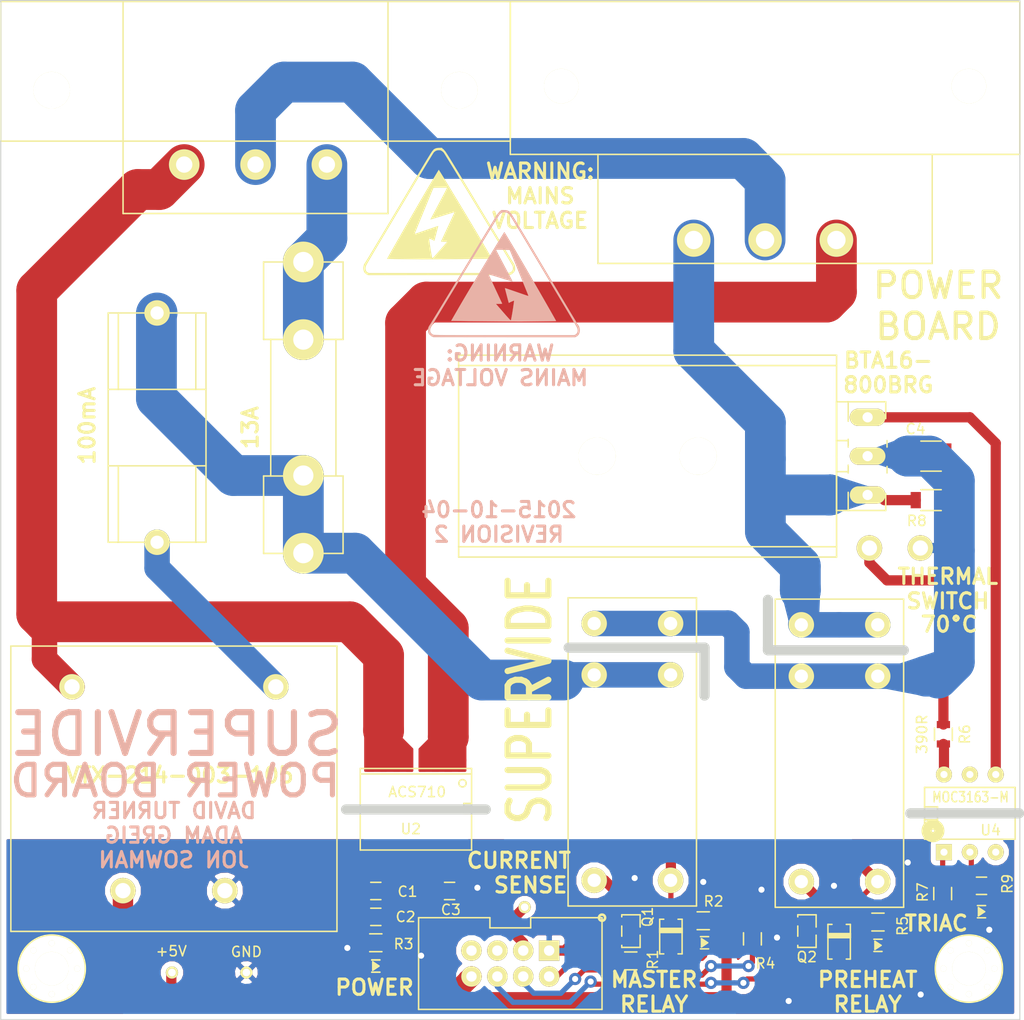
<source format=kicad_pcb>
(kicad_pcb (version 4) (host pcbnew 0.201507280910+6003~25~ubuntu14.04.1-product)

  (general
    (links 77)
    (no_connects 0)
    (area 29.670999 31.770999 130.421001 133.879)
    (thickness 1.6)
    (drawings 89)
    (tracks 384)
    (zones 0)
    (modules 42)
    (nets 30)
  )

  (page A4)
  (layers
    (0 F.Cu signal)
    (31 B.Cu signal)
    (32 B.Adhes user)
    (33 F.Adhes user)
    (34 B.Paste user)
    (35 F.Paste user)
    (36 B.SilkS user)
    (37 F.SilkS user)
    (38 B.Mask user)
    (39 F.Mask user)
    (40 Dwgs.User user)
    (41 Cmts.User user)
    (42 Eco1.User user)
    (43 Eco2.User user)
    (44 Edge.Cuts user)
    (45 Margin user)
    (46 B.CrtYd user)
    (47 F.CrtYd user)
    (48 B.Fab user)
    (49 F.Fab user)
  )

  (setup
    (last_trace_width 0.254)
    (user_trace_width 0.508)
    (user_trace_width 1)
    (user_trace_width 1.5)
    (user_trace_width 2)
    (user_trace_width 2.5)
    (user_trace_width 4)
    (trace_clearance 0.254)
    (zone_clearance 0.508)
    (zone_45_only no)
    (trace_min 0.254)
    (segment_width 1)
    (edge_width 1)
    (via_size 0.889)
    (via_drill 0.635)
    (via_min_size 0.889)
    (via_min_drill 0.508)
    (user_via 1.2 0.6)
    (uvia_size 0.508)
    (uvia_drill 0.127)
    (uvias_allowed no)
    (uvia_min_size 0.508)
    (uvia_min_drill 0.127)
    (pcb_text_width 0.3)
    (pcb_text_size 1.5 1.5)
    (mod_edge_width 0.15)
    (mod_text_size 1 1)
    (mod_text_width 0.15)
    (pad_size 1.2 1.2)
    (pad_drill 0.75)
    (pad_to_mask_clearance 0)
    (aux_axis_origin 0 0)
    (grid_origin 109.474 80.391)
    (visible_elements FFFFFF7F)
    (pcbplotparams
      (layerselection 0x010f0_80000001)
      (usegerberextensions true)
      (excludeedgelayer true)
      (linewidth 0.100000)
      (plotframeref false)
      (viasonmask false)
      (mode 1)
      (useauxorigin false)
      (hpglpennumber 1)
      (hpglpenspeed 20)
      (hpglpendiameter 15)
      (hpglpenoverlay 2)
      (psnegative false)
      (psa4output false)
      (plotreference true)
      (plotvalue true)
      (plotinvisibletext false)
      (padsonsilk false)
      (subtractmaskfromsilk false)
      (outputformat 1)
      (mirror false)
      (drillshape 0)
      (scaleselection 1)
      (outputdirectory gerbils/))
  )

  (net 0 "")
  (net 1 GND)
  (net 2 "Net-(C2-Pad1)")
  (net 3 +5V)
  (net 4 TRIAC_MAINS)
  (net 5 "Net-(C4-Pad2)")
  (net 6 MAINS_LIVE)
  (net 7 "Net-(F1-Pad2)")
  (net 8 "Net-(F2-Pad1)")
  (net 9 LOAD_NEUTRAL)
  (net 10 LOAD_LIVE)
  (net 11 MASTER_RELAY)
  (net 12 PREHEAT_RELAY)
  (net 13 I_SENSE)
  (net 14 TRIAC_TRIG)
  (net 15 /EARTH)
  (net 16 MAINS_NEUTRAL)
  (net 17 "Net-(Q1-Pad1)")
  (net 18 "Net-(Q2-Pad1)")
  (net 19 "Net-(D1-Pad2)")
  (net 20 "Net-(D4-Pad1)")
  (net 21 "Net-(R6-Pad1)")
  (net 22 "Net-(R6-Pad2)")
  (net 23 "Net-(R9-Pad1)")
  (net 24 "Net-(U4-Pad4)")
  (net 25 "Net-(C1-Pad1)")
  (net 26 "Net-(D2-Pad2)")
  (net 27 "Net-(D3-Pad2)")
  (net 28 "Net-(D5-Pad2)")
  (net 29 "Net-(D6-Pad2)")

  (net_class Default "This is the default net class."
    (clearance 0.254)
    (trace_width 0.254)
    (via_dia 0.889)
    (via_drill 0.635)
    (uvia_dia 0.508)
    (uvia_drill 0.127)
    (add_net +5V)
    (add_net /EARTH)
    (add_net GND)
    (add_net I_SENSE)
    (add_net LOAD_LIVE)
    (add_net LOAD_NEUTRAL)
    (add_net MAINS_LIVE)
    (add_net MAINS_NEUTRAL)
    (add_net MASTER_RELAY)
    (add_net "Net-(C1-Pad1)")
    (add_net "Net-(C2-Pad1)")
    (add_net "Net-(C4-Pad2)")
    (add_net "Net-(D1-Pad2)")
    (add_net "Net-(D2-Pad2)")
    (add_net "Net-(D3-Pad2)")
    (add_net "Net-(D4-Pad1)")
    (add_net "Net-(D5-Pad2)")
    (add_net "Net-(D6-Pad2)")
    (add_net "Net-(F1-Pad2)")
    (add_net "Net-(F2-Pad1)")
    (add_net "Net-(Q1-Pad1)")
    (add_net "Net-(Q2-Pad1)")
    (add_net "Net-(R6-Pad1)")
    (add_net "Net-(R6-Pad2)")
    (add_net "Net-(R9-Pad1)")
    (add_net "Net-(U4-Pad4)")
    (add_net PREHEAT_RELAY)
    (add_net TRIAC_MAINS)
    (add_net TRIAC_TRIG)
  )

  (module power:voltage_warn (layer B.Cu) (tedit 0) (tstamp 56146D5F)
    (at 79.375 58.801 180)
    (fp_text reference G*** (at 0 0 180) (layer B.SilkS) hide
      (effects (font (thickness 0.3)) (justify mirror))
    )
    (fp_text value LOGO (at 0.75 0 180) (layer B.SilkS) hide
      (effects (font (thickness 0.3)) (justify mirror))
    )
    (fp_poly (pts (xy 0.256447 6.241191) (xy 0.283147 6.234602) (xy 0.294218 6.223362) (xy 0.296334 6.20783)
      (xy 0.316494 6.168301) (xy 0.373037 6.130763) (xy 0.41876 6.105958) (xy 0.440501 6.088082)
      (xy 0.440458 6.084902) (xy 0.449827 6.066606) (xy 0.482777 6.02563) (xy 0.533141 5.969417)
      (xy 0.558116 5.942934) (xy 0.573597 5.924998) (xy 0.594495 5.897619) (xy 0.621511 5.85965)
      (xy 0.655352 5.809945) (xy 0.696721 5.747356) (xy 0.746321 5.670737) (xy 0.804859 5.578941)
      (xy 0.873036 5.470822) (xy 0.951558 5.345231) (xy 1.041129 5.201024) (xy 1.142453 5.037052)
      (xy 1.256233 4.852169) (xy 1.383175 4.645228) (xy 1.523982 4.415083) (xy 1.679359 4.160586)
      (xy 1.850009 3.880591) (xy 2.036636 3.573951) (xy 2.239946 3.239519) (xy 2.460642 2.876149)
      (xy 2.699427 2.482693) (xy 2.957007 2.058005) (xy 3.234085 1.600938) (xy 3.531366 1.110345)
      (xy 3.849553 0.58508) (xy 3.973155 0.381) (xy 4.240251 -0.059922) (xy 4.501706 -0.491331)
      (xy 4.756669 -0.91183) (xy 5.00429 -1.320022) (xy 5.243717 -1.714509) (xy 5.474099 -2.093896)
      (xy 5.694587 -2.456785) (xy 5.904329 -2.80178) (xy 6.102474 -3.127484) (xy 6.288171 -3.432499)
      (xy 6.46057 -3.71543) (xy 6.61882 -3.974879) (xy 6.76207 -4.209449) (xy 6.88947 -4.417744)
      (xy 7.000168 -4.598367) (xy 7.093313 -4.74992) (xy 7.168055 -4.871008) (xy 7.223544 -4.960232)
      (xy 7.258927 -5.016197) (xy 7.273355 -5.037506) (xy 7.27364 -5.037667) (xy 7.288253 -5.049982)
      (xy 7.316037 -5.092094) (xy 7.351679 -5.155713) (xy 7.361831 -5.17525) (xy 7.397552 -5.248528)
      (xy 7.420451 -5.308954) (xy 7.43386 -5.370977) (xy 7.44111 -5.449047) (xy 7.444793 -5.535084)
      (xy 7.447413 -5.633075) (xy 7.445805 -5.701459) (xy 7.437637 -5.752917) (xy 7.420577 -5.800133)
      (xy 7.392293 -5.855789) (xy 7.382516 -5.87375) (xy 7.346109 -5.93548) (xy 7.316289 -5.977246)
      (xy 7.299276 -5.990386) (xy 7.298914 -5.990167) (xy 7.275872 -5.99559) (xy 7.24049 -6.021931)
      (xy 7.2062 -6.056521) (xy 7.186431 -6.086692) (xy 7.186315 -6.096375) (xy 7.17352 -6.112106)
      (xy 7.130883 -6.138879) (xy 7.067466 -6.171044) (xy 7.063955 -6.172673) (xy 6.932084 -6.233584)
      (xy -0.022825 -6.239001) (xy -6.977734 -6.244419) (xy -7.109617 -6.178516) (xy -7.17302 -6.144555)
      (xy -7.216106 -6.117026) (xy -7.230225 -6.101511) (xy -7.229851 -6.100962) (xy -7.230014 -6.078099)
      (xy -7.251258 -6.052708) (xy -7.277311 -6.042186) (xy -7.283019 -6.044125) (xy -7.300649 -6.032373)
      (xy -7.330199 -5.990983) (xy -7.365564 -5.928624) (xy -7.368872 -5.922184) (xy -7.427033 -5.762982)
      (xy -7.449767 -5.588869) (xy -7.444947 -5.518577) (xy -7.232658 -5.518577) (xy -7.229717 -5.66224)
      (xy -7.192742 -5.789124) (xy -7.123037 -5.895021) (xy -7.021904 -5.975724) (xy -7.008129 -5.983299)
      (xy -6.914841 -6.0325) (xy -0.064012 -6.0325) (xy 0.580207 -6.032485) (xy 1.183443 -6.032436)
      (xy 1.747042 -6.032347) (xy 2.272355 -6.03221) (xy 2.760731 -6.032021) (xy 3.213517 -6.031772)
      (xy 3.632063 -6.031458) (xy 4.017718 -6.031071) (xy 4.371831 -6.030606) (xy 4.69575 -6.030057)
      (xy 4.990824 -6.029416) (xy 5.258403 -6.028678) (xy 5.499835 -6.027836) (xy 5.716469 -6.026884)
      (xy 5.909654 -6.025815) (xy 6.080739 -6.024624) (xy 6.231072 -6.023304) (xy 6.362003 -6.021849)
      (xy 6.47488 -6.020252) (xy 6.571053 -6.018507) (xy 6.65187 -6.016607) (xy 6.71868 -6.014547)
      (xy 6.772831 -6.01232) (xy 6.815674 -6.009919) (xy 6.848556 -6.007339) (xy 6.872826 -6.004573)
      (xy 6.889834 -6.001615) (xy 6.89679 -5.999842) (xy 7.024895 -5.941038) (xy 7.131557 -5.850216)
      (xy 7.200461 -5.749896) (xy 7.231424 -5.648834) (xy 7.236113 -5.528442) (xy 7.215396 -5.401876)
      (xy 7.170141 -5.282293) (xy 7.169519 -5.281084) (xy 7.147958 -5.242492) (xy 7.105748 -5.170087)
      (xy 7.04393 -5.065583) (xy 6.963544 -4.930692) (xy 6.865633 -4.767126) (xy 6.751237 -4.576599)
      (xy 6.621398 -4.360823) (xy 6.477156 -4.12151) (xy 6.319554 -3.860375) (xy 6.149632 -3.579128)
      (xy 5.968432 -3.279483) (xy 5.776995 -2.963154) (xy 5.576362 -2.631851) (xy 5.367574 -2.287289)
      (xy 5.151673 -1.931179) (xy 4.929701 -1.565235) (xy 4.702697 -1.191169) (xy 4.471704 -0.810694)
      (xy 4.237763 -0.425523) (xy 4.001915 -0.037368) (xy 3.765201 0.352058) (xy 3.528663 0.741042)
      (xy 3.293341 1.127871) (xy 3.060278 1.510834) (xy 2.830514 1.888216) (xy 2.605091 2.258305)
      (xy 2.385049 2.619389) (xy 2.171431 2.969756) (xy 1.965277 3.307691) (xy 1.767628 3.631482)
      (xy 1.579527 3.939418) (xy 1.402014 4.229784) (xy 1.23613 4.500869) (xy 1.082917 4.75096)
      (xy 0.943416 4.978343) (xy 0.818668 5.181307) (xy 0.709714 5.358138) (xy 0.617597 5.507123)
      (xy 0.543356 5.626551) (xy 0.488034 5.714708) (xy 0.452671 5.769882) (xy 0.43885 5.789834)
      (xy 0.367736 5.858513) (xy 0.284882 5.923833) (xy 0.229704 5.959164) (xy 0.161205 5.993464)
      (xy 0.099991 6.012556) (xy 0.027982 6.020608) (xy -0.042333 6.021913) (xy -0.206858 6.00371)
      (xy -0.352578 5.94813) (xy -0.482707 5.853732) (xy -0.534518 5.801015) (xy -0.555556 5.771528)
      (xy -0.597266 5.707212) (xy -0.658697 5.609637) (xy -0.7389 5.48037) (xy -0.836924 5.320977)
      (xy -0.951819 5.133027) (xy -1.082634 4.918087) (xy -1.228419 4.677725) (xy -1.388225 4.413508)
      (xy -1.5611 4.127004) (xy -1.746095 3.81978) (xy -1.942259 3.493403) (xy -2.148642 3.149442)
      (xy -2.364294 2.789464) (xy -2.588265 2.415036) (xy -2.667093 2.283123) (xy -2.898563 1.895685)
      (xy -3.137426 1.495877) (xy -3.381579 1.087222) (xy -3.628916 0.673242) (xy -3.877333 0.25746)
      (xy -4.124724 -0.156601) (xy -4.368985 -0.565418) (xy -4.608011 -0.965468) (xy -4.839697 -1.353229)
      (xy -5.061938 -1.725177) (xy -5.27263 -2.07779) (xy -5.469667 -2.407545) (xy -5.650945 -2.710919)
      (xy -5.814358 -2.984389) (xy -5.934587 -3.185584) (xy -6.156083 -3.556782) (xy -6.35672 -3.894163)
      (xy -6.536361 -4.197489) (xy -6.694867 -4.466523) (xy -6.8321 -4.701028) (xy -6.947922 -4.900766)
      (xy -7.042195 -5.0655) (xy -7.114781 -5.194992) (xy -7.165542 -5.289005) (xy -7.19434 -5.347301)
      (xy -7.200264 -5.362344) (xy -7.232658 -5.518577) (xy -7.444947 -5.518577) (xy -7.437342 -5.407696)
      (xy -7.390025 -5.227312) (xy -7.341412 -5.115628) (xy -7.313857 -5.0686) (xy -7.29298 -5.04531)
      (xy -7.287907 -5.045204) (xy -7.275777 -5.028916) (xy -7.24334 -4.978488) (xy -7.19195 -4.896153)
      (xy -7.12296 -4.784143) (xy -7.037724 -4.644691) (xy -6.937595 -4.48003) (xy -6.823927 -4.292393)
      (xy -6.698073 -4.084011) (xy -6.561387 -3.857118) (xy -6.415222 -3.613946) (xy -6.260931 -3.356728)
      (xy -6.099868 -3.087697) (xy -6.002789 -2.925297) (xy -5.847617 -2.665562) (xy -5.672969 -2.373214)
      (xy -5.481075 -2.051986) (xy -5.274165 -1.705612) (xy -5.054469 -1.337824) (xy -4.824216 -0.952356)
      (xy -4.585637 -0.552939) (xy -4.34096 -0.143308) (xy -4.092416 0.272806) (xy -3.842235 0.691668)
      (xy -3.592646 1.109546) (xy -3.345878 1.522708) (xy -3.104162 1.927419) (xy -2.869727 2.319948)
      (xy -2.750947 2.518833) (xy -2.49863 2.94118) (xy -2.267023 3.328557) (xy -2.055246 3.68241)
      (xy -1.862418 4.004181) (xy -1.687656 4.295316) (xy -1.53008 4.557257) (xy -1.388809 4.79145)
      (xy -1.26296 4.999337) (xy -1.151654 5.182362) (xy -1.054009 5.341971) (xy -0.969143 5.479606)
      (xy -0.896175 5.596712) (xy -0.834225 5.694732) (xy -0.78241 5.775111) (xy -0.73985 5.839293)
      (xy -0.705663 5.88872) (xy -0.678968 5.924839) (xy -0.658884 5.949091) (xy -0.65477 5.953493)
      (xy -0.601228 6.011278) (xy -0.563049 6.056965) (xy -0.546604 6.082769) (xy -0.546806 6.085417)
      (xy -0.533987 6.098347) (xy -0.491148 6.123735) (xy -0.426847 6.156617) (xy -0.410619 6.164388)
      (xy -0.348154 6.192836) (xy -0.295124 6.21249) (xy -0.24087 6.225265) (xy -0.174733 6.233073)
      (xy -0.086052 6.237826) (xy 0.015875 6.240916) (xy 0.12948 6.243561) (xy 0.207447 6.243915)
      (xy 0.256447 6.241191)) (layer B.SilkS) (width 0.01))
    (fp_poly (pts (xy -0.033336 4.073123) (xy 0.000225 4.023319) (xy 0.053019 3.94124) (xy 0.123816 3.828925)
      (xy 0.211383 3.688411) (xy 0.314491 3.521737) (xy 0.431908 3.330941) (xy 0.562403 3.118061)
      (xy 0.704745 2.885136) (xy 0.857704 2.634204) (xy 1.020048 2.367303) (xy 1.190545 2.086471)
      (xy 1.367966 1.793747) (xy 1.551079 1.491169) (xy 1.738653 1.180775) (xy 1.929458 0.864603)
      (xy 2.122261 0.544692) (xy 2.315832 0.22308) (xy 2.508941 -0.098194) (xy 2.700355 -0.417094)
      (xy 2.888845 -0.73158) (xy 3.073178 -1.039613) (xy 3.252125 -1.339157) (xy 3.424454 -1.628172)
      (xy 3.588933 -1.904621) (xy 3.744333 -2.166464) (xy 3.889421 -2.411665) (xy 4.022968 -2.638183)
      (xy 4.143741 -2.843983) (xy 4.235783 -3.001694) (xy 4.375507 -3.242031) (xy 4.508874 -3.471767)
      (xy 4.634379 -3.688288) (xy 4.750515 -3.888984) (xy 4.855778 -4.071242) (xy 4.948664 -4.23245)
      (xy 5.027666 -4.369996) (xy 5.091279 -4.481268) (xy 5.137999 -4.563654) (xy 5.16632 -4.614542)
      (xy 5.174819 -4.631325) (xy 5.153504 -4.632217) (xy 5.092573 -4.633429) (xy 4.994739 -4.634936)
      (xy 4.862719 -4.636713) (xy 4.699227 -4.638736) (xy 4.506979 -4.640978) (xy 4.288689 -4.643414)
      (xy 4.047073 -4.64602) (xy 3.784846 -4.64877) (xy 3.504722 -4.651639) (xy 3.209417 -4.654602)
      (xy 2.901645 -4.657633) (xy 2.584123 -4.660708) (xy 2.259565 -4.663801) (xy 1.930686 -4.666886)
      (xy 1.600201 -4.66994) (xy 1.270825 -4.672936) (xy 0.945274 -4.67585) (xy 0.626262 -4.678656)
      (xy 0.316504 -4.681329) (xy 0.018716 -4.683844) (xy -0.264388 -4.686175) (xy -0.530091 -4.688298)
      (xy -0.77568 -4.690187) (xy -0.99844 -4.691818) (xy -1.195654 -4.693164) (xy -1.364609 -4.694201)
      (xy -1.502588 -4.694904) (xy -1.606877 -4.695247) (xy -1.674761 -4.695205) (xy -1.693333 -4.695045)
      (xy -1.747105 -4.694341) (xy -1.839389 -4.693228) (xy -1.966369 -4.691749) (xy -2.124226 -4.689945)
      (xy -2.309144 -4.687861) (xy -2.517303 -4.685539) (xy -2.744886 -4.683022) (xy -2.988076 -4.680352)
      (xy -3.243054 -4.677572) (xy -3.500928 -4.67478) (xy -3.757839 -4.671886) (xy -4.002307 -4.668892)
      (xy -4.231052 -4.665855) (xy -4.440798 -4.662828) (xy -4.628263 -4.659866) (xy -4.790171 -4.657025)
      (xy -4.923243 -4.654359) (xy -5.024198 -4.651923) (xy -5.08976 -4.649772) (xy -5.116649 -4.64796)
      (xy -5.117114 -4.647774) (xy -5.108707 -4.627794) (xy -5.080226 -4.573313) (xy -5.032878 -4.486424)
      (xy -4.967869 -4.369224) (xy -4.886405 -4.223807) (xy -4.789692 -4.052267) (xy -4.678936 -3.8567)
      (xy -4.555343 -3.639201) (xy -4.42012 -3.401865) (xy -4.274472 -3.146786) (xy -4.119605 -2.876059)
      (xy -3.956726 -2.591779) (xy -3.78704 -2.296041) (xy -3.728804 -2.194675) (xy -2.405548 -2.194675)
      (xy -2.384437 -2.189877) (xy -2.328207 -2.172663) (xy -2.241688 -2.144633) (xy -2.129707 -2.107383)
      (xy -1.997092 -2.062512) (xy -1.848672 -2.011618) (xy -1.765138 -1.982708) (xy -1.422926 -1.864105)
      (xy -1.120394 -1.759674) (xy -0.857355 -1.669353) (xy -0.633621 -1.593078) (xy -0.449005 -1.530787)
      (xy -0.303318 -1.482416) (xy -0.196373 -1.447902) (xy -0.127983 -1.427181) (xy -0.09796 -1.420191)
      (xy -0.096503 -1.420471) (xy -0.100388 -1.441322) (xy -0.113738 -1.49743) (xy -0.135075 -1.583155)
      (xy -0.162925 -1.692859) (xy -0.19581 -1.820903) (xy -0.232255 -1.961648) (xy -0.270783 -2.109454)
      (xy -0.309918 -2.258684) (xy -0.348184 -2.403698) (xy -0.384105 -2.538858) (xy -0.416204 -2.658524)
      (xy -0.443006 -2.757058) (xy -0.463033 -2.828821) (xy -0.47481 -2.868174) (xy -0.476943 -2.873684)
      (xy -0.495556 -2.867542) (xy -0.539481 -2.845721) (xy -0.574708 -2.826573) (xy -0.642176 -2.791608)
      (xy -0.7224 -2.75408) (xy -0.806045 -2.717817) (xy -0.883777 -2.686649) (xy -0.946263 -2.664406)
      (xy -0.984168 -2.654919) (xy -0.99075 -2.655862) (xy -0.99311 -2.661558) (xy -0.993731 -2.675091)
      (xy -0.992106 -2.700306) (xy -0.987727 -2.741048) (xy -0.980087 -2.801161) (xy -0.968676 -2.884492)
      (xy -0.952989 -2.994884) (xy -0.932516 -3.136182) (xy -0.90675 -3.312232) (xy -0.880244 -3.4925)
      (xy -0.856564 -3.647095) (xy -0.829748 -3.811699) (xy -0.801279 -3.978079) (xy -0.772644 -4.138001)
      (xy -0.745325 -4.283233) (xy -0.720808 -4.405542) (xy -0.700577 -4.496696) (xy -0.695537 -4.516848)
      (xy -0.674056 -4.599279) (xy -0.536216 -4.463931) (xy -0.486952 -4.413081) (xy -0.415038 -4.335463)
      (xy -0.325331 -4.23649) (xy -0.222689 -4.121573) (xy -0.111969 -3.996123) (xy 0.001971 -3.865552)
      (xy 0.031754 -3.831167) (xy 0.147473 -3.697507) (xy 0.26251 -3.564933) (xy 0.371686 -3.439391)
      (xy 0.46982 -3.326829) (xy 0.551735 -3.233193) (xy 0.61225 -3.164431) (xy 0.621643 -3.153834)
      (xy 0.781403 -2.973917) (xy 0.473325 -2.968048) (xy 0.347184 -2.964738) (xy 0.258966 -2.96008)
      (xy 0.204271 -2.953603) (xy 0.178698 -2.944838) (xy 0.176057 -2.936298) (xy 0.186738 -2.912963)
      (xy 0.213775 -2.854675) (xy 0.255587 -2.764828) (xy 0.31059 -2.646814) (xy 0.377202 -2.504024)
      (xy 0.453841 -2.339852) (xy 0.538923 -2.157688) (xy 0.630867 -1.960927) (xy 0.72809 -1.752959)
      (xy 0.731227 -1.74625) (xy 0.8702 -1.448884) (xy 0.992125 -1.187616) (xy 1.097998 -0.96025)
      (xy 1.188816 -0.764589) (xy 1.265575 -0.598438) (xy 1.329272 -0.459599) (xy 1.380904 -0.345876)
      (xy 1.421467 -0.255072) (xy 1.451958 -0.184992) (xy 1.473373 -0.133439) (xy 1.48671 -0.098215)
      (xy 1.492964 -0.077126) (xy 1.493132 -0.067974) (xy 1.492873 -0.06765) (xy 1.468532 -0.067743)
      (xy 1.424137 -0.081734) (xy 1.382203 -0.096741) (xy 1.30934 -0.120788) (xy 1.215172 -0.15077)
      (xy 1.109324 -0.183583) (xy 1.090084 -0.189457) (xy 1.008035 -0.214592) (xy 0.891806 -0.250413)
      (xy 0.747626 -0.294991) (xy 0.581725 -0.346394) (xy 0.400331 -0.402691) (xy 0.209675 -0.461954)
      (xy 0.015986 -0.52225) (xy -0.026458 -0.535476) (xy -0.206399 -0.591411) (xy -0.373172 -0.642972)
      (xy -0.522589 -0.688884) (xy -0.650459 -0.727872) (xy -0.752592 -0.758662) (xy -0.824799 -0.77998)
      (xy -0.862891 -0.79055) (xy -0.867833 -0.791408) (xy -0.858162 -0.772158) (xy -0.83019 -0.718487)
      (xy -0.785485 -0.633358) (xy -0.72561 -0.519734) (xy -0.652132 -0.380576) (xy -0.566616 -0.218848)
      (xy -0.470626 -0.037512) (xy -0.365728 0.16047) (xy -0.253489 0.372135) (xy -0.151018 0.565236)
      (xy 0.00747 0.863923) (xy 0.147133 1.127432) (xy 0.269087 1.357927) (xy 0.374453 1.557571)
      (xy 0.464348 1.728526) (xy 0.539892 1.872956) (xy 0.602202 1.993023) (xy 0.652397 2.090892)
      (xy 0.691597 2.168724) (xy 0.720918 2.228683) (xy 0.741481 2.272933) (xy 0.754402 2.303635)
      (xy 0.760802 2.322954) (xy 0.762 2.330867) (xy 0.750961 2.337903) (xy 0.715779 2.342918)
      (xy 0.653354 2.345955) (xy 0.560589 2.347056) (xy 0.434383 2.346263) (xy 0.271638 2.34362)
      (xy 0.100542 2.339908) (xy -0.062354 2.33587) (xy -0.211158 2.331759) (xy -0.340727 2.32775)
      (xy -0.445914 2.32402) (xy -0.521575 2.320744) (xy -0.562566 2.318097) (xy -0.568433 2.317088)
      (xy -0.577238 2.297009) (xy -0.600838 2.240698) (xy -0.638019 2.151114) (xy -0.687569 2.031216)
      (xy -0.748274 1.883962) (xy -0.818922 1.712311) (xy -0.8983 1.519221) (xy -0.985194 1.307652)
      (xy -1.078393 1.080561) (xy -1.176682 0.840907) (xy -1.27885 0.591649) (xy -1.383683 0.335746)
      (xy -1.489968 0.076156) (xy -1.596493 -0.184162) (xy -1.702044 -0.44225) (xy -1.805409 -0.695149)
      (xy -1.905374 -0.939901) (xy -2.000727 -1.173546) (xy -2.090255 -1.393126) (xy -2.172745 -1.595683)
      (xy -2.203095 -1.670285) (xy -2.258874 -1.808402) (xy -2.308509 -1.933173) (xy -2.349993 -2.039393)
      (xy -2.381317 -2.121861) (xy -2.400471 -2.175374) (xy -2.405548 -2.194675) (xy -3.728804 -2.194675)
      (xy -3.611754 -1.99094) (xy -3.432074 -1.678571) (xy -3.249205 -1.361029) (xy -3.064354 -1.040408)
      (xy -2.878727 -0.718803) (xy -2.69353 -0.39831) (xy -2.509968 -0.081023) (xy -2.329249 0.230963)
      (xy -2.152578 0.535553) (xy -1.981161 0.830653) (xy -1.816204 1.114166) (xy -1.658914 1.384)
      (xy -1.510496 1.638057) (xy -1.372156 1.874245) (xy -1.245101 2.090467) (xy -1.130537 2.28463)
      (xy -1.029669 2.454637) (xy -0.985054 2.529416) (xy -0.845127 2.763304) (xy -0.711302 2.986758)
      (xy -0.585186 3.197107) (xy -0.468388 3.391681) (xy -0.362513 3.567808) (xy -0.269172 3.722819)
      (xy -0.189971 3.854042) (xy -0.126518 3.958806) (xy -0.080421 4.034441) (xy -0.053287 4.078275)
      (xy -0.046432 4.088614) (xy -0.033336 4.073123)) (layer B.SilkS) (width 0.01))
  )

  (module Wire_Connections_Bridges:WireConnection_1mmDrill (layer F.Cu) (tedit 561150AA) (tstamp 5518AC8F)
    (at 118.237 85.725)
    (path /54F50713)
    (fp_text reference U3 (at -0.2286 0.2032) (layer F.SilkS) hide
      (effects (font (size 1 1) (thickness 0.15)))
    )
    (fp_text value 70°C (at 4.826 7.493) (layer F.SilkS)
      (effects (font (size 1.5 1.5) (thickness 0.3)))
    )
    (pad 1 thru_hole circle (at -3 0) (size 2.49936 2.49936) (drill 1.5) (layers *.Cu *.Mask F.SilkS)
      (net 21 "Net-(R6-Pad1)"))
    (pad 2 thru_hole circle (at 2 0) (size 2.49936 2.49936) (drill 1.5) (layers *.Cu *.Mask F.SilkS)
      (net 4 TRIAC_MAINS))
  )

  (module Transistors_TO-220:TO-220_Neutral123_Vertical_LargePads (layer F.Cu) (tedit 55ECEC29) (tstamp 54F3A89C)
    (at 115.062 76.708 90)
    (descr "TO-220, Neutral, Vertical, Large Pads,")
    (tags "TO-220, Neutral, Vertical, Large Pads,")
    (path /54E5283F)
    (fp_text reference U5 (at 0 -5.08 90) (layer F.SilkS) hide
      (effects (font (size 1 1) (thickness 0.15)))
    )
    (fp_text value BTA16-800BRG (at 0 3.81 90) (layer F.SilkS) hide
      (effects (font (size 1 1) (thickness 0.15)))
    )
    (fp_line (start 5.334 -1.905) (end 3.429 -1.905) (layer F.SilkS) (width 0.15))
    (fp_line (start 0.889 -1.905) (end 1.651 -1.905) (layer F.SilkS) (width 0.15))
    (fp_line (start -1.524 -1.905) (end -1.651 -1.905) (layer F.SilkS) (width 0.15))
    (fp_line (start -1.524 -1.905) (end -0.889 -1.905) (layer F.SilkS) (width 0.15))
    (fp_line (start -5.334 -1.905) (end -3.556 -1.905) (layer F.SilkS) (width 0.15))
    (fp_line (start -5.334 1.778) (end -3.683 1.778) (layer F.SilkS) (width 0.15))
    (fp_line (start -1.016 1.905) (end -1.651 1.905) (layer F.SilkS) (width 0.15))
    (fp_line (start 1.524 1.905) (end 0.889 1.905) (layer F.SilkS) (width 0.15))
    (fp_line (start 5.334 1.778) (end 3.683 1.778) (layer F.SilkS) (width 0.15))
    (fp_line (start -1.524 -3.048) (end -1.524 -1.905) (layer F.SilkS) (width 0.15))
    (fp_line (start 1.524 -3.048) (end 1.524 -1.905) (layer F.SilkS) (width 0.15))
    (fp_line (start 5.334 -1.905) (end 5.334 1.778) (layer F.SilkS) (width 0.15))
    (fp_line (start -5.334 1.778) (end -5.334 -1.905) (layer F.SilkS) (width 0.15))
    (fp_line (start 5.334 -3.048) (end 5.334 -1.905) (layer F.SilkS) (width 0.15))
    (fp_line (start -5.334 -1.905) (end -5.334 -3.048) (layer F.SilkS) (width 0.15))
    (fp_line (start 0 -3.048) (end -5.334 -3.048) (layer F.SilkS) (width 0.15))
    (fp_line (start 0 -3.048) (end 5.334 -3.048) (layer F.SilkS) (width 0.15))
    (pad 2 thru_hole oval (at 0 0 180) (size 3.50012 1.69926) (drill 1.00076) (layers *.Cu *.Mask F.SilkS)
      (net 4 TRIAC_MAINS))
    (pad 1 thru_hole oval (at -3.81 0 180) (size 3.50012 1.69926) (drill 1.00076) (layers *.Cu *.Mask F.SilkS)
      (net 10 LOAD_LIVE))
    (pad 3 thru_hole oval (at 3.81 0 180) (size 3.50012 1.69926) (drill 1.00076) (layers *.Cu *.Mask F.SilkS)
      (net 24 "Net-(U4-Pad4)"))
    (model Transistors_TO-220/TO-220_Neutral123_Vertical_LargePads.wrl
      (at (xyz 0 0 0))
      (scale (xyz 0.3937 0.3937 0.3937))
      (rotate (xyz 0 0 0))
    )
  )

  (module power:RZ03-1A4 (layer F.Cu) (tedit 55ECEA8C) (tstamp 5518AB2C)
    (at 93.23 110.773 90)
    (path /54E82543)
    (fp_text reference K1 (at 0.537 -0.8375 180) (layer F.SilkS) hide
      (effects (font (size 1.5 1.5) (thickness 0.15)))
    )
    (fp_text value MASTER_LIVE (at 0 -2.52 90) (layer F.Fab) hide
      (effects (font (size 1.5 1.5) (thickness 0.15)))
    )
    (fp_line (start -10.08 -7.56) (end 20.16 -7.56) (layer F.SilkS) (width 0.15))
    (fp_line (start 20.16 -7.56) (end 20.16 5.04) (layer F.SilkS) (width 0.15))
    (fp_line (start 20.16 5.04) (end -10.08 5.04) (layer F.SilkS) (width 0.15))
    (fp_line (start -10.08 5.04) (end -10.08 -7.56) (layer F.SilkS) (width 0.15))
    (pad 1 thru_hole circle (at -7.56 -5 90) (size 2.5 2.5) (drill 1.3) (layers *.Cu *.Mask F.SilkS)
      (net 28 "Net-(D5-Pad2)"))
    (pad 2 thru_hole circle (at -7.56 2.5 90) (size 2.5 2.5) (drill 1.3) (layers *.Cu *.Mask F.SilkS)
      (net 3 +5V))
    (pad 3 thru_hole circle (at 12.6 -5 90) (size 2.5 2.5) (drill 1.3) (layers *.Cu *.Mask F.SilkS)
      (net 6 MAINS_LIVE))
    (pad 4 thru_hole circle (at 17.64 -5 90) (size 2.5 2.5) (drill 1.3) (layers *.Cu *.Mask F.SilkS)
      (net 4 TRIAC_MAINS))
    (pad 3 thru_hole circle (at 12.6 2.5 90) (size 2.5 2.5) (drill 1.3) (layers *.Cu *.Mask F.SilkS)
      (net 6 MAINS_LIVE))
    (pad 4 thru_hole circle (at 17.64 2.5 90) (size 2.5 2.5) (drill 1.3) (layers *.Cu *.Mask F.SilkS)
      (net 4 TRIAC_MAINS))
  )

  (module power:SOD-123FL (layer F.Cu) (tedit 55B7D9F4) (tstamp 55B7DA7A)
    (at 95.758 123.952 270)
    (path /55B7E4C8)
    (fp_text reference D5 (at 2.286 -2.286 360) (layer F.SilkS) hide
      (effects (font (size 1.016 1.016) (thickness 0.1524)))
    )
    (fp_text value MBR2H200SFT1G (at 0.8 2.8 270) (layer F.Fab) hide
      (effects (font (size 1.5 1.5) (thickness 0.15)))
    )
    (fp_line (start -0.7 -0.9) (end -0.7 0.9) (layer F.SilkS) (width 0.4))
    (fp_line (start -0.9 -1.1) (end -0.9 1.1) (layer F.SilkS) (width 0.15))
    (fp_line (start -0.9 1.1) (end -0.5 1.1) (layer F.SilkS) (width 0.15))
    (fp_line (start -0.5 1.1) (end -0.5 -1.1) (layer F.SilkS) (width 0.15))
    (fp_line (start -0.5 -1.1) (end -0.9 -1.1) (layer F.SilkS) (width 0.15))
    (fp_line (start 1.6 0.7) (end 1.6 1.1) (layer F.SilkS) (width 0.15))
    (fp_line (start 1.6 1.1) (end -1.8 1.1) (layer F.SilkS) (width 0.15))
    (fp_line (start -1.8 1.1) (end -1.8 0.7) (layer F.SilkS) (width 0.15))
    (fp_line (start -1.8 -0.7) (end -1.8 -1.1) (layer F.SilkS) (width 0.15))
    (fp_line (start -1.8 -1.1) (end 1.6 -1.1) (layer F.SilkS) (width 0.15))
    (fp_line (start 1.6 -1.1) (end 1.6 -0.7) (layer F.SilkS) (width 0.15))
    (pad 1 smd rect (at -1.745 0 270) (size 0.91 1.22) (layers F.Cu F.Paste F.Mask)
      (net 3 +5V))
    (pad 2 smd rect (at 1.525 0 270) (size 0.91 1.22) (layers F.Cu F.Paste F.Mask)
      (net 28 "Net-(D5-Pad2)"))
  )

  (module Connect:1pin (layer F.Cu) (tedit 56146E4C) (tstamp 55188EBE)
    (at 54.102 127.381)
    (descr "module 1 pin (ou trou mecanique de percage)")
    (tags DEV)
    (path /55189243)
    (fp_text reference P5 (at 0 -3.048) (layer F.SilkS) hide
      (effects (font (size 1 1) (thickness 0.15)))
    )
    (fp_text value GND (at 0 -2.032) (layer F.SilkS)
      (effects (font (size 1 1) (thickness 0.15)))
    )
    (pad 1 thru_hole circle (at 0 0) (size 1.2 1.2) (drill 0.75) (layers *.Cu *.Mask F.SilkS)
      (net 1 GND))
  )

  (module Connect:1pin (layer F.Cu) (tedit 5518ACA2) (tstamp 55188EC4)
    (at 81.407 120.9675)
    (descr "module 1 pin (ou trou mecanique de percage)")
    (tags DEV)
    (path /551895A8)
    (fp_text reference P6 (at 0.0635 -4.699) (layer F.SilkS) hide
      (effects (font (size 1.5 1.5) (thickness 0.3)))
    )
    (fp_text value I_SENSE (at 0 2.794) (layer F.Fab) hide
      (effects (font (size 1 1) (thickness 0.15)))
    )
    (pad 1 thru_hole circle (at 0 0) (size 1.2 1.2) (drill 0.75) (layers *.Cu *.Mask F.SilkS)
      (net 13 I_SENSE))
  )

  (module Connect:1pin (layer F.Cu) (tedit 56146E46) (tstamp 55188EB8)
    (at 46.7995 127.381)
    (descr "module 1 pin (ou trou mecanique de percage)")
    (tags DEV)
    (path /551891FA)
    (fp_text reference P4 (at 0 -3.048) (layer F.SilkS) hide
      (effects (font (size 1 1) (thickness 0.15)))
    )
    (fp_text value +5V (at -0.0635 -2.0955) (layer F.SilkS)
      (effects (font (size 1 1) (thickness 0.15)))
    )
    (pad 1 thru_hole circle (at 0 0) (size 1.2 1.2) (drill 0.75) (layers *.Cu *.Mask F.SilkS)
      (net 3 +5V))
  )

  (module Sockets_DIP:DIP-6__300_ELL (layer F.Cu) (tedit 56146888) (tstamp 54F26F66)
    (at 125.095 111.76)
    (descr "6 pins DIL package, elliptical pads")
    (tags DIL)
    (path /54E528C7)
    (fp_text reference U4 (at 2.032 1.651) (layer F.SilkS)
      (effects (font (size 1 1) (thickness 0.15)))
    )
    (fp_text value MOC3163-M (at 0.0635 -1.5875) (layer F.SilkS)
      (effects (font (size 1 0.8) (thickness 0.15)))
    )
    (fp_line (start -4.445 -2.54) (end 4.445 -2.54) (layer F.SilkS) (width 0.15))
    (fp_line (start 4.445 -2.54) (end 4.445 2.54) (layer F.SilkS) (width 0.15))
    (fp_line (start 4.445 2.54) (end -4.445 2.54) (layer F.SilkS) (width 0.15))
    (fp_line (start -4.445 2.54) (end -4.445 -2.54) (layer F.SilkS) (width 0.15))
    (fp_line (start -4.445 -0.635) (end -3.175 -0.635) (layer F.SilkS) (width 0.15))
    (fp_line (start -3.175 -0.635) (end -3.175 0.635) (layer F.SilkS) (width 0.15))
    (fp_line (start -3.175 0.635) (end -4.445 0.635) (layer F.SilkS) (width 0.15))
    (pad 1 thru_hole rect (at -2.54 3.81) (size 1.5748 1.5748) (drill 0.7) (layers *.Cu *.Mask F.SilkS)
      (net 14 TRIAC_TRIG))
    (pad 2 thru_hole circle (at 0 3.81) (size 1.5748 1.5748) (drill 0.7) (layers *.Cu *.Mask F.SilkS)
      (net 23 "Net-(R9-Pad1)"))
    (pad 3 thru_hole circle (at 2.54 3.81) (size 1.5748 1.5748) (drill 0.7) (layers *.Cu *.Mask F.SilkS))
    (pad 4 thru_hole circle (at 2.54 -3.81) (size 1.5748 1.5748) (drill 0.7) (layers *.Cu *.Mask F.SilkS)
      (net 24 "Net-(U4-Pad4)"))
    (pad 5 thru_hole circle (at 0 -3.81) (size 1.5748 1.5748) (drill 0.7) (layers *.Cu *.Mask F.SilkS))
    (pad 6 thru_hole circle (at -2.54 -3.81) (size 1.5748 1.5748) (drill 0.7) (layers *.Cu *.Mask F.SilkS)
      (net 22 "Net-(R6-Pad2)"))
    (model Sockets_DIP/DIP-6__300_ELL.wrl
      (at (xyz 0 0 0))
      (scale (xyz 1 1 1))
      (rotate (xyz 0 0 0))
    )
  )

  (module power:GSP1_9103_no_protrude (layer F.Cu) (tedit 5518AA16) (tstamp 551826E6)
    (at 55 40.8 180)
    (path /54F26236)
    (fp_text reference P2 (at 0.3 3.9 180) (layer F.SilkS) hide
      (effects (font (size 1.5 1.5) (thickness 0.15)))
    )
    (fp_text value MAINS_INLET (at 0.4 0.1 180) (layer F.Fab) hide
      (effects (font (size 1.5 1.5) (thickness 0.15)))
    )
    (fp_line (start -25 -5) (end -25 8.7) (layer F.SilkS) (width 0.15))
    (fp_line (start 25 -5) (end 25 8.7) (layer F.SilkS) (width 0.15))
    (fp_line (start 13 -12.1) (end 13 8.7) (layer F.SilkS) (width 0.15))
    (fp_line (start -13 -12.1) (end -13 8.7) (layer F.SilkS) (width 0.15))
    (fp_line (start -13 -12.1) (end 13 -12.1) (layer F.SilkS) (width 0.15))
    (fp_line (start -25 -5) (end 25 -5) (layer F.SilkS) (width 0.15))
    (fp_line (start -25 8.7) (end 25 8.7) (layer F.SilkS) (width 0.15))
    (pad "" np_thru_hole circle (at -20 0 180) (size 3.6 3.6) (drill 3.6) (layers *.Cu *.Mask F.SilkS))
    (pad "" np_thru_hole circle (at 20 0 180) (size 3.6 3.6) (drill 3.6) (layers *.Cu *.Mask F.SilkS))
    (pad 3 thru_hole circle (at -7 -7.3 180) (size 3 3) (drill 1.6) (layers *.Cu *.Mask F.SilkS)
      (net 8 "Net-(F2-Pad1)"))
    (pad 1 thru_hole circle (at 0 -7.3 180) (size 3 3) (drill 1.6) (layers *.Cu *.Mask F.SilkS)
      (net 15 /EARTH))
    (pad 2 thru_hole circle (at 7 -7.3 180) (size 3 3) (drill 1.6) (layers *.Cu *.Mask F.SilkS)
      (net 16 MAINS_NEUTRAL))
  )

  (module control:M3_MOUNT (layer F.Cu) (tedit 53DC1522) (tstamp 54F8F07E)
    (at 35 127)
    (fp_text reference M3_MOUNT (at 0 -4) (layer F.SilkS) hide
      (effects (font (size 1 1) (thickness 0.15)))
    )
    (fp_text value VAL** (at 0 4) (layer F.SilkS) hide
      (effects (font (size 1 1) (thickness 0.15)))
    )
    (fp_circle (center 0 0) (end 3.3 0) (layer F.SilkS) (width 0.15))
    (pad "" np_thru_hole circle (at 0 0) (size 3.3 3.3) (drill 3.3) (layers *.Cu *.Mask F.Paste F.SilkS)
      (solder_mask_margin 1.5) (clearance 1.65))
    (pad "" np_thru_hole circle (at 0 -2.5) (size 0.6 0.6) (drill 0.6) (layers *.Cu *.Mask F.SilkS))
    (pad "" np_thru_hole circle (at 2.5 0) (size 0.6 0.6) (drill 0.6) (layers *.Cu *.Mask F.SilkS))
    (pad "" np_thru_hole circle (at 0 2.5) (size 0.6 0.6) (drill 0.6) (layers *.Cu *.Mask F.SilkS))
    (pad "" np_thru_hole circle (at -2.5 0) (size 0.6 0.6) (drill 0.6) (layers *.Cu *.Mask F.SilkS))
    (pad "" np_thru_hole circle (at -1.8 -1.8) (size 0.6 0.6) (drill 0.6) (layers *.Cu *.Mask F.SilkS))
    (pad "" np_thru_hole circle (at 1.8 -1.8) (size 0.6 0.6) (drill 0.6) (layers *.Cu *.Mask F.SilkS))
    (pad "" np_thru_hole circle (at -1.8 1.8) (size 0.6 0.6) (drill 0.6) (layers *.Cu *.Mask F.SilkS))
    (pad "" np_thru_hole circle (at 1.8 1.8) (size 0.6 0.6) (drill 0.6) (layers *.Cu *.Mask F.SilkS))
  )

  (module control:M3_MOUNT (layer F.Cu) (tedit 53DC1522) (tstamp 54F8F049)
    (at 125 127)
    (fp_text reference M3_MOUNT (at 0 -4) (layer F.SilkS) hide
      (effects (font (size 1 1) (thickness 0.15)))
    )
    (fp_text value VAL** (at 0 4) (layer F.SilkS) hide
      (effects (font (size 1 1) (thickness 0.15)))
    )
    (fp_circle (center 0 0) (end 3.3 0) (layer F.SilkS) (width 0.15))
    (pad "" np_thru_hole circle (at 0 0) (size 3.3 3.3) (drill 3.3) (layers *.Cu *.Mask F.Paste F.SilkS)
      (solder_mask_margin 1.5) (clearance 1.65))
    (pad "" np_thru_hole circle (at 0 -2.5) (size 0.6 0.6) (drill 0.6) (layers *.Cu *.Mask F.SilkS))
    (pad "" np_thru_hole circle (at 2.5 0) (size 0.6 0.6) (drill 0.6) (layers *.Cu *.Mask F.SilkS))
    (pad "" np_thru_hole circle (at 0 2.5) (size 0.6 0.6) (drill 0.6) (layers *.Cu *.Mask F.SilkS))
    (pad "" np_thru_hole circle (at -2.5 0) (size 0.6 0.6) (drill 0.6) (layers *.Cu *.Mask F.SilkS))
    (pad "" np_thru_hole circle (at -1.8 -1.8) (size 0.6 0.6) (drill 0.6) (layers *.Cu *.Mask F.SilkS))
    (pad "" np_thru_hole circle (at 1.8 -1.8) (size 0.6 0.6) (drill 0.6) (layers *.Cu *.Mask F.SilkS))
    (pad "" np_thru_hole circle (at -1.8 1.8) (size 0.6 0.6) (drill 0.6) (layers *.Cu *.Mask F.SilkS))
    (pad "" np_thru_hole circle (at 1.8 1.8) (size 0.6 0.6) (drill 0.6) (layers *.Cu *.Mask F.SilkS))
  )

  (module power:TO220_hs (layer F.Cu) (tedit 54F8A7BA) (tstamp 54F898FB)
    (at 93.472 76.708)
    (fp_text reference REF** (at 0.254 6.604) (layer F.SilkS) hide
      (effects (font (size 1.5 1.5) (thickness 0.15)))
    )
    (fp_text value TO220_hs (at 0 -4.572) (layer F.Fab) hide
      (effects (font (size 1.5 1.5) (thickness 0.15)))
    )
    (fp_line (start 18.542 8.89) (end -18.542 8.89) (layer F.SilkS) (width 0.15))
    (fp_line (start -18.542 -8.89) (end 18.542 -8.89) (layer F.SilkS) (width 0.15))
    (fp_line (start -18.542 -9.906) (end 18.542 -9.906) (layer F.SilkS) (width 0.15))
    (fp_line (start 18.542 -9.906) (end 18.542 9.906) (layer F.SilkS) (width 0.15))
    (fp_line (start 18.542 9.906) (end -18.542 9.906) (layer F.SilkS) (width 0.15))
    (fp_line (start -18.542 9.906) (end -18.542 -9.906) (layer F.SilkS) (width 0.15))
    (pad "" np_thru_hole circle (at -4.955 0) (size 3.66 3.66) (drill 3.66) (layers *.Cu *.Mask F.SilkS))
    (pad "" np_thru_hole circle (at 4.955 0) (size 3.66 3.66) (drill 3.66) (layers *.Cu *.Mask F.SilkS))
  )

  (module control:2x4_100 (layer F.Cu) (tedit 5518ACA4) (tstamp 54F7827A)
    (at 80 126.5)
    (path /54E909DD)
    (fp_text reference P1 (at 0 6) (layer F.SilkS) hide
      (effects (font (size 1.5 1.5) (thickness 0.15)))
    )
    (fp_text value CONTROL (at 0 -6) (layer F.Fab) hide
      (effects (font (size 1.5 1.5) (thickness 0.15)))
    )
    (fp_circle (center 9 -4.5) (end 9.25 -4.75) (layer F.SilkS) (width 0.15))
    (fp_circle (center 9 -4.5) (end 9.25 -4.5) (layer F.SilkS) (width 0.15))
    (fp_line (start 2 -4.5) (end 9 -4.5) (layer F.SilkS) (width 0.15))
    (fp_line (start -9 -4.5) (end -2 -4.5) (layer F.SilkS) (width 0.15))
    (fp_line (start -2 -4.5) (end -2 -3.5) (layer F.SilkS) (width 0.15))
    (fp_line (start -2 -3.5) (end 2 -3.5) (layer F.SilkS) (width 0.15))
    (fp_line (start 2 -3.5) (end 2 -4.5) (layer F.SilkS) (width 0.15))
    (fp_line (start 9 -4.5) (end 9 4.5) (layer F.SilkS) (width 0.15))
    (fp_line (start 9 4.5) (end -9 4.5) (layer F.SilkS) (width 0.15))
    (fp_line (start -9 4.5) (end -9 -4.5) (layer F.SilkS) (width 0.15))
    (pad 7 thru_hole circle (at -3.81 -1.27) (size 2 2) (drill 1.02) (layers *.Cu *.Mask F.SilkS))
    (pad 8 thru_hole circle (at -3.81 1.27) (size 2 2) (drill 1.02) (layers *.Cu *.Mask F.SilkS)
      (net 3 +5V))
    (pad 5 thru_hole circle (at -1.27 -1.27) (size 2 2) (drill 1.02) (layers *.Cu *.Mask F.SilkS))
    (pad 6 thru_hole circle (at -1.27 1.27) (size 2 2) (drill 1.02) (layers *.Cu *.Mask F.SilkS)
      (net 14 TRIAC_TRIG))
    (pad 3 thru_hole circle (at 1.27 -1.27) (size 2 2) (drill 1.02) (layers *.Cu *.Mask F.SilkS)
      (net 13 I_SENSE))
    (pad 4 thru_hole circle (at 1.27 1.27) (size 2 2) (drill 1.02) (layers *.Cu *.Mask F.SilkS)
      (net 12 PREHEAT_RELAY))
    (pad 1 thru_hole rect (at 3.81 -1.27) (size 2 2) (drill 1.02) (layers *.Cu *.Mask F.SilkS)
      (net 1 GND))
    (pad 2 thru_hole circle (at 3.81 1.27) (size 2 2) (drill 1.02) (layers *.Cu *.Mask F.SilkS)
      (net 11 MASTER_RELAY))
  )

  (module Resistors_SMD:R_0805 (layer F.Cu) (tedit 5518AD40) (tstamp 54F78967)
    (at 122.428 119.634 270)
    (descr "Resistor SMD 0805, reflow soldering, Vishay (see dcrcw.pdf)")
    (tags "resistor 0805")
    (path /54F7A4A8)
    (attr smd)
    (fp_text reference R7 (at -0.127 1.9685 270) (layer F.SilkS)
      (effects (font (size 1 1) (thickness 0.15)))
    )
    (fp_text value 300R (at 0 2.1 270) (layer F.SilkS) hide
      (effects (font (size 1 1) (thickness 0.15)))
    )
    (fp_line (start -1.6 -1) (end 1.6 -1) (layer F.CrtYd) (width 0.05))
    (fp_line (start -1.6 1) (end 1.6 1) (layer F.CrtYd) (width 0.05))
    (fp_line (start -1.6 -1) (end -1.6 1) (layer F.CrtYd) (width 0.05))
    (fp_line (start 1.6 -1) (end 1.6 1) (layer F.CrtYd) (width 0.05))
    (fp_line (start 0.6 0.875) (end -0.6 0.875) (layer F.SilkS) (width 0.15))
    (fp_line (start -0.6 -0.875) (end 0.6 -0.875) (layer F.SilkS) (width 0.15))
    (pad 1 smd rect (at -0.95 0 270) (size 0.7 1.3) (layers F.Cu F.Paste F.Mask)
      (net 14 TRIAC_TRIG))
    (pad 2 smd rect (at 0.95 0 270) (size 0.7 1.3) (layers F.Cu F.Paste F.Mask)
      (net 20 "Net-(D4-Pad1)"))
    (model Resistors_SMD/R_0805.wrl
      (at (xyz 0 0 0))
      (scale (xyz 1 1 1))
      (rotate (xyz 0 0 0))
    )
  )

  (module Resistors_SMD:R_0805 (layer F.Cu) (tedit 56146E8C) (tstamp 54F7895B)
    (at 116.078 122.428)
    (descr "Resistor SMD 0805, reflow soldering, Vishay (see dcrcw.pdf)")
    (tags "resistor 0805")
    (path /54F794DF)
    (attr smd)
    (fp_text reference R5 (at 2.413 0.381 270) (layer F.SilkS)
      (effects (font (size 1 1) (thickness 0.15)))
    )
    (fp_text value 300R (at 0 2.1) (layer F.SilkS) hide
      (effects (font (size 1 1) (thickness 0.15)))
    )
    (fp_line (start -1.6 -1) (end 1.6 -1) (layer F.CrtYd) (width 0.05))
    (fp_line (start -1.6 1) (end 1.6 1) (layer F.CrtYd) (width 0.05))
    (fp_line (start -1.6 -1) (end -1.6 1) (layer F.CrtYd) (width 0.05))
    (fp_line (start 1.6 -1) (end 1.6 1) (layer F.CrtYd) (width 0.05))
    (fp_line (start 0.6 0.875) (end -0.6 0.875) (layer F.SilkS) (width 0.15))
    (fp_line (start -0.6 -0.875) (end 0.6 -0.875) (layer F.SilkS) (width 0.15))
    (pad 1 smd rect (at -0.95 0) (size 0.7 1.3) (layers F.Cu F.Paste F.Mask)
      (net 29 "Net-(D6-Pad2)"))
    (pad 2 smd rect (at 0.95 0) (size 0.7 1.3) (layers F.Cu F.Paste F.Mask)
      (net 27 "Net-(D3-Pad2)"))
    (model Resistors_SMD/R_0805.wrl
      (at (xyz 0 0 0))
      (scale (xyz 1 1 1))
      (rotate (xyz 0 0 0))
    )
  )

  (module Resistors_SMD:R_0805 (layer F.Cu) (tedit 5518AC37) (tstamp 54F7894F)
    (at 66.802 124.46 180)
    (descr "Resistor SMD 0805, reflow soldering, Vishay (see dcrcw.pdf)")
    (tags "resistor 0805")
    (path /54F785C7)
    (attr smd)
    (fp_text reference R3 (at -2.7305 -0.127 180) (layer F.SilkS)
      (effects (font (size 1 1) (thickness 0.15)))
    )
    (fp_text value 300R (at 0 2.1 180) (layer F.SilkS) hide
      (effects (font (size 1 1) (thickness 0.15)))
    )
    (fp_line (start -1.6 -1) (end 1.6 -1) (layer F.CrtYd) (width 0.05))
    (fp_line (start -1.6 1) (end 1.6 1) (layer F.CrtYd) (width 0.05))
    (fp_line (start -1.6 -1) (end -1.6 1) (layer F.CrtYd) (width 0.05))
    (fp_line (start 1.6 -1) (end 1.6 1) (layer F.CrtYd) (width 0.05))
    (fp_line (start 0.6 0.875) (end -0.6 0.875) (layer F.SilkS) (width 0.15))
    (fp_line (start -0.6 -0.875) (end 0.6 -0.875) (layer F.SilkS) (width 0.15))
    (pad 1 smd rect (at -0.95 0 180) (size 0.7 1.3) (layers F.Cu F.Paste F.Mask)
      (net 19 "Net-(D1-Pad2)"))
    (pad 2 smd rect (at 0.95 0 180) (size 0.7 1.3) (layers F.Cu F.Paste F.Mask)
      (net 1 GND))
    (model Resistors_SMD/R_0805.wrl
      (at (xyz 0 0 0))
      (scale (xyz 1 1 1))
      (rotate (xyz 0 0 0))
    )
  )

  (module Resistors_SMD:R_0805 (layer F.Cu) (tedit 56146E64) (tstamp 54F78C37)
    (at 98.933 122.301)
    (descr "Resistor SMD 0805, reflow soldering, Vishay (see dcrcw.pdf)")
    (tags "resistor 0805")
    (path /54F78EB6)
    (attr smd)
    (fp_text reference R2 (at 1.016 -1.905 180) (layer F.SilkS)
      (effects (font (size 1 1) (thickness 0.15)))
    )
    (fp_text value 300R (at 0 2.1) (layer F.SilkS) hide
      (effects (font (size 1 1) (thickness 0.15)))
    )
    (fp_line (start -1.6 -1) (end 1.6 -1) (layer F.CrtYd) (width 0.05))
    (fp_line (start -1.6 1) (end 1.6 1) (layer F.CrtYd) (width 0.05))
    (fp_line (start -1.6 -1) (end -1.6 1) (layer F.CrtYd) (width 0.05))
    (fp_line (start 1.6 -1) (end 1.6 1) (layer F.CrtYd) (width 0.05))
    (fp_line (start 0.6 0.875) (end -0.6 0.875) (layer F.SilkS) (width 0.15))
    (fp_line (start -0.6 -0.875) (end 0.6 -0.875) (layer F.SilkS) (width 0.15))
    (pad 1 smd rect (at -0.95 0) (size 0.7 1.3) (layers F.Cu F.Paste F.Mask)
      (net 28 "Net-(D5-Pad2)"))
    (pad 2 smd rect (at 0.95 0) (size 0.7 1.3) (layers F.Cu F.Paste F.Mask)
      (net 26 "Net-(D2-Pad2)"))
    (model Resistors_SMD/R_0805.wrl
      (at (xyz 0 0 0))
      (scale (xyz 1 1 1))
      (rotate (xyz 0 0 0))
    )
  )

  (module power:BS1362_clip (layer F.Cu) (tedit 56146E38) (tstamp 54F3D00E)
    (at 59.69 57.658 270)
    (path /54F25289)
    (fp_text reference F2 (at 13.3 -4.4 270) (layer F.SilkS) hide
      (effects (font (size 1.5 1.5) (thickness 0.15)))
    )
    (fp_text value 13A (at 16.256 5.207 270) (layer F.SilkS)
      (effects (font (size 1.5 1.5) (thickness 0.3)))
    )
    (fp_line (start 7.6 -3.2) (end 21 -3.2) (layer F.SilkS) (width 0.15))
    (fp_line (start 21 3.2) (end 7.6 3.2) (layer F.SilkS) (width 0.15))
    (fp_line (start 21 -3.9) (end 21 3.9) (layer F.SilkS) (width 0.15))
    (fp_line (start 21 3.9) (end 28.6 3.9) (layer F.SilkS) (width 0.15))
    (fp_line (start 28.6 3.9) (end 28.6 -3.9) (layer F.SilkS) (width 0.15))
    (fp_line (start 28.6 -3.9) (end 21 -3.9) (layer F.SilkS) (width 0.15))
    (fp_line (start 0 -3.9) (end 7.6 -3.9) (layer F.SilkS) (width 0.15))
    (fp_line (start 7.6 -3.9) (end 7.6 3.9) (layer F.SilkS) (width 0.15))
    (fp_line (start 7.6 3.9) (end 0 3.9) (layer F.SilkS) (width 0.15))
    (fp_line (start 0 -3.9) (end 0 3.9) (layer F.SilkS) (width 0.15))
    (pad 1 thru_hole circle (at 0 0 270) (size 4 4) (drill 1.98) (layers *.Cu *.Mask F.SilkS)
      (net 8 "Net-(F2-Pad1)"))
    (pad 1 thru_hole circle (at 7.62 0 270) (size 4 4) (drill 1.98) (layers *.Cu *.Mask F.SilkS)
      (net 8 "Net-(F2-Pad1)"))
    (pad 2 thru_hole circle (at 28.575 0 270) (size 4 4) (drill 1.98) (layers *.Cu *.Mask F.SilkS)
      (net 6 MAINS_LIVE))
    (pad 2 thru_hole circle (at 20.955 0 270) (size 4 4) (drill 1.98) (layers *.Cu *.Mask F.SilkS)
      (net 6 MAINS_LIVE))
  )

  (module power:5x20_clip (layer F.Cu) (tedit 56146E1B) (tstamp 54F3CFFB)
    (at 45.339 73.66 270)
    (path /54F252EE)
    (fp_text reference F1 (at 0 -6 270) (layer F.SilkS) hide
      (effects (font (size 1.5 1.5) (thickness 0.15)))
    )
    (fp_text value 100mA (at 0.0635 6.858 270) (layer F.SilkS)
      (effects (font (size 1.5 1.5) (thickness 0.3)))
    )
    (fp_line (start 4 3.8) (end 11.5 3.8) (layer F.SilkS) (width 0.15))
    (fp_line (start 4 -4.8) (end 4 4.8) (layer F.SilkS) (width 0.15))
    (fp_line (start 4 -3.8) (end 11.5 -3.8) (layer F.SilkS) (width 0.15))
    (fp_line (start -3.5 4.7) (end -3.5 -4.8) (layer F.SilkS) (width 0.15))
    (fp_line (start -3.5 3.8) (end -11 3.8) (layer F.SilkS) (width 0.15))
    (fp_line (start -3.5 -3.8) (end -11 -3.8) (layer F.SilkS) (width 0.15))
    (fp_line (start -11 4.8) (end 11.5 4.8) (layer F.SilkS) (width 0.15))
    (fp_line (start 11.5 4.8) (end 11.5 -4.8) (layer F.SilkS) (width 0.15))
    (fp_line (start 11.5 -4.8) (end -11 -4.8) (layer F.SilkS) (width 0.15))
    (fp_line (start -11 -4.8) (end -11 4.8) (layer F.SilkS) (width 0.15))
    (pad 1 thru_hole circle (at -11 0 270) (size 2.5 2.5) (drill 1.3) (layers *.Cu *.Mask F.SilkS)
      (net 6 MAINS_LIVE))
    (pad 2 thru_hole circle (at 11.5 0 270) (size 2.5 2.5) (drill 1.3) (layers *.Cu *.Mask F.SilkS)
      (net 7 "Net-(F1-Pad2)"))
  )

  (module power:SOIC16W-chunky (layer F.Cu) (tedit 5518AA75) (tstamp 5518AB4A)
    (at 70.738 111.296 180)
    (descr "Module CMS SOJ 16 pins tres large")
    (tags "CMS SOJ")
    (path /54E71955)
    (attr smd)
    (fp_text reference U2 (at 0.5 -2 180) (layer F.SilkS)
      (effects (font (size 1 1) (thickness 0.15)))
    )
    (fp_text value ACS710 (at -0.128 1.6315 180) (layer F.SilkS)
      (effects (font (size 1 1) (thickness 0.15)))
    )
    (fp_line (start -5.4 3.4) (end 5.4 3.4) (layer F.SilkS) (width 0.15))
    (fp_circle (center -4.572 2.486) (end -4.318 2.232) (layer F.SilkS) (width 0.15))
    (fp_line (start -5.461 3.937) (end -5.461 -4.064) (layer F.SilkS) (width 0.15))
    (fp_line (start 5.461 -4.064) (end 5.461 3.937) (layer F.SilkS) (width 0.15))
    (fp_line (start -5.461 -4.064) (end 5.461 -4.064) (layer F.SilkS) (width 0.15))
    (fp_line (start 5.461 3.937) (end -5.461 3.937) (layer F.SilkS) (width 0.15))
    (fp_line (start -5.461 -0.508) (end -4.699 -0.508) (layer F.SilkS) (width 0.15))
    (fp_line (start -4.699 -0.508) (end -4.699 0.508) (layer F.SilkS) (width 0.15))
    (fp_line (start -4.699 0.508) (end -5.461 0.508) (layer F.SilkS) (width 0.15))
    (pad 1 smd rect (at -4.445 4.75 180) (size 0.65 2.25) (layers F.Cu F.Paste F.Mask)
      (net 9 LOAD_NEUTRAL))
    (pad 2 smd rect (at -3.175 4.75 180) (size 0.75 2.25) (layers F.Cu F.Paste F.Mask)
      (net 9 LOAD_NEUTRAL))
    (pad 3 smd rect (at -1.905 4.75 180) (size 0.65 2.25) (layers F.Cu F.Paste F.Mask)
      (net 9 LOAD_NEUTRAL))
    (pad 4 smd rect (at -0.635 4.75 180) (size 0.65 2.25) (layers F.Cu F.Paste F.Mask)
      (net 9 LOAD_NEUTRAL))
    (pad 5 smd rect (at 0.635 4.75 180) (size 0.65 2.25) (layers F.Cu F.Paste F.Mask)
      (net 16 MAINS_NEUTRAL))
    (pad 6 smd rect (at 1.905 4.75 180) (size 0.65 2.25) (layers F.Cu F.Paste F.Mask)
      (net 16 MAINS_NEUTRAL))
    (pad 7 smd rect (at 3.175 4.75 180) (size 0.65 2.25) (layers F.Cu F.Paste F.Mask)
      (net 16 MAINS_NEUTRAL))
    (pad 8 smd rect (at 4.445 4.75 180) (size 0.65 2.25) (layers F.Cu F.Paste F.Mask)
      (net 16 MAINS_NEUTRAL))
    (pad 9 smd rect (at 4.445 -4.75 180) (size 0.65 2.25) (layers F.Cu F.Paste F.Mask)
      (net 1 GND))
    (pad 10 smd rect (at 3.175 -4.75 180) (size 0.65 2.25) (layers F.Cu F.Paste F.Mask)
      (net 25 "Net-(C1-Pad1)"))
    (pad 11 smd rect (at 1.905 -4.75 180) (size 0.65 2.25) (layers F.Cu F.Paste F.Mask)
      (net 2 "Net-(C2-Pad1)"))
    (pad 12 smd rect (at 0.635 -4.75 180) (size 0.65 2.25) (layers F.Cu F.Paste F.Mask)
      (net 13 I_SENSE))
    (pad 13 smd rect (at -0.635 -4.75 180) (size 0.65 2.25) (layers F.Cu F.Paste F.Mask))
    (pad 14 smd rect (at -1.905 -4.75 180) (size 0.65 2.25) (layers F.Cu F.Paste F.Mask)
      (net 3 +5V))
    (pad 15 smd rect (at -3.175 -4.75 180) (size 0.65 2.25) (layers F.Cu F.Paste F.Mask))
    (pad 16 smd rect (at -4.445 -4.75 180) (size 0.65 2.25) (layers F.Cu F.Paste F.Mask)
      (net 1 GND))
    (model SMD_Packages/SO-16-W.wrl
      (at (xyz 0 0 0))
      (scale (xyz 0.5 0.6 0.5))
      (rotate (xyz 0 0 0))
    )
  )

  (module power:VTX214 (layer F.Cu) (tedit 5518AA51) (tstamp 54F26F38)
    (at 46.99 109.347)
    (path /54EA4561)
    (fp_text reference U1 (at 0 3) (layer F.SilkS) hide
      (effects (font (size 1.5 1.5) (thickness 0.15)))
    )
    (fp_text value VTX214 (at 0 -4) (layer F.Fab) hide
      (effects (font (size 1.5 1.5) (thickness 0.15)))
    )
    (fp_line (start -16 14) (end 16 14) (layer F.SilkS) (width 0.15))
    (fp_line (start 16 14) (end 16 -14) (layer F.SilkS) (width 0.15))
    (fp_line (start 16 -14) (end -16 -14) (layer F.SilkS) (width 0.15))
    (fp_line (start -16 -14) (end -16 14) (layer F.SilkS) (width 0.15))
    (pad 3 thru_hole circle (at -5 10) (size 2.5 2.5) (drill 1.5) (layers *.Cu *.Mask F.SilkS)
      (net 3 +5V))
    (pad 4 thru_hole circle (at 5 10) (size 2.5 2.5) (drill 1.5) (layers *.Cu *.Mask F.SilkS)
      (net 1 GND))
    (pad 2 thru_hole circle (at -10 -10) (size 2.5 2.5) (drill 1.5) (layers *.Cu *.Mask F.SilkS)
      (net 16 MAINS_NEUTRAL))
    (pad 1 thru_hole circle (at 10 -10) (size 2.5 2.5) (drill 1.5) (layers *.Cu *.Mask F.SilkS)
      (net 7 "Net-(F1-Pad2)"))
  )

  (module Capacitors_SMD:C_0805 (layer F.Cu) (tedit 5518AD4A) (tstamp 54F26F2C)
    (at 126.238 118.872)
    (descr "Capacitor SMD 0805, reflow soldering, AVX (see smccp.pdf)")
    (tags "capacitor 0805")
    (path /54E53E1C)
    (attr smd)
    (fp_text reference R9 (at 2.54 -0.1905 90) (layer F.SilkS)
      (effects (font (size 1 1) (thickness 0.15)))
    )
    (fp_text value 300R (at 0 2.1) (layer F.SilkS) hide
      (effects (font (size 1 1) (thickness 0.15)))
    )
    (fp_line (start -1.8 -1) (end 1.8 -1) (layer F.CrtYd) (width 0.05))
    (fp_line (start -1.8 1) (end 1.8 1) (layer F.CrtYd) (width 0.05))
    (fp_line (start -1.8 -1) (end -1.8 1) (layer F.CrtYd) (width 0.05))
    (fp_line (start 1.8 -1) (end 1.8 1) (layer F.CrtYd) (width 0.05))
    (fp_line (start 0.5 -0.85) (end -0.5 -0.85) (layer F.SilkS) (width 0.15))
    (fp_line (start -0.5 0.85) (end 0.5 0.85) (layer F.SilkS) (width 0.15))
    (pad 1 smd rect (at -1 0) (size 1 1.25) (layers F.Cu F.Paste F.Mask)
      (net 23 "Net-(R9-Pad1)"))
    (pad 2 smd rect (at 1 0) (size 1 1.25) (layers F.Cu F.Paste F.Mask)
      (net 1 GND))
    (model Capacitors_SMD/C_0805.wrl
      (at (xyz 0 0 0))
      (scale (xyz 1 1 1))
      (rotate (xyz 0 0 0))
    )
  )

  (module Capacitors_SMD:C_1206 (layer F.Cu) (tedit 5518AB66) (tstamp 54F26F20)
    (at 121.285 81.026 180)
    (descr "Capacitor SMD 1206, reflow soldering, AVX (see smccp.pdf)")
    (tags "capacitor 1206")
    (path /54E5366C)
    (attr smd)
    (fp_text reference R8 (at 1.397 -2.032 180) (layer F.SilkS)
      (effects (font (size 1 1) (thickness 0.15)))
    )
    (fp_text value 47R (at -2.286 6.985 180) (layer F.SilkS) hide
      (effects (font (size 1 1) (thickness 0.15)))
    )
    (fp_line (start -2.3 -1.15) (end 2.3 -1.15) (layer F.CrtYd) (width 0.05))
    (fp_line (start -2.3 1.15) (end 2.3 1.15) (layer F.CrtYd) (width 0.05))
    (fp_line (start -2.3 -1.15) (end -2.3 1.15) (layer F.CrtYd) (width 0.05))
    (fp_line (start 2.3 -1.15) (end 2.3 1.15) (layer F.CrtYd) (width 0.05))
    (fp_line (start 1 -1.025) (end -1 -1.025) (layer F.SilkS) (width 0.15))
    (fp_line (start -1 1.025) (end 1 1.025) (layer F.SilkS) (width 0.15))
    (pad 1 smd rect (at -1.5 0 180) (size 1 1.6) (layers F.Cu F.Paste F.Mask)
      (net 5 "Net-(C4-Pad2)"))
    (pad 2 smd rect (at 1.5 0 180) (size 1 1.6) (layers F.Cu F.Paste F.Mask)
      (net 10 LOAD_LIVE))
    (model Capacitors_SMD/C_1206.wrl
      (at (xyz 0 0 0))
      (scale (xyz 1 1 1))
      (rotate (xyz 0 0 0))
    )
  )

  (module Resistors_SMD:R_0805 (layer F.Cu) (tedit 5415CDEB) (tstamp 54F26F14)
    (at 122.5 104 270)
    (descr "Resistor SMD 0805, reflow soldering, Vishay (see dcrcw.pdf)")
    (tags "resistor 0805")
    (path /54E52E94)
    (attr smd)
    (fp_text reference R6 (at 0 -2.1 270) (layer F.SilkS)
      (effects (font (size 1 1) (thickness 0.15)))
    )
    (fp_text value 390R (at 0 2.1 270) (layer F.SilkS)
      (effects (font (size 1 1) (thickness 0.15)))
    )
    (fp_line (start -1.6 -1) (end 1.6 -1) (layer F.CrtYd) (width 0.05))
    (fp_line (start -1.6 1) (end 1.6 1) (layer F.CrtYd) (width 0.05))
    (fp_line (start -1.6 -1) (end -1.6 1) (layer F.CrtYd) (width 0.05))
    (fp_line (start 1.6 -1) (end 1.6 1) (layer F.CrtYd) (width 0.05))
    (fp_line (start 0.6 0.875) (end -0.6 0.875) (layer F.SilkS) (width 0.15))
    (fp_line (start -0.6 -0.875) (end 0.6 -0.875) (layer F.SilkS) (width 0.15))
    (pad 1 smd rect (at -0.95 0 270) (size 0.7 1.3) (layers F.Cu F.Paste F.Mask)
      (net 21 "Net-(R6-Pad1)"))
    (pad 2 smd rect (at 0.95 0 270) (size 0.7 1.3) (layers F.Cu F.Paste F.Mask)
      (net 22 "Net-(R6-Pad2)"))
    (model Resistors_SMD/R_0805.wrl
      (at (xyz 0 0 0))
      (scale (xyz 1 1 1))
      (rotate (xyz 0 0 0))
    )
  )

  (module Resistors_SMD:R_0805 (layer F.Cu) (tedit 5611559B) (tstamp 54F26F08)
    (at 103.759 124.079 270)
    (descr "Resistor SMD 0805, reflow soldering, Vishay (see dcrcw.pdf)")
    (tags "resistor 0805")
    (path /54E9E5AF)
    (attr smd)
    (fp_text reference R4 (at 2.413 -1.27 360) (layer F.SilkS)
      (effects (font (size 1 1) (thickness 0.15)))
    )
    (fp_text value 390R (at 0 2.1 270) (layer F.SilkS) hide
      (effects (font (size 1 1) (thickness 0.15)))
    )
    (fp_line (start -1.6 -1) (end 1.6 -1) (layer F.CrtYd) (width 0.05))
    (fp_line (start -1.6 1) (end 1.6 1) (layer F.CrtYd) (width 0.05))
    (fp_line (start -1.6 -1) (end -1.6 1) (layer F.CrtYd) (width 0.05))
    (fp_line (start 1.6 -1) (end 1.6 1) (layer F.CrtYd) (width 0.05))
    (fp_line (start 0.6 0.875) (end -0.6 0.875) (layer F.SilkS) (width 0.15))
    (fp_line (start -0.6 -0.875) (end 0.6 -0.875) (layer F.SilkS) (width 0.15))
    (pad 1 smd rect (at -0.95 0 270) (size 0.7 1.3) (layers F.Cu F.Paste F.Mask)
      (net 18 "Net-(Q2-Pad1)"))
    (pad 2 smd rect (at 0.95 0 270) (size 0.7 1.3) (layers F.Cu F.Paste F.Mask)
      (net 12 PREHEAT_RELAY))
    (model Resistors_SMD/R_0805.wrl
      (at (xyz 0 0 0))
      (scale (xyz 1 1 1))
      (rotate (xyz 0 0 0))
    )
  )

  (module Resistors_SMD:R_0805 (layer F.Cu) (tedit 56146E7D) (tstamp 54F26EF0)
    (at 91.821 126.238 180)
    (descr "Resistor SMD 0805, reflow soldering, Vishay (see dcrcw.pdf)")
    (tags "resistor 0805")
    (path /54E81E83)
    (attr smd)
    (fp_text reference R1 (at -2.159 0.127 450) (layer F.SilkS)
      (effects (font (size 1 1) (thickness 0.15)))
    )
    (fp_text value 390R (at 0 2.1 180) (layer F.SilkS) hide
      (effects (font (size 1 1) (thickness 0.15)))
    )
    (fp_line (start -1.6 -1) (end 1.6 -1) (layer F.CrtYd) (width 0.05))
    (fp_line (start -1.6 1) (end 1.6 1) (layer F.CrtYd) (width 0.05))
    (fp_line (start -1.6 -1) (end -1.6 1) (layer F.CrtYd) (width 0.05))
    (fp_line (start 1.6 -1) (end 1.6 1) (layer F.CrtYd) (width 0.05))
    (fp_line (start 0.6 0.875) (end -0.6 0.875) (layer F.SilkS) (width 0.15))
    (fp_line (start -0.6 -0.875) (end 0.6 -0.875) (layer F.SilkS) (width 0.15))
    (pad 1 smd rect (at -0.95 0 180) (size 0.7 1.3) (layers F.Cu F.Paste F.Mask)
      (net 17 "Net-(Q1-Pad1)"))
    (pad 2 smd rect (at 0.95 0 180) (size 0.7 1.3) (layers F.Cu F.Paste F.Mask)
      (net 11 MASTER_RELAY))
    (model Resistors_SMD/R_0805.wrl
      (at (xyz 0 0 0))
      (scale (xyz 1 1 1))
      (rotate (xyz 0 0 0))
    )
  )

  (module Capacitors_SMD:C_1210 (layer F.Cu) (tedit 56146DCF) (tstamp 54F26E32)
    (at 121.285 76.708)
    (descr "Capacitor SMD 1210, reflow soldering, AVX (see smccp.pdf)")
    (tags "capacitor 1210")
    (path /54E536C9)
    (attr smd)
    (fp_text reference C4 (at -1.524 -2.667) (layer F.SilkS)
      (effects (font (size 1 1) (thickness 0.15)))
    )
    (fp_text value 22nF (at 2.413 6.5405) (layer F.SilkS) hide
      (effects (font (size 1 1) (thickness 0.15)))
    )
    (fp_line (start -2.3 -1.6) (end 2.3 -1.6) (layer F.CrtYd) (width 0.05))
    (fp_line (start -2.3 1.6) (end 2.3 1.6) (layer F.CrtYd) (width 0.05))
    (fp_line (start -2.3 -1.6) (end -2.3 1.6) (layer F.CrtYd) (width 0.05))
    (fp_line (start 2.3 -1.6) (end 2.3 1.6) (layer F.CrtYd) (width 0.05))
    (fp_line (start 1 -1.475) (end -1 -1.475) (layer F.SilkS) (width 0.15))
    (fp_line (start -1 1.475) (end 1 1.475) (layer F.SilkS) (width 0.15))
    (pad 1 smd rect (at -1.5 0) (size 1 2.5) (layers F.Cu F.Paste F.Mask)
      (net 4 TRIAC_MAINS))
    (pad 2 smd rect (at 1.5 0) (size 1 2.5) (layers F.Cu F.Paste F.Mask)
      (net 5 "Net-(C4-Pad2)"))
    (model Capacitors_SMD/C_1210.wrl
      (at (xyz 0 0 0))
      (scale (xyz 1 1 1))
      (rotate (xyz 0 0 0))
    )
  )

  (module Capacitors_SMD:C_0805 (layer F.Cu) (tedit 5518AC62) (tstamp 54F26E26)
    (at 74.041 119.38)
    (descr "Capacitor SMD 0805, reflow soldering, AVX (see smccp.pdf)")
    (tags "capacitor 0805")
    (path /54E6A771)
    (attr smd)
    (fp_text reference C3 (at 0.127 1.8415) (layer F.SilkS)
      (effects (font (size 1 1) (thickness 0.15)))
    )
    (fp_text value 100nF (at 0 2.1) (layer F.SilkS) hide
      (effects (font (size 1 1) (thickness 0.15)))
    )
    (fp_line (start -1.8 -1) (end 1.8 -1) (layer F.CrtYd) (width 0.05))
    (fp_line (start -1.8 1) (end 1.8 1) (layer F.CrtYd) (width 0.05))
    (fp_line (start -1.8 -1) (end -1.8 1) (layer F.CrtYd) (width 0.05))
    (fp_line (start 1.8 -1) (end 1.8 1) (layer F.CrtYd) (width 0.05))
    (fp_line (start 0.5 -0.85) (end -0.5 -0.85) (layer F.SilkS) (width 0.15))
    (fp_line (start -0.5 0.85) (end 0.5 0.85) (layer F.SilkS) (width 0.15))
    (pad 1 smd rect (at -1 0) (size 1 1.25) (layers F.Cu F.Paste F.Mask)
      (net 3 +5V))
    (pad 2 smd rect (at 1 0) (size 1 1.25) (layers F.Cu F.Paste F.Mask)
      (net 1 GND))
    (model Capacitors_SMD/C_0805.wrl
      (at (xyz 0 0 0))
      (scale (xyz 1 1 1))
      (rotate (xyz 0 0 0))
    )
  )

  (module Capacitors_SMD:C_0805 (layer F.Cu) (tedit 5518AC3F) (tstamp 54F26E1A)
    (at 66.802 121.92 180)
    (descr "Capacitor SMD 0805, reflow soldering, AVX (see smccp.pdf)")
    (tags "capacitor 0805")
    (path /54E6D133)
    (attr smd)
    (fp_text reference C2 (at -2.921 0 180) (layer F.SilkS)
      (effects (font (size 1 1) (thickness 0.15)))
    )
    (fp_text value 100nF (at 0 2.1 180) (layer F.SilkS) hide
      (effects (font (size 1 1) (thickness 0.15)))
    )
    (fp_line (start -1.8 -1) (end 1.8 -1) (layer F.CrtYd) (width 0.05))
    (fp_line (start -1.8 1) (end 1.8 1) (layer F.CrtYd) (width 0.05))
    (fp_line (start -1.8 -1) (end -1.8 1) (layer F.CrtYd) (width 0.05))
    (fp_line (start 1.8 -1) (end 1.8 1) (layer F.CrtYd) (width 0.05))
    (fp_line (start 0.5 -0.85) (end -0.5 -0.85) (layer F.SilkS) (width 0.15))
    (fp_line (start -0.5 0.85) (end 0.5 0.85) (layer F.SilkS) (width 0.15))
    (pad 1 smd rect (at -1 0 180) (size 1 1.25) (layers F.Cu F.Paste F.Mask)
      (net 2 "Net-(C2-Pad1)"))
    (pad 2 smd rect (at 1 0 180) (size 1 1.25) (layers F.Cu F.Paste F.Mask)
      (net 1 GND))
    (model Capacitors_SMD/C_0805.wrl
      (at (xyz 0 0 0))
      (scale (xyz 1 1 1))
      (rotate (xyz 0 0 0))
    )
  )

  (module Capacitors_SMD:C_0805 (layer F.Cu) (tedit 5518AC44) (tstamp 54F26E0E)
    (at 66.802 119.38 180)
    (descr "Capacitor SMD 0805, reflow soldering, AVX (see smccp.pdf)")
    (tags "capacitor 0805")
    (path /54E6E944)
    (attr smd)
    (fp_text reference C1 (at -3.1115 -0.0635 180) (layer F.SilkS)
      (effects (font (size 1 1) (thickness 0.15)))
    )
    (fp_text value 1nF (at 0 2.1 180) (layer F.SilkS) hide
      (effects (font (size 1 1) (thickness 0.15)))
    )
    (fp_line (start -1.8 -1) (end 1.8 -1) (layer F.CrtYd) (width 0.05))
    (fp_line (start -1.8 1) (end 1.8 1) (layer F.CrtYd) (width 0.05))
    (fp_line (start -1.8 -1) (end -1.8 1) (layer F.CrtYd) (width 0.05))
    (fp_line (start 1.8 -1) (end 1.8 1) (layer F.CrtYd) (width 0.05))
    (fp_line (start 0.5 -0.85) (end -0.5 -0.85) (layer F.SilkS) (width 0.15))
    (fp_line (start -0.5 0.85) (end 0.5 0.85) (layer F.SilkS) (width 0.15))
    (pad 1 smd rect (at -1 0 180) (size 1 1.25) (layers F.Cu F.Paste F.Mask)
      (net 25 "Net-(C1-Pad1)"))
    (pad 2 smd rect (at 1 0 180) (size 1 1.25) (layers F.Cu F.Paste F.Mask)
      (net 1 GND))
    (model Capacitors_SMD/C_0805.wrl
      (at (xyz 0 0 0))
      (scale (xyz 1 1 1))
      (rotate (xyz 0 0 0))
    )
  )

  (module power:5001_no_protrude (layer F.Cu) (tedit 5518AA1C) (tstamp 551826F5)
    (at 105 40.4 180)
    (path /54F262A6)
    (fp_text reference P3 (at 0 3.2 180) (layer F.SilkS) hide
      (effects (font (size 1.5 1.5) (thickness 0.15)))
    )
    (fp_text value LOAD_OUTLET (at 0 -2 180) (layer F.Fab) hide
      (effects (font (size 1.5 1.5) (thickness 0.15)))
    )
    (fp_line (start 16.4 -17.4) (end 16.4 -6.7) (layer F.SilkS) (width 0.15))
    (fp_line (start -16.4 -17.4) (end -16.4 -6.7) (layer F.SilkS) (width 0.15))
    (fp_line (start -25 -6.7) (end 25 -6.7) (layer F.SilkS) (width 0.15))
    (fp_line (start 16.4 -17.4) (end -16.4 -17.4) (layer F.SilkS) (width 0.15))
    (fp_line (start 25 8.3) (end -25 8.3) (layer F.SilkS) (width 0.15))
    (fp_line (start 25 8.3) (end 25 -6.7) (layer F.SilkS) (width 0.15))
    (fp_line (start -25 8.3) (end -25 -6.7) (layer F.SilkS) (width 0.15))
    (pad 2 thru_hole circle (at -7 -15.1 180) (size 3.3 3.3) (drill 1.8) (layers *.Cu *.Mask F.SilkS)
      (net 9 LOAD_NEUTRAL))
    (pad 1 thru_hole circle (at 0 -15.1 180) (size 3.3 3.3) (drill 1.8) (layers *.Cu *.Mask F.SilkS)
      (net 15 /EARTH))
    (pad 3 thru_hole circle (at 7 -15.1 180) (size 3.3 3.3) (drill 1.8) (layers *.Cu *.Mask F.SilkS)
      (net 10 LOAD_LIVE))
    (pad "" np_thru_hole circle (at -20 0 180) (size 3.4 3.4) (drill 3.4) (layers *.Cu *.Mask F.SilkS))
    (pad "" np_thru_hole circle (at 20 0 180) (size 3.4 3.4) (drill 3.4) (layers *.Cu *.Mask F.SilkS))
  )

  (module power:LED-0805 (layer F.Cu) (tedit 5518AC59) (tstamp 54F7890A)
    (at 66.802 126.746)
    (descr "LED 0805 smd package")
    (tags "LED 0805 SMD")
    (path /54F7858E)
    (attr smd)
    (fp_text reference D1 (at 0 -1.5) (layer F.SilkS) hide
      (effects (font (size 1 1) (thickness 0.15)))
    )
    (fp_text value POWER (at -0.127 2.0955) (layer F.SilkS)
      (effects (font (size 1.5 1.5) (thickness 0.3)))
    )
    (fp_line (start -0.4 0.6) (end 0.4 0.6) (layer F.SilkS) (width 0.15))
    (fp_line (start -0.4 -0.6) (end 0.4 -0.6) (layer F.SilkS) (width 0.15))
    (fp_line (start -0.2 0) (end 0 0) (layer F.SilkS) (width 0.15))
    (fp_line (start -0.2 -0.2) (end -0.2 0.2) (layer F.SilkS) (width 0.15))
    (fp_line (start -0.2 0.2) (end 0.1 0) (layer F.SilkS) (width 0.15))
    (fp_line (start 0.1 0) (end -0.2 -0.2) (layer F.SilkS) (width 0.15))
    (fp_line (start 0.3 0) (end -0.3 0.4) (layer F.SilkS) (width 0.15))
    (fp_line (start -0.3 -0.4) (end 0.3 0) (layer F.SilkS) (width 0.15))
    (fp_line (start -0.3 -0.4) (end -0.3 0.4) (layer F.SilkS) (width 0.15))
    (pad 1 smd rect (at -0.9 0) (size 0.6 1.3) (layers F.Cu F.Paste F.Mask)
      (net 3 +5V))
    (pad 2 smd rect (at 0.9 0) (size 0.6 1.3) (layers F.Cu F.Paste F.Mask)
      (net 19 "Net-(D1-Pad2)"))
  )

  (module power:LED-0805 (layer F.Cu) (tedit 5518ACF4) (tstamp 54F78C47)
    (at 99.06 124.46)
    (descr "LED 0805 smd package")
    (tags "LED 0805 SMD")
    (path /54F78F0F)
    (attr smd)
    (fp_text reference D2 (at 0 -1.5) (layer F.SilkS) hide
      (effects (font (size 1 1) (thickness 0.15)))
    )
    (fp_text value MASTER (at 0 1.6) (layer F.SilkS) hide
      (effects (font (size 1 1) (thickness 0.15)))
    )
    (fp_line (start -0.4 0.6) (end 0.4 0.6) (layer F.SilkS) (width 0.15))
    (fp_line (start -0.4 -0.6) (end 0.4 -0.6) (layer F.SilkS) (width 0.15))
    (fp_line (start -0.2 0) (end 0 0) (layer F.SilkS) (width 0.15))
    (fp_line (start -0.2 -0.2) (end -0.2 0.2) (layer F.SilkS) (width 0.15))
    (fp_line (start -0.2 0.2) (end 0.1 0) (layer F.SilkS) (width 0.15))
    (fp_line (start 0.1 0) (end -0.2 -0.2) (layer F.SilkS) (width 0.15))
    (fp_line (start 0.3 0) (end -0.3 0.4) (layer F.SilkS) (width 0.15))
    (fp_line (start -0.3 -0.4) (end 0.3 0) (layer F.SilkS) (width 0.15))
    (fp_line (start -0.3 -0.4) (end -0.3 0.4) (layer F.SilkS) (width 0.15))
    (pad 1 smd rect (at -0.9 0) (size 0.6 1.3) (layers F.Cu F.Paste F.Mask)
      (net 3 +5V))
    (pad 2 smd rect (at 0.9 0) (size 0.6 1.3) (layers F.Cu F.Paste F.Mask)
      (net 26 "Net-(D2-Pad2)"))
  )

  (module power:LED-0805 (layer F.Cu) (tedit 5518AD17) (tstamp 54F78928)
    (at 116.078 124.714)
    (descr "LED 0805 smd package")
    (tags "LED 0805 SMD")
    (path /54F7952C)
    (attr smd)
    (fp_text reference D3 (at 0 -1.5) (layer F.SilkS) hide
      (effects (font (size 1 1) (thickness 0.15)))
    )
    (fp_text value PREHEAT (at 0 1.6) (layer F.SilkS) hide
      (effects (font (size 1 1) (thickness 0.15)))
    )
    (fp_line (start -0.4 0.6) (end 0.4 0.6) (layer F.SilkS) (width 0.15))
    (fp_line (start -0.4 -0.6) (end 0.4 -0.6) (layer F.SilkS) (width 0.15))
    (fp_line (start -0.2 0) (end 0 0) (layer F.SilkS) (width 0.15))
    (fp_line (start -0.2 -0.2) (end -0.2 0.2) (layer F.SilkS) (width 0.15))
    (fp_line (start -0.2 0.2) (end 0.1 0) (layer F.SilkS) (width 0.15))
    (fp_line (start 0.1 0) (end -0.2 -0.2) (layer F.SilkS) (width 0.15))
    (fp_line (start 0.3 0) (end -0.3 0.4) (layer F.SilkS) (width 0.15))
    (fp_line (start -0.3 -0.4) (end 0.3 0) (layer F.SilkS) (width 0.15))
    (fp_line (start -0.3 -0.4) (end -0.3 0.4) (layer F.SilkS) (width 0.15))
    (pad 1 smd rect (at -0.9 0) (size 0.6 1.3) (layers F.Cu F.Paste F.Mask)
      (net 3 +5V))
    (pad 2 smd rect (at 0.9 0) (size 0.6 1.3) (layers F.Cu F.Paste F.Mask)
      (net 27 "Net-(D3-Pad2)"))
  )

  (module power:LED-0805 (layer F.Cu) (tedit 56146E87) (tstamp 54F78937)
    (at 126.238 121.412)
    (descr "LED 0805 smd package")
    (tags "LED 0805 SMD")
    (path /54F7A4E7)
    (attr smd)
    (fp_text reference D4 (at 0 -1.5) (layer F.SilkS) hide
      (effects (font (size 1 1) (thickness 0.15)))
    )
    (fp_text value TRIAC (at -4.445 1.143) (layer F.SilkS)
      (effects (font (size 1.5 1.5) (thickness 0.3)))
    )
    (fp_line (start -0.4 0.6) (end 0.4 0.6) (layer F.SilkS) (width 0.15))
    (fp_line (start -0.4 -0.6) (end 0.4 -0.6) (layer F.SilkS) (width 0.15))
    (fp_line (start -0.2 0) (end 0 0) (layer F.SilkS) (width 0.15))
    (fp_line (start -0.2 -0.2) (end -0.2 0.2) (layer F.SilkS) (width 0.15))
    (fp_line (start -0.2 0.2) (end 0.1 0) (layer F.SilkS) (width 0.15))
    (fp_line (start 0.1 0) (end -0.2 -0.2) (layer F.SilkS) (width 0.15))
    (fp_line (start 0.3 0) (end -0.3 0.4) (layer F.SilkS) (width 0.15))
    (fp_line (start -0.3 -0.4) (end 0.3 0) (layer F.SilkS) (width 0.15))
    (fp_line (start -0.3 -0.4) (end -0.3 0.4) (layer F.SilkS) (width 0.15))
    (pad 1 smd rect (at -0.9 0) (size 0.6 1.3) (layers F.Cu F.Paste F.Mask)
      (net 20 "Net-(D4-Pad1)"))
    (pad 2 smd rect (at 0.9 0) (size 0.6 1.3) (layers F.Cu F.Paste F.Mask)
      (net 1 GND))
  )

  (module power:LED-0805 (layer F.Cu) (tedit 5518AC54) (tstamp 551880C9)
    (at 66.802 126.746)
    (descr "LED 0805 smd package")
    (tags "LED 0805 SMD")
    (path /54F7858E)
    (attr smd)
    (fp_text reference D1 (at 0 -1.5) (layer F.SilkS) hide
      (effects (font (size 1 1) (thickness 0.15)))
    )
    (fp_text value POWER (at 0 1.6) (layer F.SilkS) hide
      (effects (font (size 1 1) (thickness 0.15)))
    )
    (fp_line (start -0.4 0.6) (end 0.4 0.6) (layer F.SilkS) (width 0.15))
    (fp_line (start -0.4 -0.6) (end 0.4 -0.6) (layer F.SilkS) (width 0.15))
    (fp_line (start -0.2 0) (end 0 0) (layer F.SilkS) (width 0.15))
    (fp_line (start -0.2 -0.2) (end -0.2 0.2) (layer F.SilkS) (width 0.15))
    (fp_line (start -0.2 0.2) (end 0.1 0) (layer F.SilkS) (width 0.15))
    (fp_line (start 0.1 0) (end -0.2 -0.2) (layer F.SilkS) (width 0.15))
    (fp_line (start 0.3 0) (end -0.3 0.4) (layer F.SilkS) (width 0.15))
    (fp_line (start -0.3 -0.4) (end 0.3 0) (layer F.SilkS) (width 0.15))
    (fp_line (start -0.3 -0.4) (end -0.3 0.4) (layer F.SilkS) (width 0.15))
    (pad 1 smd rect (at -0.9 0) (size 0.6 1.3) (layers F.Cu F.Paste F.Mask)
      (net 3 +5V))
    (pad 2 smd rect (at 0.9 0) (size 0.6 1.3) (layers F.Cu F.Paste F.Mask)
      (net 19 "Net-(D1-Pad2)"))
  )

  (module power:SOD-123FL (layer F.Cu) (tedit 55B7DA82) (tstamp 55B7DF59)
    (at 112.268 124.46 270)
    (path /55B7F5FB)
    (fp_text reference D6 (at -2.794 1.27 360) (layer F.SilkS) hide
      (effects (font (size 1.016 1.016) (thickness 0.1524)))
    )
    (fp_text value MBR2H200SFT1G (at 0.8 2.8 270) (layer F.Fab) hide
      (effects (font (size 1.5 1.5) (thickness 0.15)))
    )
    (fp_line (start -0.7 -0.9) (end -0.7 0.9) (layer F.SilkS) (width 0.4))
    (fp_line (start -0.9 -1.1) (end -0.9 1.1) (layer F.SilkS) (width 0.15))
    (fp_line (start -0.9 1.1) (end -0.5 1.1) (layer F.SilkS) (width 0.15))
    (fp_line (start -0.5 1.1) (end -0.5 -1.1) (layer F.SilkS) (width 0.15))
    (fp_line (start -0.5 -1.1) (end -0.9 -1.1) (layer F.SilkS) (width 0.15))
    (fp_line (start 1.6 0.7) (end 1.6 1.1) (layer F.SilkS) (width 0.15))
    (fp_line (start 1.6 1.1) (end -1.8 1.1) (layer F.SilkS) (width 0.15))
    (fp_line (start -1.8 1.1) (end -1.8 0.7) (layer F.SilkS) (width 0.15))
    (fp_line (start -1.8 -0.7) (end -1.8 -1.1) (layer F.SilkS) (width 0.15))
    (fp_line (start -1.8 -1.1) (end 1.6 -1.1) (layer F.SilkS) (width 0.15))
    (fp_line (start 1.6 -1.1) (end 1.6 -0.7) (layer F.SilkS) (width 0.15))
    (pad 1 smd rect (at -1.745 0 270) (size 0.91 1.22) (layers F.Cu F.Paste F.Mask)
      (net 3 +5V))
    (pad 2 smd rect (at 1.525 0 270) (size 0.91 1.22) (layers F.Cu F.Paste F.Mask)
      (net 29 "Net-(D6-Pad2)"))
  )

  (module power:RZ03-1A4 (layer F.Cu) (tedit 55ECEA8C) (tstamp 5518AB0A)
    (at 113.556 110.9 90)
    (path /54E81150)
    (fp_text reference K2 (at 0.537 -0.8375 180) (layer F.SilkS) hide
      (effects (font (size 1.5 1.5) (thickness 0.15)))
    )
    (fp_text value PREHEAT (at 0 -2.52 90) (layer F.Fab) hide
      (effects (font (size 1.5 1.5) (thickness 0.15)))
    )
    (fp_line (start -10.08 -7.56) (end 20.16 -7.56) (layer F.SilkS) (width 0.15))
    (fp_line (start 20.16 -7.56) (end 20.16 5.04) (layer F.SilkS) (width 0.15))
    (fp_line (start 20.16 5.04) (end -10.08 5.04) (layer F.SilkS) (width 0.15))
    (fp_line (start -10.08 5.04) (end -10.08 -7.56) (layer F.SilkS) (width 0.15))
    (pad 1 thru_hole circle (at -7.56 -5 90) (size 2.5 2.5) (drill 1.3) (layers *.Cu *.Mask F.SilkS)
      (net 29 "Net-(D6-Pad2)"))
    (pad 2 thru_hole circle (at -7.56 2.5 90) (size 2.5 2.5) (drill 1.3) (layers *.Cu *.Mask F.SilkS)
      (net 3 +5V))
    (pad 3 thru_hole circle (at 12.6 -5 90) (size 2.5 2.5) (drill 1.3) (layers *.Cu *.Mask F.SilkS)
      (net 4 TRIAC_MAINS))
    (pad 4 thru_hole circle (at 17.64 -5 90) (size 2.5 2.5) (drill 1.3) (layers *.Cu *.Mask F.SilkS)
      (net 10 LOAD_LIVE))
    (pad 3 thru_hole circle (at 12.6 2.5 90) (size 2.5 2.5) (drill 1.3) (layers *.Cu *.Mask F.SilkS)
      (net 4 TRIAC_MAINS))
    (pad 4 thru_hole circle (at 17.64 2.5 90) (size 2.5 2.5) (drill 1.3) (layers *.Cu *.Mask F.SilkS)
      (net 10 LOAD_LIVE))
  )

  (module power:SOT23 (layer F.Cu) (tedit 561155A1) (tstamp 54F26EE4)
    (at 110.109 123.317 90)
    (path /54EA7C9D)
    (fp_text reference Q2 (at -2.54 -1.016 180) (layer F.SilkS)
      (effects (font (size 1 1) (thickness 0.15)))
    )
    (fp_text value BC817-40 (at 0 -3.4 90) (layer F.Fab) hide
      (effects (font (size 1.5 1.5) (thickness 0.15)))
    )
    (fp_line (start 0.4 -0.1) (end 1.6 -0.1) (layer F.SilkS) (width 0.15))
    (fp_line (start -1.4 -1.9) (end -1.6 -1.9) (layer F.SilkS) (width 0.15))
    (fp_line (start -1.6 -1.9) (end -1.6 -0.1) (layer F.SilkS) (width 0.15))
    (fp_line (start -1.6 -0.1) (end -0.4 -0.1) (layer F.SilkS) (width 0.15))
    (fp_line (start 0.5 -1.9) (end -0.5 -1.9) (layer F.SilkS) (width 0.15))
    (fp_line (start 1.6 -0.1) (end 1.6 -1.9) (layer F.SilkS) (width 0.15))
    (fp_line (start 1.6 -1.9) (end 1.4 -1.9) (layer F.SilkS) (width 0.15))
    (pad 2 smd rect (at -0.95 -2 90) (size 0.6 0.9) (layers F.Cu F.Paste F.Mask)
      (net 1 GND))
    (pad 1 smd rect (at 0.95 -2 90) (size 0.6 0.9) (layers F.Cu F.Paste F.Mask)
      (net 18 "Net-(Q2-Pad1)"))
    (pad 3 smd rect (at 0 -0.05 90) (size 0.6 0.9) (layers F.Cu F.Paste F.Mask)
      (net 29 "Net-(D6-Pad2)"))
  )

  (module power:SOT23 (layer F.Cu) (tedit 56146E66) (tstamp 54F26EC8)
    (at 92.837 123.317 90)
    (path /54E81E97)
    (fp_text reference Q1 (at 1.397 0.635 90) (layer F.SilkS)
      (effects (font (size 1 1) (thickness 0.15)))
    )
    (fp_text value BC817-40 (at 0 -3.4 90) (layer F.Fab) hide
      (effects (font (size 1.5 1.5) (thickness 0.15)))
    )
    (fp_line (start 0.4 -0.1) (end 1.6 -0.1) (layer F.SilkS) (width 0.15))
    (fp_line (start -1.4 -1.9) (end -1.6 -1.9) (layer F.SilkS) (width 0.15))
    (fp_line (start -1.6 -1.9) (end -1.6 -0.1) (layer F.SilkS) (width 0.15))
    (fp_line (start -1.6 -0.1) (end -0.4 -0.1) (layer F.SilkS) (width 0.15))
    (fp_line (start 0.5 -1.9) (end -0.5 -1.9) (layer F.SilkS) (width 0.15))
    (fp_line (start 1.6 -0.1) (end 1.6 -1.9) (layer F.SilkS) (width 0.15))
    (fp_line (start 1.6 -1.9) (end 1.4 -1.9) (layer F.SilkS) (width 0.15))
    (pad 2 smd rect (at -0.95 -2 90) (size 0.6 0.9) (layers F.Cu F.Paste F.Mask)
      (net 1 GND))
    (pad 1 smd rect (at 0.95 -2 90) (size 0.6 0.9) (layers F.Cu F.Paste F.Mask)
      (net 17 "Net-(Q1-Pad1)"))
    (pad 3 smd rect (at 0 -0.05 90) (size 0.6 0.9) (layers F.Cu F.Paste F.Mask)
      (net 28 "Net-(D5-Pad2)"))
  )

  (module power:voltage_warn (layer F.Cu) (tedit 0) (tstamp 56146D3F)
    (at 73.025 52.705)
    (fp_text reference G*** (at 0 0) (layer F.SilkS) hide
      (effects (font (thickness 0.3)))
    )
    (fp_text value LOGO (at 0.75 0) (layer F.SilkS) hide
      (effects (font (thickness 0.3)))
    )
    (fp_poly (pts (xy 0.256447 -6.241191) (xy 0.283147 -6.234602) (xy 0.294218 -6.223362) (xy 0.296334 -6.20783)
      (xy 0.316494 -6.168301) (xy 0.373037 -6.130763) (xy 0.41876 -6.105958) (xy 0.440501 -6.088082)
      (xy 0.440458 -6.084902) (xy 0.449827 -6.066606) (xy 0.482777 -6.02563) (xy 0.533141 -5.969417)
      (xy 0.558116 -5.942934) (xy 0.573597 -5.924998) (xy 0.594495 -5.897619) (xy 0.621511 -5.85965)
      (xy 0.655352 -5.809945) (xy 0.696721 -5.747356) (xy 0.746321 -5.670737) (xy 0.804859 -5.578941)
      (xy 0.873036 -5.470822) (xy 0.951558 -5.345231) (xy 1.041129 -5.201024) (xy 1.142453 -5.037052)
      (xy 1.256233 -4.852169) (xy 1.383175 -4.645228) (xy 1.523982 -4.415083) (xy 1.679359 -4.160586)
      (xy 1.850009 -3.880591) (xy 2.036636 -3.573951) (xy 2.239946 -3.239519) (xy 2.460642 -2.876149)
      (xy 2.699427 -2.482693) (xy 2.957007 -2.058005) (xy 3.234085 -1.600938) (xy 3.531366 -1.110345)
      (xy 3.849553 -0.58508) (xy 3.973155 -0.381) (xy 4.240251 0.059922) (xy 4.501706 0.491331)
      (xy 4.756669 0.91183) (xy 5.00429 1.320022) (xy 5.243717 1.714509) (xy 5.474099 2.093896)
      (xy 5.694587 2.456785) (xy 5.904329 2.80178) (xy 6.102474 3.127484) (xy 6.288171 3.432499)
      (xy 6.46057 3.71543) (xy 6.61882 3.974879) (xy 6.76207 4.209449) (xy 6.88947 4.417744)
      (xy 7.000168 4.598367) (xy 7.093313 4.74992) (xy 7.168055 4.871008) (xy 7.223544 4.960232)
      (xy 7.258927 5.016197) (xy 7.273355 5.037506) (xy 7.27364 5.037667) (xy 7.288253 5.049982)
      (xy 7.316037 5.092094) (xy 7.351679 5.155713) (xy 7.361831 5.17525) (xy 7.397552 5.248528)
      (xy 7.420451 5.308954) (xy 7.43386 5.370977) (xy 7.44111 5.449047) (xy 7.444793 5.535084)
      (xy 7.447413 5.633075) (xy 7.445805 5.701459) (xy 7.437637 5.752917) (xy 7.420577 5.800133)
      (xy 7.392293 5.855789) (xy 7.382516 5.87375) (xy 7.346109 5.93548) (xy 7.316289 5.977246)
      (xy 7.299276 5.990386) (xy 7.298914 5.990167) (xy 7.275872 5.99559) (xy 7.24049 6.021931)
      (xy 7.2062 6.056521) (xy 7.186431 6.086692) (xy 7.186315 6.096375) (xy 7.17352 6.112106)
      (xy 7.130883 6.138879) (xy 7.067466 6.171044) (xy 7.063955 6.172673) (xy 6.932084 6.233584)
      (xy -0.022825 6.239001) (xy -6.977734 6.244419) (xy -7.109617 6.178516) (xy -7.17302 6.144555)
      (xy -7.216106 6.117026) (xy -7.230225 6.101511) (xy -7.229851 6.100962) (xy -7.230014 6.078099)
      (xy -7.251258 6.052708) (xy -7.277311 6.042186) (xy -7.283019 6.044125) (xy -7.300649 6.032373)
      (xy -7.330199 5.990983) (xy -7.365564 5.928624) (xy -7.368872 5.922184) (xy -7.427033 5.762982)
      (xy -7.449767 5.588869) (xy -7.444947 5.518577) (xy -7.232658 5.518577) (xy -7.229717 5.66224)
      (xy -7.192742 5.789124) (xy -7.123037 5.895021) (xy -7.021904 5.975724) (xy -7.008129 5.983299)
      (xy -6.914841 6.0325) (xy -0.064012 6.0325) (xy 0.580207 6.032485) (xy 1.183443 6.032436)
      (xy 1.747042 6.032347) (xy 2.272355 6.03221) (xy 2.760731 6.032021) (xy 3.213517 6.031772)
      (xy 3.632063 6.031458) (xy 4.017718 6.031071) (xy 4.371831 6.030606) (xy 4.69575 6.030057)
      (xy 4.990824 6.029416) (xy 5.258403 6.028678) (xy 5.499835 6.027836) (xy 5.716469 6.026884)
      (xy 5.909654 6.025815) (xy 6.080739 6.024624) (xy 6.231072 6.023304) (xy 6.362003 6.021849)
      (xy 6.47488 6.020252) (xy 6.571053 6.018507) (xy 6.65187 6.016607) (xy 6.71868 6.014547)
      (xy 6.772831 6.01232) (xy 6.815674 6.009919) (xy 6.848556 6.007339) (xy 6.872826 6.004573)
      (xy 6.889834 6.001615) (xy 6.89679 5.999842) (xy 7.024895 5.941038) (xy 7.131557 5.850216)
      (xy 7.200461 5.749896) (xy 7.231424 5.648834) (xy 7.236113 5.528442) (xy 7.215396 5.401876)
      (xy 7.170141 5.282293) (xy 7.169519 5.281084) (xy 7.147958 5.242492) (xy 7.105748 5.170087)
      (xy 7.04393 5.065583) (xy 6.963544 4.930692) (xy 6.865633 4.767126) (xy 6.751237 4.576599)
      (xy 6.621398 4.360823) (xy 6.477156 4.12151) (xy 6.319554 3.860375) (xy 6.149632 3.579128)
      (xy 5.968432 3.279483) (xy 5.776995 2.963154) (xy 5.576362 2.631851) (xy 5.367574 2.287289)
      (xy 5.151673 1.931179) (xy 4.929701 1.565235) (xy 4.702697 1.191169) (xy 4.471704 0.810694)
      (xy 4.237763 0.425523) (xy 4.001915 0.037368) (xy 3.765201 -0.352058) (xy 3.528663 -0.741042)
      (xy 3.293341 -1.127871) (xy 3.060278 -1.510834) (xy 2.830514 -1.888216) (xy 2.605091 -2.258305)
      (xy 2.385049 -2.619389) (xy 2.171431 -2.969756) (xy 1.965277 -3.307691) (xy 1.767628 -3.631482)
      (xy 1.579527 -3.939418) (xy 1.402014 -4.229784) (xy 1.23613 -4.500869) (xy 1.082917 -4.75096)
      (xy 0.943416 -4.978343) (xy 0.818668 -5.181307) (xy 0.709714 -5.358138) (xy 0.617597 -5.507123)
      (xy 0.543356 -5.626551) (xy 0.488034 -5.714708) (xy 0.452671 -5.769882) (xy 0.43885 -5.789834)
      (xy 0.367736 -5.858513) (xy 0.284882 -5.923833) (xy 0.229704 -5.959164) (xy 0.161205 -5.993464)
      (xy 0.099991 -6.012556) (xy 0.027982 -6.020608) (xy -0.042333 -6.021913) (xy -0.206858 -6.00371)
      (xy -0.352578 -5.94813) (xy -0.482707 -5.853732) (xy -0.534518 -5.801015) (xy -0.555556 -5.771528)
      (xy -0.597266 -5.707212) (xy -0.658697 -5.609637) (xy -0.7389 -5.48037) (xy -0.836924 -5.320977)
      (xy -0.951819 -5.133027) (xy -1.082634 -4.918087) (xy -1.228419 -4.677725) (xy -1.388225 -4.413508)
      (xy -1.5611 -4.127004) (xy -1.746095 -3.81978) (xy -1.942259 -3.493403) (xy -2.148642 -3.149442)
      (xy -2.364294 -2.789464) (xy -2.588265 -2.415036) (xy -2.667093 -2.283123) (xy -2.898563 -1.895685)
      (xy -3.137426 -1.495877) (xy -3.381579 -1.087222) (xy -3.628916 -0.673242) (xy -3.877333 -0.25746)
      (xy -4.124724 0.156601) (xy -4.368985 0.565418) (xy -4.608011 0.965468) (xy -4.839697 1.353229)
      (xy -5.061938 1.725177) (xy -5.27263 2.07779) (xy -5.469667 2.407545) (xy -5.650945 2.710919)
      (xy -5.814358 2.984389) (xy -5.934587 3.185584) (xy -6.156083 3.556782) (xy -6.35672 3.894163)
      (xy -6.536361 4.197489) (xy -6.694867 4.466523) (xy -6.8321 4.701028) (xy -6.947922 4.900766)
      (xy -7.042195 5.0655) (xy -7.114781 5.194992) (xy -7.165542 5.289005) (xy -7.19434 5.347301)
      (xy -7.200264 5.362344) (xy -7.232658 5.518577) (xy -7.444947 5.518577) (xy -7.437342 5.407696)
      (xy -7.390025 5.227312) (xy -7.341412 5.115628) (xy -7.313857 5.0686) (xy -7.29298 5.04531)
      (xy -7.287907 5.045204) (xy -7.275777 5.028916) (xy -7.24334 4.978488) (xy -7.19195 4.896153)
      (xy -7.12296 4.784143) (xy -7.037724 4.644691) (xy -6.937595 4.48003) (xy -6.823927 4.292393)
      (xy -6.698073 4.084011) (xy -6.561387 3.857118) (xy -6.415222 3.613946) (xy -6.260931 3.356728)
      (xy -6.099868 3.087697) (xy -6.002789 2.925297) (xy -5.847617 2.665562) (xy -5.672969 2.373214)
      (xy -5.481075 2.051986) (xy -5.274165 1.705612) (xy -5.054469 1.337824) (xy -4.824216 0.952356)
      (xy -4.585637 0.552939) (xy -4.34096 0.143308) (xy -4.092416 -0.272806) (xy -3.842235 -0.691668)
      (xy -3.592646 -1.109546) (xy -3.345878 -1.522708) (xy -3.104162 -1.927419) (xy -2.869727 -2.319948)
      (xy -2.750947 -2.518833) (xy -2.49863 -2.94118) (xy -2.267023 -3.328557) (xy -2.055246 -3.68241)
      (xy -1.862418 -4.004181) (xy -1.687656 -4.295316) (xy -1.53008 -4.557257) (xy -1.388809 -4.79145)
      (xy -1.26296 -4.999337) (xy -1.151654 -5.182362) (xy -1.054009 -5.341971) (xy -0.969143 -5.479606)
      (xy -0.896175 -5.596712) (xy -0.834225 -5.694732) (xy -0.78241 -5.775111) (xy -0.73985 -5.839293)
      (xy -0.705663 -5.88872) (xy -0.678968 -5.924839) (xy -0.658884 -5.949091) (xy -0.65477 -5.953493)
      (xy -0.601228 -6.011278) (xy -0.563049 -6.056965) (xy -0.546604 -6.082769) (xy -0.546806 -6.085417)
      (xy -0.533987 -6.098347) (xy -0.491148 -6.123735) (xy -0.426847 -6.156617) (xy -0.410619 -6.164388)
      (xy -0.348154 -6.192836) (xy -0.295124 -6.21249) (xy -0.24087 -6.225265) (xy -0.174733 -6.233073)
      (xy -0.086052 -6.237826) (xy 0.015875 -6.240916) (xy 0.12948 -6.243561) (xy 0.207447 -6.243915)
      (xy 0.256447 -6.241191)) (layer F.SilkS) (width 0.01))
    (fp_poly (pts (xy -0.033336 -4.073123) (xy 0.000225 -4.023319) (xy 0.053019 -3.94124) (xy 0.123816 -3.828925)
      (xy 0.211383 -3.688411) (xy 0.314491 -3.521737) (xy 0.431908 -3.330941) (xy 0.562403 -3.118061)
      (xy 0.704745 -2.885136) (xy 0.857704 -2.634204) (xy 1.020048 -2.367303) (xy 1.190545 -2.086471)
      (xy 1.367966 -1.793747) (xy 1.551079 -1.491169) (xy 1.738653 -1.180775) (xy 1.929458 -0.864603)
      (xy 2.122261 -0.544692) (xy 2.315832 -0.22308) (xy 2.508941 0.098194) (xy 2.700355 0.417094)
      (xy 2.888845 0.73158) (xy 3.073178 1.039613) (xy 3.252125 1.339157) (xy 3.424454 1.628172)
      (xy 3.588933 1.904621) (xy 3.744333 2.166464) (xy 3.889421 2.411665) (xy 4.022968 2.638183)
      (xy 4.143741 2.843983) (xy 4.235783 3.001694) (xy 4.375507 3.242031) (xy 4.508874 3.471767)
      (xy 4.634379 3.688288) (xy 4.750515 3.888984) (xy 4.855778 4.071242) (xy 4.948664 4.23245)
      (xy 5.027666 4.369996) (xy 5.091279 4.481268) (xy 5.137999 4.563654) (xy 5.16632 4.614542)
      (xy 5.174819 4.631325) (xy 5.153504 4.632217) (xy 5.092573 4.633429) (xy 4.994739 4.634936)
      (xy 4.862719 4.636713) (xy 4.699227 4.638736) (xy 4.506979 4.640978) (xy 4.288689 4.643414)
      (xy 4.047073 4.64602) (xy 3.784846 4.64877) (xy 3.504722 4.651639) (xy 3.209417 4.654602)
      (xy 2.901645 4.657633) (xy 2.584123 4.660708) (xy 2.259565 4.663801) (xy 1.930686 4.666886)
      (xy 1.600201 4.66994) (xy 1.270825 4.672936) (xy 0.945274 4.67585) (xy 0.626262 4.678656)
      (xy 0.316504 4.681329) (xy 0.018716 4.683844) (xy -0.264388 4.686175) (xy -0.530091 4.688298)
      (xy -0.77568 4.690187) (xy -0.99844 4.691818) (xy -1.195654 4.693164) (xy -1.364609 4.694201)
      (xy -1.502588 4.694904) (xy -1.606877 4.695247) (xy -1.674761 4.695205) (xy -1.693333 4.695045)
      (xy -1.747105 4.694341) (xy -1.839389 4.693228) (xy -1.966369 4.691749) (xy -2.124226 4.689945)
      (xy -2.309144 4.687861) (xy -2.517303 4.685539) (xy -2.744886 4.683022) (xy -2.988076 4.680352)
      (xy -3.243054 4.677572) (xy -3.500928 4.67478) (xy -3.757839 4.671886) (xy -4.002307 4.668892)
      (xy -4.231052 4.665855) (xy -4.440798 4.662828) (xy -4.628263 4.659866) (xy -4.790171 4.657025)
      (xy -4.923243 4.654359) (xy -5.024198 4.651923) (xy -5.08976 4.649772) (xy -5.116649 4.64796)
      (xy -5.117114 4.647774) (xy -5.108707 4.627794) (xy -5.080226 4.573313) (xy -5.032878 4.486424)
      (xy -4.967869 4.369224) (xy -4.886405 4.223807) (xy -4.789692 4.052267) (xy -4.678936 3.8567)
      (xy -4.555343 3.639201) (xy -4.42012 3.401865) (xy -4.274472 3.146786) (xy -4.119605 2.876059)
      (xy -3.956726 2.591779) (xy -3.78704 2.296041) (xy -3.728804 2.194675) (xy -2.405548 2.194675)
      (xy -2.384437 2.189877) (xy -2.328207 2.172663) (xy -2.241688 2.144633) (xy -2.129707 2.107383)
      (xy -1.997092 2.062512) (xy -1.848672 2.011618) (xy -1.765138 1.982708) (xy -1.422926 1.864105)
      (xy -1.120394 1.759674) (xy -0.857355 1.669353) (xy -0.633621 1.593078) (xy -0.449005 1.530787)
      (xy -0.303318 1.482416) (xy -0.196373 1.447902) (xy -0.127983 1.427181) (xy -0.09796 1.420191)
      (xy -0.096503 1.420471) (xy -0.100388 1.441322) (xy -0.113738 1.49743) (xy -0.135075 1.583155)
      (xy -0.162925 1.692859) (xy -0.19581 1.820903) (xy -0.232255 1.961648) (xy -0.270783 2.109454)
      (xy -0.309918 2.258684) (xy -0.348184 2.403698) (xy -0.384105 2.538858) (xy -0.416204 2.658524)
      (xy -0.443006 2.757058) (xy -0.463033 2.828821) (xy -0.47481 2.868174) (xy -0.476943 2.873684)
      (xy -0.495556 2.867542) (xy -0.539481 2.845721) (xy -0.574708 2.826573) (xy -0.642176 2.791608)
      (xy -0.7224 2.75408) (xy -0.806045 2.717817) (xy -0.883777 2.686649) (xy -0.946263 2.664406)
      (xy -0.984168 2.654919) (xy -0.99075 2.655862) (xy -0.99311 2.661558) (xy -0.993731 2.675091)
      (xy -0.992106 2.700306) (xy -0.987727 2.741048) (xy -0.980087 2.801161) (xy -0.968676 2.884492)
      (xy -0.952989 2.994884) (xy -0.932516 3.136182) (xy -0.90675 3.312232) (xy -0.880244 3.4925)
      (xy -0.856564 3.647095) (xy -0.829748 3.811699) (xy -0.801279 3.978079) (xy -0.772644 4.138001)
      (xy -0.745325 4.283233) (xy -0.720808 4.405542) (xy -0.700577 4.496696) (xy -0.695537 4.516848)
      (xy -0.674056 4.599279) (xy -0.536216 4.463931) (xy -0.486952 4.413081) (xy -0.415038 4.335463)
      (xy -0.325331 4.23649) (xy -0.222689 4.121573) (xy -0.111969 3.996123) (xy 0.001971 3.865552)
      (xy 0.031754 3.831167) (xy 0.147473 3.697507) (xy 0.26251 3.564933) (xy 0.371686 3.439391)
      (xy 0.46982 3.326829) (xy 0.551735 3.233193) (xy 0.61225 3.164431) (xy 0.621643 3.153834)
      (xy 0.781403 2.973917) (xy 0.473325 2.968048) (xy 0.347184 2.964738) (xy 0.258966 2.96008)
      (xy 0.204271 2.953603) (xy 0.178698 2.944838) (xy 0.176057 2.936298) (xy 0.186738 2.912963)
      (xy 0.213775 2.854675) (xy 0.255587 2.764828) (xy 0.31059 2.646814) (xy 0.377202 2.504024)
      (xy 0.453841 2.339852) (xy 0.538923 2.157688) (xy 0.630867 1.960927) (xy 0.72809 1.752959)
      (xy 0.731227 1.74625) (xy 0.8702 1.448884) (xy 0.992125 1.187616) (xy 1.097998 0.96025)
      (xy 1.188816 0.764589) (xy 1.265575 0.598438) (xy 1.329272 0.459599) (xy 1.380904 0.345876)
      (xy 1.421467 0.255072) (xy 1.451958 0.184992) (xy 1.473373 0.133439) (xy 1.48671 0.098215)
      (xy 1.492964 0.077126) (xy 1.493132 0.067974) (xy 1.492873 0.06765) (xy 1.468532 0.067743)
      (xy 1.424137 0.081734) (xy 1.382203 0.096741) (xy 1.30934 0.120788) (xy 1.215172 0.15077)
      (xy 1.109324 0.183583) (xy 1.090084 0.189457) (xy 1.008035 0.214592) (xy 0.891806 0.250413)
      (xy 0.747626 0.294991) (xy 0.581725 0.346394) (xy 0.400331 0.402691) (xy 0.209675 0.461954)
      (xy 0.015986 0.52225) (xy -0.026458 0.535476) (xy -0.206399 0.591411) (xy -0.373172 0.642972)
      (xy -0.522589 0.688884) (xy -0.650459 0.727872) (xy -0.752592 0.758662) (xy -0.824799 0.77998)
      (xy -0.862891 0.79055) (xy -0.867833 0.791408) (xy -0.858162 0.772158) (xy -0.83019 0.718487)
      (xy -0.785485 0.633358) (xy -0.72561 0.519734) (xy -0.652132 0.380576) (xy -0.566616 0.218848)
      (xy -0.470626 0.037512) (xy -0.365728 -0.16047) (xy -0.253489 -0.372135) (xy -0.151018 -0.565236)
      (xy 0.00747 -0.863923) (xy 0.147133 -1.127432) (xy 0.269087 -1.357927) (xy 0.374453 -1.557571)
      (xy 0.464348 -1.728526) (xy 0.539892 -1.872956) (xy 0.602202 -1.993023) (xy 0.652397 -2.090892)
      (xy 0.691597 -2.168724) (xy 0.720918 -2.228683) (xy 0.741481 -2.272933) (xy 0.754402 -2.303635)
      (xy 0.760802 -2.322954) (xy 0.762 -2.330867) (xy 0.750961 -2.337903) (xy 0.715779 -2.342918)
      (xy 0.653354 -2.345955) (xy 0.560589 -2.347056) (xy 0.434383 -2.346263) (xy 0.271638 -2.34362)
      (xy 0.100542 -2.339908) (xy -0.062354 -2.33587) (xy -0.211158 -2.331759) (xy -0.340727 -2.32775)
      (xy -0.445914 -2.32402) (xy -0.521575 -2.320744) (xy -0.562566 -2.318097) (xy -0.568433 -2.317088)
      (xy -0.577238 -2.297009) (xy -0.600838 -2.240698) (xy -0.638019 -2.151114) (xy -0.687569 -2.031216)
      (xy -0.748274 -1.883962) (xy -0.818922 -1.712311) (xy -0.8983 -1.519221) (xy -0.985194 -1.307652)
      (xy -1.078393 -1.080561) (xy -1.176682 -0.840907) (xy -1.27885 -0.591649) (xy -1.383683 -0.335746)
      (xy -1.489968 -0.076156) (xy -1.596493 0.184162) (xy -1.702044 0.44225) (xy -1.805409 0.695149)
      (xy -1.905374 0.939901) (xy -2.000727 1.173546) (xy -2.090255 1.393126) (xy -2.172745 1.595683)
      (xy -2.203095 1.670285) (xy -2.258874 1.808402) (xy -2.308509 1.933173) (xy -2.349993 2.039393)
      (xy -2.381317 2.121861) (xy -2.400471 2.175374) (xy -2.405548 2.194675) (xy -3.728804 2.194675)
      (xy -3.611754 1.99094) (xy -3.432074 1.678571) (xy -3.249205 1.361029) (xy -3.064354 1.040408)
      (xy -2.878727 0.718803) (xy -2.69353 0.39831) (xy -2.509968 0.081023) (xy -2.329249 -0.230963)
      (xy -2.152578 -0.535553) (xy -1.981161 -0.830653) (xy -1.816204 -1.114166) (xy -1.658914 -1.384)
      (xy -1.510496 -1.638057) (xy -1.372156 -1.874245) (xy -1.245101 -2.090467) (xy -1.130537 -2.28463)
      (xy -1.029669 -2.454637) (xy -0.985054 -2.529416) (xy -0.845127 -2.763304) (xy -0.711302 -2.986758)
      (xy -0.585186 -3.197107) (xy -0.468388 -3.391681) (xy -0.362513 -3.567808) (xy -0.269172 -3.722819)
      (xy -0.189971 -3.854042) (xy -0.126518 -3.958806) (xy -0.080421 -4.034441) (xy -0.053287 -4.078275)
      (xy -0.046432 -4.088614) (xy -0.033336 -4.073123)) (layer F.SilkS) (width 0.01))
  )

  (gr_line (start 111.252 81.788) (end 114.681 80.645) (angle 90) (layer B.Mask) (width 1.5))
  (gr_line (start 111.76 79.375) (end 115.189 80.518) (angle 90) (layer B.Mask) (width 1.5))
  (gr_line (start 105.283 80.518) (end 111.379 80.518) (angle 90) (layer B.Mask) (width 4))
  (gr_text "POWER BOARD" (at 47.117 108.585) (layer B.SilkS)
    (effects (font (size 3 3) (thickness 0.5)) (justify mirror))
  )
  (gr_text "WARNING:\nMAINS VOLTAGE" (at 78.994 67.818) (layer B.SilkS)
    (effects (font (size 1.5 1.5) (thickness 0.3)) (justify mirror))
  )
  (gr_text "WARNING:\nMAINS\nVOLTAGE" (at 82.931 51.181) (layer F.SilkS)
    (effects (font (size 1.5 1.5) (thickness 0.3)))
  )
  (gr_text "2015-10-04\nREVISION 2" (at 78.867 83.185) (layer B.SilkS)
    (effects (font (size 1.5 1.5) (thickness 0.3)) (justify mirror))
  )
  (gr_text "POWER\nBOARD" (at 121.9835 61.976) (layer F.SilkS)
    (effects (font (size 2.5 2.5) (thickness 0.4)))
  )
  (gr_text SUPERVIDE (at 81.915 100.584 90) (layer F.SilkS)
    (effects (font (size 4 3) (thickness 0.6)))
  )
  (gr_text SUPERVIDE (at 47.244 104.013) (layer B.SilkS)
    (effects (font (size 4 4) (thickness 0.6)) (justify mirror))
  )
  (gr_text "DAVID TURNER\nADAM GREIG\nJON SOWMAN" (at 46.99 113.919) (layer B.SilkS)
    (effects (font (size 1.5 1.5) (thickness 0.3)) (justify mirror))
  )
  (gr_text "PREHEAT\nRELAY" (at 115.062 129.286) (layer F.SilkS)
    (effects (font (size 1.5 1.5) (thickness 0.3)))
  )
  (gr_text "MASTER\nRELAY" (at 94.107 129.286) (layer F.SilkS)
    (effects (font (size 1.5 1.5) (thickness 0.3)))
  )
  (gr_text "CURRENT\n  SENSE" (at 80.8355 117.602) (layer F.SilkS)
    (effects (font (size 1.5 1.5) (thickness 0.3)))
  )
  (gr_text "BTA16-\n800BRG" (at 117.094 68.5165) (layer F.SilkS)
    (effects (font (size 1.5 1.5) (thickness 0.3)))
  )
  (gr_text "THERMAL\nSWITCH" (at 122.936 89.7255) (layer F.SilkS)
    (effects (font (size 1.5 1.5) (thickness 0.3)))
  )
  (gr_circle (center 121.4755 113.4745) (end 121.6025 113.4745) (layer F.SilkS) (width 1))
  (gr_text VTX-214-003-105 (at 47.5615 108.0135) (layer F.SilkS)
    (effects (font (size 1.5 1.5) (thickness 0.3)))
  )
  (gr_line (start 109.22 89.789) (end 109.0295 92.583) (angle 90) (layer B.Mask) (width 2.5))
  (gr_line (start 107.7595 89.8525) (end 109.22 89.789) (angle 90) (layer B.Mask) (width 2.5))
  (gr_line (start 108.6485 93.345) (end 107.7595 89.8525) (angle 90) (layer B.Mask) (width 2.5))
  (gr_line (start 108.556 93.26) (end 116.056 93.26) (angle 90) (layer B.Mask) (width 2.5))
  (gr_line (start 108.458 87.4395) (end 108.458 89.8525) (angle 90) (layer B.Mask) (width 4))
  (gr_line (start 105.0925 84.074) (end 108.458 87.4395) (angle 90) (layer B.Mask) (width 4))
  (gr_line (start 105.029 84.0105) (end 105.0925 84.074) (angle 90) (layer B.Mask) (width 4))
  (gr_line (start 105.029 73.3865) (end 105.029 84.0105) (angle 90) (layer B.Mask) (width 4))
  (gr_line (start 104.9655 73.323) (end 105.029 73.3865) (angle 90) (layer B.Mask) (width 4))
  (gr_line (start 98 66.3575) (end 104.9655 73.323) (angle 90) (layer B.Mask) (width 4))
  (gr_line (start 98 55.5) (end 98 66.3575) (angle 90) (layer B.Mask) (width 4))
  (gr_line (start 123.571 79.121) (end 123.571 96.901) (angle 90) (layer B.Mask) (width 4))
  (gr_line (start 121.2215 76.7715) (end 123.571 79.121) (angle 90) (layer B.Mask) (width 4))
  (gr_line (start 118.745 76.7715) (end 121.2215 76.7715) (angle 90) (layer B.Mask) (width 4))
  (gr_line (start 118.0465 76.327) (end 118.0465 77.1525) (angle 90) (layer B.Mask) (width 1))
  (gr_line (start 116.713 76.581) (end 118.0465 76.327) (angle 90) (layer B.Mask) (width 1))
  (gr_line (start 117.729 77.6605) (end 115.951 76.8985) (angle 90) (layer B.Mask) (width 1))
  (gr_line (start 118.618 78.1685) (end 117.729 77.6605) (angle 90) (layer B.Mask) (width 1))
  (gr_line (start 118.618 75.311) (end 118.618 78.1685) (angle 90) (layer B.Mask) (width 1))
  (gr_line (start 115.6335 76.5175) (end 118.618 75.311) (angle 90) (layer B.Mask) (width 1))
  (gr_line (start 117.602 98.298) (end 122.174 96.774) (angle 90) (layer B.Mask) (width 2))
  (gr_line (start 122.428 99.3775) (end 124.333 97.4725) (angle 90) (layer B.Mask) (width 2))
  (gr_line (start 121.92 99.5045) (end 122.428 99.3775) (angle 90) (layer B.Mask) (width 2))
  (gr_line (start 116.3955 98.3615) (end 121.92 99.5045) (angle 90) (layer B.Mask) (width 2))
  (gr_line (start 120.9675 98.298) (end 120.9675 98.2345) (angle 90) (layer B.Mask) (width 2.5))
  (gr_line (start 116.056 98.298) (end 120.9675 98.298) (angle 90) (layer B.Mask) (width 2.5))
  (gr_line (start 108.556 98.298) (end 116.056 98.298) (angle 90) (layer B.Mask) (width 2.5))
  (gr_line (start 103.1455 98.298) (end 108.556 98.298) (angle 90) (layer B.Mask) (width 2.5))
  (gr_line (start 102.193 97.3455) (end 103.1455 98.298) (angle 90) (layer B.Mask) (width 2.5))
  (gr_line (start 102.193 93.98) (end 102.193 97.3455) (angle 90) (layer B.Mask) (width 2.5))
  (gr_line (start 101.346 93.133) (end 102.193 93.98) (angle 90) (layer B.Mask) (width 2.5))
  (gr_line (start 95.73 93.133) (end 101.346 93.133) (angle 90) (layer B.Mask) (width 2.5))
  (gr_line (start 88.23 93.133) (end 95.73 93.133) (angle 90) (layer B.Mask) (width 2.5))
  (gr_line (start 84.963 98.173) (end 84.963 98.552) (angle 90) (layer B.Mask) (width 2.5))
  (gr_line (start 88.23 98.173) (end 84.963 98.173) (angle 90) (layer B.Mask) (width 2.5))
  (gr_line (start 95.73 98.173) (end 88.23 98.173) (angle 90) (layer B.Mask) (width 2.5) (tstamp 5518A77A))
  (gr_line (start 77.216 98.679) (end 85.217 98.679) (angle 90) (layer B.Mask) (width 4))
  (gr_line (start 64.77 86.233) (end 77.216 98.679) (angle 90) (layer B.Mask) (width 4))
  (gr_line (start 59.69 86.233) (end 64.77 86.233) (angle 90) (layer B.Mask) (width 4))
  (gr_line (start 59.69 78.613) (end 59.69 86.233) (angle 90) (layer B.Mask) (width 4))
  (gr_line (start 59.69 57.658) (end 59.69 65.278) (angle 90) (layer B.Mask) (width 4))
  (gr_line (start 59.714 57.658) (end 59.69 57.658) (angle 90) (layer B.Mask) (width 4))
  (gr_line (start 62 55.372) (end 59.714 57.658) (angle 90) (layer B.Mask) (width 4))
  (gr_line (start 62 48.1) (end 62 55.372) (angle 90) (layer B.Mask) (width 4))
  (gr_line (start 73.914 93.599) (end 73.914 102.87) (angle 90) (layer F.Mask) (width 4))
  (gr_line (start 69.723 89.408) (end 73.914 93.599) (angle 90) (layer F.Mask) (width 4))
  (gr_line (start 69.723 63.627) (end 69.723 89.408) (angle 90) (layer F.Mask) (width 4))
  (gr_line (start 71.755 61.595) (end 69.723 63.627) (angle 90) (layer F.Mask) (width 4))
  (gr_line (start 110.984 61.595) (end 71.755 61.595) (angle 90) (layer F.Mask) (width 4))
  (gr_line (start 112 60.579) (end 110.984 61.595) (angle 90) (layer F.Mask) (width 4))
  (gr_line (start 112 55.5) (end 112 60.579) (angle 90) (layer F.Mask) (width 4))
  (gr_line (start 67.564 96.266) (end 67.564 102.8065) (angle 90) (layer F.Mask) (width 4))
  (gr_line (start 64.262 92.964) (end 67.564 96.266) (angle 90) (layer F.Mask) (width 4))
  (gr_line (start 37.719 92.964) (end 64.262 92.964) (angle 90) (layer F.Mask) (width 4))
  (gr_line (start 34.29 92.964) (end 33.528 92.202) (angle 90) (layer F.Mask) (width 4))
  (gr_line (start 38.481 92.964) (end 34.29 92.964) (angle 90) (layer F.Mask) (width 4))
  (gr_line (start 33.528 60.452) (end 33.528 92.202) (angle 90) (layer F.Mask) (width 4))
  (gr_line (start 43.434 50.546) (end 33.528 60.452) (angle 90) (layer F.Mask) (width 4))
  (gr_line (start 45.554 50.546) (end 43.434 50.546) (angle 90) (layer F.Mask) (width 4))
  (gr_line (start 48 48.1) (end 45.554 50.546) (angle 90) (layer F.Mask) (width 4))
  (gr_line (start 119.253 111.76) (end 129.921 111.76) (angle 90) (layer Edge.Cuts) (width 1))
  (gr_line (start 63.881 111.379) (end 77.597 111.379) (angle 90) (layer Edge.Cuts) (width 1))
  (gr_line (start 105.283 95.758) (end 118.618 95.758) (angle 90) (layer Edge.Cuts) (width 1))
  (gr_line (start 105.283 95.504) (end 105.283 95.758) (angle 90) (layer Edge.Cuts) (width 1))
  (gr_line (start 105.283 90.805) (end 105.283 95.504) (angle 90) (layer Edge.Cuts) (width 1))
  (gr_line (start 99.06 95.504) (end 99.06 100.203) (angle 90) (layer Edge.Cuts) (width 1))
  (gr_line (start 85.725 95.504) (end 99.06 95.504) (angle 90) (layer Edge.Cuts) (width 1))
  (gr_line (start 130 132) (end 130 32) (angle 90) (layer Edge.Cuts) (width 0.1))
  (gr_line (start 30 132) (end 130 132) (angle 90) (layer Edge.Cuts) (width 0.1))
  (gr_line (start 30 32) (end 30 132) (angle 90) (layer Edge.Cuts) (width 0.1))
  (gr_line (start 30 32) (end 130 32) (angle 90) (layer Edge.Cuts) (width 0.1))

  (segment (start 98.933 118.491) (end 98.933 116.713) (width 0.254) (layer B.Cu) (net 1))
  (segment (start 99.695 119.253) (end 98.933 118.491) (width 0.254) (layer B.Cu) (net 1) (tstamp 56146F04))
  (via (at 98.933 118.491) (size 1.2) (drill 0.6) (layers F.Cu B.Cu) (net 1))
  (segment (start 106.172 123.952) (end 106.172 120.777) (width 0.254) (layer B.Cu) (net 1))
  (via (at 104.648 119.253) (size 1.2) (drill 0.6) (layers F.Cu B.Cu) (net 1))
  (segment (start 106.172 120.777) (end 104.648 119.253) (width 0.254) (layer B.Cu) (net 1) (tstamp 56146EF8))
  (segment (start 104.648 119.253) (end 99.695 119.253) (width 0.254) (layer B.Cu) (net 1))
  (via (at 92.202 118.11) (size 1.2) (drill 0.6) (layers F.Cu B.Cu) (net 1))
  (segment (start 92.202 116.713) (end 92.202 118.11) (width 0.254) (layer B.Cu) (net 1) (tstamp 56146F11))
  (segment (start 93.345 115.57) (end 92.202 116.713) (width 0.254) (layer B.Cu) (net 1) (tstamp 56146F0F))
  (segment (start 97.79 115.57) (end 93.345 115.57) (width 0.254) (layer B.Cu) (net 1) (tstamp 56146F0D))
  (segment (start 98.933 116.713) (end 97.79 115.57) (width 0.254) (layer B.Cu) (net 1) (tstamp 56146F0C))
  (segment (start 120.269 129.54) (end 107.95 129.54) (width 0.254) (layer B.Cu) (net 1))
  (via (at 120.269 129.54) (size 1.2) (drill 0.6) (layers F.Cu B.Cu) (net 1))
  (via (at 107.315 130.175) (size 1.2) (drill 0.6) (layers F.Cu B.Cu) (net 1))
  (segment (start 107.95 129.54) (end 107.315 130.175) (width 0.254) (layer B.Cu) (net 1) (tstamp 56146EEB))
  (segment (start 106.172 123.952) (end 106.553 124.333) (width 1) (layer F.Cu) (net 1))
  (segment (start 106.172 123.952) (end 106.172 123.952) (width 0.508) (layer B.Cu) (net 1))
  (segment (start 106.172 123.952) (end 106.172 123.19) (width 0.508) (layer B.Cu) (net 1) (tstamp 56146EF6))
  (via (at 106.172 123.952) (size 1.2) (drill 0.6) (layers F.Cu B.Cu) (net 1))
  (segment (start 106.172 123.19) (end 104.902 121.92) (width 0.508) (layer B.Cu) (net 1) (tstamp 55B7DFA4))
  (segment (start 104.902 121.92) (end 104.902 117.856) (width 0.508) (layer B.Cu) (net 1) (tstamp 55B7DFA5))
  (segment (start 104.902 117.856) (end 107.188 115.57) (width 0.508) (layer B.Cu) (net 1) (tstamp 55B7DFA6))
  (segment (start 107.188 115.57) (end 110.49 115.57) (width 0.508) (layer B.Cu) (net 1) (tstamp 55B7DFA8))
  (segment (start 110.49 115.57) (end 111.76 116.84) (width 0.508) (layer B.Cu) (net 1) (tstamp 55B7DFAA))
  (via (at 111.76 118.872) (size 1.2) (drill 0.6) (layers F.Cu B.Cu) (net 1))
  (segment (start 111.76 116.84) (end 111.76 118.872) (width 0.508) (layer B.Cu) (net 1) (tstamp 55B7DFAB))
  (segment (start 111.76 118.872) (end 111.76 117.856) (width 0.508) (layer B.Cu) (net 1))
  (segment (start 111.76 117.856) (end 114.3 115.316) (width 0.508) (layer B.Cu) (net 1) (tstamp 55B7DFAF))
  (segment (start 114.3 115.316) (end 117.602 115.316) (width 0.508) (layer B.Cu) (net 1) (tstamp 55B7DFB0))
  (segment (start 117.602 115.316) (end 118.872 116.586) (width 0.508) (layer B.Cu) (net 1) (tstamp 55B7DFB2))
  (segment (start 118.872 116.459) (end 118.872 116.586) (width 0.508) (layer B.Cu) (net 1) (tstamp 55B7DFB4))
  (via (at 118.999 116.586) (size 1.2) (drill 0.6) (layers F.Cu B.Cu) (net 1))
  (segment (start 106.553 124.333) (end 108.077 124.333) (width 1) (layer F.Cu) (net 1) (tstamp 56114FDA))
  (segment (start 83.81 125.23) (end 85.336 125.23) (width 1) (layer F.Cu) (net 1))
  (segment (start 86.36 124.206) (end 90.805 124.206) (width 1) (layer F.Cu) (net 1) (tstamp 56114FA8))
  (segment (start 85.336 125.23) (end 86.36 124.206) (width 1) (layer F.Cu) (net 1) (tstamp 56114FA7))
  (segment (start 83.82 125.222) (end 83.81 125.23) (width 1) (layer F.Cu) (net 1) (tstamp 56114E47))
  (segment (start 83.81 125.23) (end 83.812 125.23) (width 1) (layer F.Cu) (net 1))
  (segment (start 83.82 125.222) (end 83.81 125.23) (width 1) (layer F.Cu) (net 1) (tstamp 55B7DF97))
  (segment (start 75.041 119.38) (end 76.454 119.38) (width 0.508) (layer F.Cu) (net 1))
  (segment (start 83.81 120.005) (end 83.81 125.23) (width 0.508) (layer B.Cu) (net 1) (tstamp 5518A594))
  (segment (start 81.661 117.856) (end 83.81 120.005) (width 0.508) (layer B.Cu) (net 1) (tstamp 5518A592))
  (segment (start 77.978 117.856) (end 81.661 117.856) (width 0.508) (layer B.Cu) (net 1) (tstamp 5518A591))
  (segment (start 76.7715 119.0625) (end 77.978 117.856) (width 0.508) (layer B.Cu) (net 1) (tstamp 5518A590))
  (via (at 76.7715 119.0625) (size 1.2) (drill 0.6) (layers F.Cu B.Cu) (net 1))
  (segment (start 76.454 119.38) (end 76.7715 119.0625) (width 0.508) (layer F.Cu) (net 1) (tstamp 5518A58D))
  (segment (start 75.183 116.046) (end 75.183 119.238) (width 0.508) (layer F.Cu) (net 1))
  (segment (start 75.183 119.238) (end 75.041 119.38) (width 0.508) (layer F.Cu) (net 1) (tstamp 5518A586))
  (segment (start 75.183 119.238) (end 75.041 119.38) (width 0.508) (layer F.Cu) (net 1) (tstamp 54F84444))
  (segment (start 65.802 121.92) (end 65.802 124.41) (width 0.508) (layer F.Cu) (net 1))
  (segment (start 65.802 124.41) (end 65.852 124.46) (width 0.508) (layer F.Cu) (net 1) (tstamp 54F83B3B))
  (segment (start 127.038 121.412) (end 127.038 119.072) (width 0.508) (layer F.Cu) (net 1))
  (segment (start 127.038 119.072) (end 127.238 118.872) (width 0.508) (layer F.Cu) (net 1) (tstamp 54F83978))
  (segment (start 65.802 119.38) (end 65.802 118.348) (width 0.508) (layer F.Cu) (net 1))
  (segment (start 66.293 117.857) (end 66.293 116.046) (width 0.508) (layer F.Cu) (net 1) (tstamp 54F8379E))
  (segment (start 65.802 118.348) (end 66.293 117.857) (width 0.508) (layer F.Cu) (net 1) (tstamp 54F8379D))
  (segment (start 65.802 121.92) (end 65.802 119.38) (width 0.508) (layer F.Cu) (net 1))
  (segment (start 66.293 116.046) (end 66.293 116.741) (width 0.508) (layer F.Cu) (net 1))
  (segment (start 75.183 119.741) (end 75.238 119.796) (width 0.508) (layer F.Cu) (net 1) (tstamp 54F78D02))
  (segment (start 122.301 123.19) (end 122.174 123.317) (width 0.254) (layer B.Cu) (net 1) (tstamp 54FB0502))
  (segment (start 127.038 123.152) (end 127 123.19) (width 0.508) (layer F.Cu) (net 1) (tstamp 54F8431C))
  (via (at 127 123.19) (size 1.2) (drill 0.6) (layers F.Cu B.Cu) (net 1))
  (segment (start 127.038 121.412) (end 127.038 123.152) (width 0.508) (layer F.Cu) (net 1))
  (segment (start 127 123.19) (end 122.301 123.19) (width 0.254) (layer B.Cu) (net 1))
  (segment (start 83.81 125.23) (end 84.066 125.23) (width 1) (layer F.Cu) (net 1))
  (segment (start 68.453 124.968) (end 70.104 123.317) (width 0.254) (layer B.Cu) (net 1) (tstamp 54FB0515))
  (segment (start 64.516 124.968) (end 68.453 124.968) (width 0.254) (layer B.Cu) (net 1))
  (segment (start 70.104 126.873) (end 71.247 125.73) (width 0.254) (layer B.Cu) (net 1) (tstamp 54FB051E))
  (segment (start 71.247 125.73) (end 72.517 125.73) (width 0.254) (layer B.Cu) (net 1) (tstamp 54FB051F))
  (via (at 71.247 125.73) (size 1.2) (drill 0.6) (layers F.Cu B.Cu) (net 1))
  (segment (start 70.485 124.968) (end 71.247 125.73) (width 0.508) (layer B.Cu) (net 1) (tstamp 55189D1F))
  (segment (start 64.516 124.968) (end 70.485 124.968) (width 0.508) (layer B.Cu) (net 1))
  (segment (start 122.428 123.19) (end 120.269 125.349) (width 0.254) (layer B.Cu) (net 1) (tstamp 55189E2B))
  (segment (start 120.269 125.349) (end 120.269 129.54) (width 0.254) (layer B.Cu) (net 1) (tstamp 55189E2E))
  (segment (start 120.269 129.54) (end 120.269 129.54) (width 0.254) (layer B.Cu) (net 1) (tstamp 56146EE9))
  (segment (start 127 123.19) (end 122.428 123.19) (width 0.254) (layer B.Cu) (net 1))
  (segment (start 125.603 123.19) (end 118.872 116.459) (width 0.254) (layer B.Cu) (net 1) (tstamp 55189E47))
  (segment (start 118.872 116.459) (end 118.999 116.586) (width 0.254) (layer B.Cu) (net 1) (tstamp 55B7DFB5))
  (segment (start 127 123.19) (end 125.603 123.19) (width 0.254) (layer B.Cu) (net 1))
  (segment (start 64.516 124.46) (end 64.008 124.968) (width 0.508) (layer F.Cu) (net 1) (tstamp 5518A051))
  (via (at 64.008 124.968) (size 1.2) (drill 0.6) (layers F.Cu B.Cu) (net 1))
  (segment (start 64.008 124.968) (end 64.643 124.968) (width 0.508) (layer B.Cu) (net 1) (tstamp 5518A057))
  (segment (start 64.643 124.968) (end 64.516 124.968) (width 0.508) (layer B.Cu) (net 1) (tstamp 5518A058))
  (segment (start 65.852 124.46) (end 64.516 124.46) (width 0.508) (layer F.Cu) (net 1))
  (segment (start 94.742 122.555) (end 92.075 119.888) (width 0.508) (layer B.Cu) (net 1) (tstamp 5518A0CD))
  (segment (start 94.742 125.984) (end 94.742 122.555) (width 0.508) (layer B.Cu) (net 1))
  (segment (start 93.988 125.23) (end 94.742 125.984) (width 0.508) (layer B.Cu) (net 1) (tstamp 5518A0C4))
  (segment (start 83.81 125.23) (end 93.988 125.23) (width 0.508) (layer B.Cu) (net 1))
  (segment (start 92.075 119.888) (end 92.075 118.237) (width 0.508) (layer B.Cu) (net 1) (tstamp 5518A0CF))
  (segment (start 68.833 116.046) (end 68.833 121.413) (width 0.508) (layer F.Cu) (net 2))
  (segment (start 68.326 121.92) (end 67.802 121.92) (width 0.508) (layer F.Cu) (net 2) (tstamp 54F83BA0))
  (segment (start 68.833 121.413) (end 68.326 121.92) (width 0.508) (layer F.Cu) (net 2) (tstamp 54F83B9E))
  (segment (start 112.268 122.715) (end 112.268 122.174) (width 0.508) (layer F.Cu) (net 3))
  (segment (start 112.268 122.174) (end 116.078 118.364) (width 0.508) (layer F.Cu) (net 3) (tstamp 55B7DF87))
  (segment (start 116.078 118.364) (end 116.056 118.46) (width 0.508) (layer F.Cu) (net 3) (tstamp 55B7DF89))
  (segment (start 112.268 122.715) (end 112.301 122.715) (width 0.508) (layer F.Cu) (net 3))
  (segment (start 112.301 122.715) (end 114.3 124.714) (width 0.508) (layer F.Cu) (net 3) (tstamp 55B7DF80))
  (segment (start 114.3 124.714) (end 115.062 124.714) (width 0.508) (layer F.Cu) (net 3) (tstamp 55B7DF81))
  (segment (start 115.062 124.714) (end 115.178 124.714) (width 0.508) (layer F.Cu) (net 3) (tstamp 55B7DF83))
  (segment (start 95.758 122.207) (end 95.758 118.618) (width 0.508) (layer F.Cu) (net 3))
  (segment (start 95.758 118.618) (end 95.73 118.333) (width 0.508) (layer F.Cu) (net 3) (tstamp 55B7DC86))
  (segment (start 95.758 122.207) (end 95.791 122.207) (width 0.508) (layer F.Cu) (net 3))
  (segment (start 95.791 122.207) (end 98.044 124.46) (width 0.508) (layer F.Cu) (net 3) (tstamp 55B7DC7F))
  (segment (start 98.044 124.46) (end 98.16 124.46) (width 0.508) (layer F.Cu) (net 3) (tstamp 55B7DC81))
  (segment (start 78.486 120.396) (end 78.486 116.84) (width 1) (layer F.Cu) (net 3) (tstamp 54FB045A))
  (segment (start 78.486 116.84) (end 80.01 115.316) (width 1) (layer F.Cu) (net 3) (tstamp 54FB045B))
  (segment (start 80.01 115.316) (end 95.758 115.316) (width 1) (layer F.Cu) (net 3) (tstamp 54FB045D))
  (segment (start 77.724 121.158) (end 78.486 120.396) (width 1) (layer F.Cu) (net 3) (tstamp 54FB0459))
  (segment (start 66.002 129.578) (end 65.532 130.048) (width 0.508) (layer F.Cu) (net 3) (tstamp 54F83B38))
  (segment (start 42.926 130.048) (end 46.736 130.048) (width 2) (layer F.Cu) (net 3) (tstamp 54F8F0DE))
  (segment (start 46.736 130.048) (end 65.532 130.048) (width 2) (layer F.Cu) (net 3) (tstamp 55188F27))
  (segment (start 65.532 130.048) (end 73.912 130.048) (width 2) (layer F.Cu) (net 3) (tstamp 54F83AE2))
  (segment (start 46.736 130.048) (end 46.736 127.4445) (width 1) (layer F.Cu) (net 3))
  (segment (start 46.736 127.4445) (end 46.7995 127.381) (width 1) (layer F.Cu) (net 3) (tstamp 55188F29))
  (segment (start 73.787 121.158) (end 73.041 120.412) (width 1) (layer F.Cu) (net 3) (tstamp 54F84432))
  (segment (start 73.787 121.158) (end 77.724 121.158) (width 1) (layer F.Cu) (net 3))
  (segment (start 72.644 116.047) (end 72.644 117.348) (width 0.508) (layer F.Cu) (net 3))
  (segment (start 72.644 118.745) (end 72.644 117.348) (width 1) (layer F.Cu) (net 3) (tstamp 54F8443B))
  (segment (start 72.644 118.745) (end 73.041 119.142) (width 1) (layer F.Cu) (net 3) (tstamp 54F84439))
  (segment (start 72.644 116.047) (end 72.643 116.046) (width 0.508) (layer F.Cu) (net 3) (tstamp 54F84440))
  (segment (start 73.041 119.38) (end 73.041 119.142) (width 1) (layer F.Cu) (net 3))
  (segment (start 75.954 127.77) (end 76.19 127.77) (width 1) (layer F.Cu) (net 3) (tstamp 54F83B77))
  (segment (start 75.446 127.77) (end 76.19 127.77) (width 1) (layer F.Cu) (net 3) (tstamp 54F83B5B))
  (segment (start 66.002 126.746) (end 66.002 129.578) (width 0.508) (layer F.Cu) (net 3))
  (segment (start 73.912 130.048) (end 76.19 127.77) (width 2) (layer F.Cu) (net 3) (tstamp 54F83ADC))
  (segment (start 41.99 129.112) (end 42.926 130.048) (width 2) (layer F.Cu) (net 3) (tstamp 54F8F0DC))
  (segment (start 41.99 119.347) (end 41.99 129.112) (width 2) (layer F.Cu) (net 3))
  (segment (start 73.041 119.38) (end 73.041 120.412) (width 1) (layer F.Cu) (net 3) (tstamp 54F84435))
  (segment (start 95.758 118.305) (end 95.73 118.333) (width 1) (layer F.Cu) (net 3) (tstamp 55189297))
  (segment (start 95.758 115.316) (end 95.758 118.305) (width 1) (layer F.Cu) (net 3))
  (segment (start 101.219 125.476) (end 101.219 130.048) (width 1) (layer F.Cu) (net 3))
  (segment (start 74.166 130.302) (end 73.912 130.048) (width 2) (layer F.Cu) (net 3) (tstamp 55189BC5))
  (segment (start 100.838 130.302) (end 74.166 130.302) (width 2) (layer F.Cu) (net 3) (tstamp 55189BC0))
  (segment (start 101.092 130.048) (end 100.838 130.302) (width 2) (layer F.Cu) (net 3) (tstamp 55189BBB))
  (segment (start 101.219 130.048) (end 101.092 130.048) (width 2) (layer F.Cu) (net 3))
  (segment (start 112.912 115.316) (end 116.056 118.46) (width 1) (layer F.Cu) (net 3) (tstamp 551894ED))
  (segment (start 106.934 115.316) (end 112.912 115.316) (width 1) (layer F.Cu) (net 3) (tstamp 551894EC))
  (segment (start 95.758 115.316) (end 97.79 115.316) (width 1) (layer F.Cu) (net 3) (tstamp 55189295))
  (segment (start 101.219 115.316) (end 106.934 115.316) (width 1) (layer F.Cu) (net 3) (tstamp 55189DFC))
  (segment (start 97.79 115.316) (end 101.219 115.316) (width 1) (layer F.Cu) (net 3))
  (segment (start 101.219 116.459) (end 101.219 118.745) (width 1) (layer F.Cu) (net 3))
  (segment (start 101.219 124.841) (end 101.219 125.476) (width 1) (layer F.Cu) (net 3) (tstamp 551893F7))
  (segment (start 101.219 118.745) (end 101.219 124.841) (width 1) (layer F.Cu) (net 3) (tstamp 54FB0464))
  (segment (start 101.219 115.316) (end 101.219 116.459) (width 1) (layer F.Cu) (net 3))
  (segment (start 95.504 122.428) (end 95.758 122.427) (width 0.508) (layer F.Cu) (net 3) (tstamp 55B7DC55))
  (segment (start 115.062 76.708) (end 119.785 76.708) (width 1) (layer F.Cu) (net 4))
  (segment (start 121.9835 98.4885) (end 123.571 96.901) (width 4) (layer B.Cu) (net 4) (tstamp 5518A7F9))
  (segment (start 116.056 98.3) (end 121.9835 96.3295) (width 1) (layer B.Cu) (net 4) (tstamp 5518A7F4))
  (segment (start 123.571 96.901) (end 123.571 85.979) (width 4) (layer B.Cu) (net 4) (tstamp 54FB035B))
  (segment (start 121.9835 96.3295) (end 121.9835 98.4885) (width 1) (layer B.Cu) (net 4) (tstamp 5518A7F8))
  (segment (start 120.777 98.3) (end 120.5865 99.7585) (width 1) (layer B.Cu) (net 4) (tstamp 5518A7E3))
  (segment (start 120.5865 99.7585) (end 116.6495 98.9965) (width 1) (layer B.Cu) (net 4) (tstamp 5518A7E4))
  (segment (start 116.6495 98.9965) (end 116.056 98.3) (width 1) (layer B.Cu) (net 4) (tstamp 5518A7E7))
  (segment (start 115.062 76.708) (end 118.999 75.2475) (width 1) (layer B.Cu) (net 4) (tstamp 5518A50C))
  (segment (start 118.999 75.2475) (end 118.999 76.708) (width 1) (layer B.Cu) (net 4) (tstamp 5518A513))
  (segment (start 119.507 76.708) (end 119.634 78.1685) (width 1) (layer B.Cu) (net 4) (tstamp 5518A4C8))
  (segment (start 119.634 78.1685) (end 116.332 77.089) (width 1) (layer B.Cu) (net 4) (tstamp 5518A4C9))
  (segment (start 116.332 77.089) (end 115.062 76.708) (width 1) (layer B.Cu) (net 4) (tstamp 5518A4CB))
  (segment (start 121.158 76.708) (end 118.999 76.708) (width 4) (layer B.Cu) (net 4) (tstamp 54FB0366))
  (segment (start 123.571 79.121) (end 123.571 85.979) (width 4) (layer B.Cu) (net 4) (tstamp 54FB037E))
  (segment (start 123.571 79.121) (end 121.158 76.708) (width 4) (layer B.Cu) (net 4) (tstamp 54FB0361))
  (segment (start 118.999 76.708) (end 119.0625 76.708) (width 4) (layer B.Cu) (net 4) (tstamp 5518A514))
  (segment (start 119.0625 76.708) (end 119.507 76.708) (width 4) (layer B.Cu) (net 4) (tstamp 5518A4E7))
  (segment (start 119.507 76.708) (end 120.269 76.708) (width 4) (layer B.Cu) (net 4) (tstamp 5518A4C6))
  (segment (start 121.029 98.3) (end 120.777 98.3) (width 4) (layer B.Cu) (net 4))
  (segment (start 116.056 98.3) (end 121.029 98.3) (width 2.5) (layer B.Cu) (net 4))
  (segment (start 121.029 98.3) (end 121.031 98.298) (width 2.5) (layer B.Cu) (net 4) (tstamp 54FB034C))
  (segment (start 88.23 93.133) (end 95.73 93.133) (width 2.5) (layer B.Cu) (net 4))
  (segment (start 95.73 93.133) (end 95.772 93.091) (width 2.5) (layer B.Cu) (net 4) (tstamp 54FAFFF3))
  (segment (start 95.772 93.091) (end 101.346 93.091) (width 2.5) (layer B.Cu) (net 4) (tstamp 54FAFFF4))
  (segment (start 101.346 93.091) (end 102.235 93.98) (width 2.5) (layer B.Cu) (net 4) (tstamp 54FAFFFC))
  (segment (start 102.235 93.98) (end 102.235 97.409) (width 2.5) (layer B.Cu) (net 4) (tstamp 54FAFFFF))
  (segment (start 102.235 97.409) (end 103.126 98.3) (width 2.5) (layer B.Cu) (net 4) (tstamp 54FB0002))
  (segment (start 103.126 98.3) (end 108.556 98.3) (width 2.5) (layer B.Cu) (net 4) (tstamp 54FB0005))
  (segment (start 108.556 98.3) (end 116.056 98.3) (width 2.5) (layer B.Cu) (net 4))
  (segment (start 115.062 76.708) (end 120.269 76.708) (width 1.5) (layer B.Cu) (net 4))
  (segment (start 123.317 85.725) (end 123.571 85.979) (width 1) (layer B.Cu) (net 4) (tstamp 55189CB2))
  (segment (start 120.237 85.725) (end 123.317 85.725) (width 1) (layer B.Cu) (net 4))
  (segment (start 122.785 76.708) (end 122.785 81.026) (width 1) (layer F.Cu) (net 5))
  (segment (start 88.23 98.173) (end 95.73 98.173) (width 2.5) (layer B.Cu) (net 6))
  (segment (start 59.69 78.613) (end 59.69 86.233) (width 4) (layer B.Cu) (net 6))
  (segment (start 45.2755 62.7235) (end 45.339 62.66) (width 4) (layer B.Cu) (net 6) (tstamp 54FB15DC))
  (segment (start 52.832 78.613) (end 45.2755 71.0565) (width 4) (layer B.Cu) (net 6) (tstamp 54FB15D7))
  (segment (start 45.2755 71.0565) (end 45.2755 62.7235) (width 4) (layer B.Cu) (net 6) (tstamp 54FB15DA))
  (segment (start 59.69 78.613) (end 52.832 78.613) (width 4) (layer B.Cu) (net 6))
  (segment (start 77.216 98.679) (end 64.77 86.233) (width 4) (layer B.Cu) (net 6) (tstamp 55189BFC))
  (segment (start 64.77 86.233) (end 59.69 86.233) (width 4) (layer B.Cu) (net 6) (tstamp 55189C00))
  (segment (start 85.723 98.173) (end 85.217 98.679) (width 2.5) (layer B.Cu) (net 6) (tstamp 54FB0032))
  (segment (start 88.23 98.173) (end 85.723 98.173) (width 2.5) (layer B.Cu) (net 6))
  (segment (start 85.217 98.679) (end 77.216 98.679) (width 4) (layer B.Cu) (net 6))
  (segment (start 45.339 87.696) (end 56.99 99.347) (width 2.5) (layer B.Cu) (net 7) (tstamp 54F8F1BA))
  (segment (start 45.339 85.16) (end 45.339 87.696) (width 2.5) (layer B.Cu) (net 7))
  (segment (start 62 55.348) (end 59.69 57.658) (width 4) (layer B.Cu) (net 8) (tstamp 54F8F1C7))
  (segment (start 62 48.1) (end 62 55.348) (width 4) (layer B.Cu) (net 8))
  (segment (start 59.69 57.658) (end 59.69 65.278) (width 4) (layer B.Cu) (net 8))
  (segment (start 72.643 106.546) (end 73.913 106.546) (width 1) (layer F.Cu) (net 9))
  (segment (start 75.183 106.546) (end 73.913 106.546) (width 1) (layer F.Cu) (net 9))
  (segment (start 71.373 106.546) (end 73.913 106.546) (width 0.508) (layer F.Cu) (net 9))
  (segment (start 73.913 104.266) (end 73.914 104.267) (width 4) (layer F.Cu) (net 9) (tstamp 551899DB))
  (segment (start 112 55.5) (end 112 60.593) (width 4) (layer F.Cu) (net 9))
  (segment (start 69.723 89.408) (end 73.913 93.598) (width 4) (layer F.Cu) (net 9) (tstamp 54F8A925))
  (segment (start 69.723 63.627) (end 69.723 89.408) (width 4) (layer F.Cu) (net 9) (tstamp 54F8A921))
  (segment (start 71.755 61.595) (end 69.723 63.627) (width 4) (layer F.Cu) (net 9) (tstamp 54F8A91F))
  (segment (start 110.998 61.595) (end 71.755 61.595) (width 4) (layer F.Cu) (net 9) (tstamp 54F8A91C))
  (segment (start 112 60.593) (end 110.998 61.595) (width 4) (layer F.Cu) (net 9) (tstamp 54F8A91B))
  (segment (start 73.913 93.598) (end 73.913 104.266) (width 4) (layer F.Cu) (net 9))
  (segment (start 73.913 105.276) (end 75.183 106.546) (width 0.508) (layer F.Cu) (net 9) (tstamp 55189A17))
  (segment (start 73.913 104.266) (end 73.913 105.276) (width 0.508) (layer F.Cu) (net 9))
  (segment (start 115.062 80.518) (end 111.252 81.788) (width 1.5) (layer B.Cu) (net 10) (tstamp 55ECEF54))
  (segment (start 111.252 80.518) (end 111.379 80.518) (width 4) (layer B.Cu) (net 10) (tstamp 55ECEF58))
  (segment (start 111.252 81.788) (end 111.252 80.518) (width 1.5) (layer B.Cu) (net 10) (tstamp 55ECEF57))
  (segment (start 111.379 80.518) (end 111.379 79.248) (width 1.5) (layer B.Cu) (net 10) (tstamp 55ECEF5E))
  (segment (start 111.379 79.248) (end 114.935 80.391) (width 1.5) (layer B.Cu) (net 10) (tstamp 55ECEF5F))
  (segment (start 114.935 80.391) (end 115.062 80.518) (width 1.5) (layer B.Cu) (net 10) (tstamp 55ECEF62))
  (segment (start 111.379 80.518) (end 105.029 80.518) (width 4) (layer B.Cu) (net 10) (tstamp 55ECEF5C))
  (segment (start 119.785 81.026) (end 116.713 81.026) (width 1) (layer F.Cu) (net 10))
  (segment (start 116.713 81.026) (end 116.205 80.518) (width 1) (layer F.Cu) (net 10) (tstamp 55ECEE44))
  (segment (start 116.205 80.518) (end 115.062 80.518) (width 1) (layer F.Cu) (net 10) (tstamp 55ECEE48))
  (segment (start 108.556 93.26) (end 109.7915 92.7735) (width 1) (layer B.Cu) (net 10) (tstamp 5518A818))
  (segment (start 109.9185 89.8525) (end 108.458 89.8525) (width 1) (layer B.Cu) (net 10) (tstamp 5518A81F))
  (segment (start 109.7915 92.7735) (end 109.9185 89.8525) (width 1) (layer B.Cu) (net 10) (tstamp 5518A81B))
  (segment (start 108.556 93.26) (end 107.7595 92.6465) (width 1) (layer B.Cu) (net 10) (tstamp 5518A80E))
  (segment (start 107.7595 92.6465) (end 107.061 89.916) (width 1) (layer B.Cu) (net 10) (tstamp 5518A812))
  (segment (start 107.061 89.916) (end 108.458 89.916) (width 1) (layer B.Cu) (net 10) (tstamp 5518A815))
  (segment (start 108.556 93.26) (end 108.556 89.633) (width 2.5) (layer B.Cu) (net 10))
  (segment (start 105.029 84.074) (end 108.458 87.503) (width 4) (layer B.Cu) (net 10) (tstamp 54FB008B))
  (segment (start 108.458 87.503) (end 108.458 89.8525) (width 4) (layer B.Cu) (net 10) (tstamp 54FB0090))
  (segment (start 105.029 84.074) (end 105.029 80.518) (width 4) (layer B.Cu) (net 10))
  (segment (start 105.029 80.518) (end 105.029 79.121) (width 4) (layer B.Cu) (net 10) (tstamp 55ECEF1D))
  (segment (start 98 66.377) (end 98 55.5) (width 4) (layer B.Cu) (net 10))
  (segment (start 98 66.377) (end 105.029 73.406) (width 4) (layer B.Cu) (net 10) (tstamp 54F8AACE))
  (segment (start 105.029 73.406) (end 105.029 76.962) (width 4) (layer B.Cu) (net 10) (tstamp 54F8AAD8))
  (segment (start 105.029 79.121) (end 105.029 76.962) (width 4) (layer B.Cu) (net 10) (tstamp 54F8AB43))
  (segment (start 108.458 89.8525) (end 108.458 89.916) (width 4) (layer B.Cu) (net 10) (tstamp 5518A820))
  (segment (start 108.458 89.916) (end 108.458 89.535) (width 4) (layer B.Cu) (net 10) (tstamp 5518A816))
  (segment (start 108.556 89.633) (end 108.458 89.535) (width 2.5) (layer B.Cu) (net 10) (tstamp 54FB0097))
  (segment (start 116.056 93.26) (end 112.268 93.26) (width 2.5) (layer B.Cu) (net 10))
  (segment (start 112.268 93.26) (end 108.556 93.26) (width 2.5) (layer B.Cu) (net 10) (tstamp 54F89A3A))
  (segment (start 108.5 93.204) (end 108.556 93.26) (width 2.5) (layer B.Cu) (net 10) (tstamp 54F84765))
  (segment (start 108.458 93.162) (end 108.556 93.26) (width 2) (layer B.Cu) (net 10) (tstamp 54F8AAED))
  (segment (start 83.81 127.77) (end 84.574 127.77) (width 0.508) (layer F.Cu) (net 11))
  (segment (start 84.574 127.77) (end 86.233 126.111) (width 0.508) (layer F.Cu) (net 11) (tstamp 56114F9D))
  (segment (start 86.233 126.111) (end 90.805 126.111) (width 0.508) (layer F.Cu) (net 11) (tstamp 56114F9E))
  (segment (start 90.805 126.111) (end 90.871 126.238) (width 0.508) (layer F.Cu) (net 11) (tstamp 56114FA0))
  (segment (start 103.378 126.746) (end 103.759 126.365) (width 0.508) (layer F.Cu) (net 12))
  (segment (start 102.87 126.746) (end 103.378 126.746) (width 0.508) (layer B.Cu) (net 12))
  (segment (start 98.806 127.635) (end 99.695 126.746) (width 0.508) (layer F.Cu) (net 12) (tstamp 5518A031))
  (via (at 99.695 126.746) (size 1.2) (drill 0.6) (layers F.Cu B.Cu) (net 12))
  (segment (start 99.695 126.746) (end 102.87 126.746) (width 0.508) (layer B.Cu) (net 12) (tstamp 5518A034))
  (segment (start 81.27 128.387) (end 82.296 129.413) (width 0.508) (layer B.Cu) (net 12) (tstamp 54F8446E))
  (segment (start 82.296 129.413) (end 84.963 129.413) (width 0.508) (layer B.Cu) (net 12) (tstamp 54F84470))
  (segment (start 84.963 129.413) (end 86.36 128.016) (width 0.508) (layer B.Cu) (net 12) (tstamp 54F84472))
  (via (at 86.36 128.016) (size 1.2) (drill 0.6) (layers F.Cu B.Cu) (net 12))
  (segment (start 86.36 128.016) (end 87.249 127.127) (width 0.508) (layer F.Cu) (net 12) (tstamp 54F84477))
  (segment (start 87.249 127.127) (end 88.9 127.127) (width 0.508) (layer F.Cu) (net 12) (tstamp 54F84478))
  (segment (start 88.9 127.127) (end 89.408 127.635) (width 0.508) (layer F.Cu) (net 12) (tstamp 54F84479))
  (segment (start 89.408 127.635) (end 98.552 127.635) (width 0.508) (layer F.Cu) (net 12) (tstamp 54F8447A))
  (segment (start 98.552 127.635) (end 98.806 127.635) (width 0.508) (layer F.Cu) (net 12))
  (via (at 103.378 126.746) (size 1.2) (drill 0.6) (layers F.Cu B.Cu) (net 12))
  (segment (start 103.759 126.365) (end 103.759 124.968) (width 0.508) (layer F.Cu) (net 12) (tstamp 5611500C))
  (segment (start 103.759 124.968) (end 103.759 125.029) (width 0.508) (layer F.Cu) (net 12) (tstamp 56115010))
  (segment (start 81.27 127.77) (end 81.27 128.387) (width 0.508) (layer B.Cu) (net 12))
  (segment (start 81.27 127.77) (end 81.27 128.514) (width 0.508) (layer B.Cu) (net 12))
  (segment (start 81.27 127.77) (end 81.27 127.879) (width 0.508) (layer B.Cu) (net 12))
  (segment (start 79.756 122.936) (end 79.756 122.6185) (width 1) (layer F.Cu) (net 13))
  (segment (start 79.756 122.6185) (end 81.407 120.9675) (width 1) (layer F.Cu) (net 13) (tstamp 55188F34))
  (segment (start 70.104 116.047) (end 70.104 117.475) (width 0.508) (layer F.Cu) (net 13))
  (segment (start 70.104 120.142) (end 70.104 117.475) (width 1) (layer F.Cu) (net 13) (tstamp 54F84450))
  (segment (start 72.898 122.936) (end 70.104 120.142) (width 1) (layer F.Cu) (net 13) (tstamp 54F8444E))
  (segment (start 79.756 122.936) (end 72.898 122.936) (width 1) (layer F.Cu) (net 13) (tstamp 54F8444D))
  (segment (start 79.756 122.936) (end 81.27 124.45) (width 1) (layer F.Cu) (net 13) (tstamp 54F8444C))
  (segment (start 70.104 116.047) (end 70.103 116.046) (width 0.508) (layer F.Cu) (net 13) (tstamp 54F84454))
  (segment (start 81.27 125.23) (end 81.27 124.45) (width 1) (layer F.Cu) (net 13))
  (segment (start 78.73 127.77) (end 78.73 128.768) (width 0.508) (layer B.Cu) (net 14))
  (segment (start 122.428 118.684) (end 122.428 115.697) (width 0.508) (layer F.Cu) (net 14))
  (segment (start 122.428 115.697) (end 122.555 115.57) (width 0.508) (layer F.Cu) (net 14) (tstamp 54F84311))
  (segment (start 122.516 118.596) (end 122.428 118.684) (width 0.508) (layer F.Cu) (net 14) (tstamp 54F841E1))
  (segment (start 103.251 128.016) (end 102.87 128.397) (width 0.508) (layer F.Cu) (net 14) (tstamp 5518A029))
  (segment (start 99.187 128.524) (end 99.568 128.524) (width 0.508) (layer F.Cu) (net 14))
  (segment (start 88.138 128.524) (end 99.187 128.524) (width 0.508) (layer F.Cu) (net 14) (tstamp 54F84330))
  (segment (start 87.884 128.27) (end 88.138 128.524) (width 0.508) (layer F.Cu) (net 14) (tstamp 54F8432F))
  (via (at 87.884 128.27) (size 1.2) (drill 0.6) (layers F.Cu B.Cu) (net 14))
  (segment (start 85.852 130.302) (end 87.884 128.27) (width 0.508) (layer B.Cu) (net 14) (tstamp 54F8432A))
  (segment (start 80.264 130.302) (end 85.852 130.302) (width 0.508) (layer B.Cu) (net 14) (tstamp 54F84329))
  (segment (start 80.264 130.302) (end 78.73 128.768) (width 0.508) (layer B.Cu) (net 14) (tstamp 54F84328))
  (via (at 102.87 128.397) (size 1.2) (drill 0.6) (layers F.Cu B.Cu) (net 14))
  (segment (start 101.981 128.397) (end 102.87 128.397) (width 0.508) (layer B.Cu) (net 14) (tstamp 5518A012))
  (segment (start 99.695 128.397) (end 101.981 128.397) (width 0.508) (layer B.Cu) (net 14) (tstamp 5518A011))
  (via (at 99.695 128.397) (size 1.2) (drill 0.6) (layers F.Cu B.Cu) (net 14))
  (segment (start 99.568 128.524) (end 99.695 128.397) (width 0.508) (layer F.Cu) (net 14) (tstamp 5518A00E))
  (segment (start 112.903 128.016) (end 116.967 128.016) (width 0.508) (layer F.Cu) (net 14))
  (segment (start 120.396 122.428) (end 120.396 119.634) (width 0.508) (layer F.Cu) (net 14) (tstamp 54F8433F))
  (segment (start 120.396 119.634) (end 121.346 118.684) (width 0.508) (layer F.Cu) (net 14) (tstamp 54F84340))
  (segment (start 122.428 118.684) (end 121.346 118.684) (width 0.508) (layer F.Cu) (net 14) (tstamp 54F84341))
  (segment (start 120.396 123.063) (end 120.396 122.428) (width 0.508) (layer F.Cu) (net 14) (tstamp 551894E7))
  (segment (start 118.11 125.349) (end 120.396 123.063) (width 0.508) (layer F.Cu) (net 14) (tstamp 551894E6))
  (segment (start 118.11 126.873) (end 118.11 125.349) (width 0.508) (layer F.Cu) (net 14) (tstamp 551894E5))
  (segment (start 116.967 128.016) (end 118.11 126.873) (width 0.508) (layer F.Cu) (net 14) (tstamp 551894E4))
  (segment (start 112.903 128.016) (end 103.251 128.016) (width 0.508) (layer F.Cu) (net 14))
  (segment (start 72.009 47.498) (end 64.516 40.005) (width 4) (layer B.Cu) (net 15) (tstamp 55189684))
  (segment (start 64.516 40.005) (end 57.785 40.005) (width 4) (layer B.Cu) (net 15) (tstamp 55189687))
  (segment (start 57.785 40.005) (end 55 42.79) (width 4) (layer B.Cu) (net 15) (tstamp 5518968A))
  (segment (start 55 42.79) (end 55 48.1) (width 4) (layer B.Cu) (net 15) (tstamp 5518968B))
  (segment (start 105 55.5) (end 105 49.628) (width 4) (layer B.Cu) (net 15) (tstamp 55189677))
  (segment (start 102.87 47.498) (end 105 49.628) (width 4) (layer B.Cu) (net 15) (tstamp 55189674))
  (segment (start 72.136 47.498) (end 102.87 47.498) (width 4) (layer B.Cu) (net 15) (tstamp 5518966F))
  (segment (start 72.136 47.498) (end 72.009 47.498) (width 4) (layer B.Cu) (net 15))
  (segment (start 34.29 96.647) (end 36.99 99.347) (width 2.5) (layer F.Cu) (net 16) (tstamp 54F8F1B2))
  (segment (start 34.29 92.964) (end 34.29 96.647) (width 2.5) (layer F.Cu) (net 16))
  (segment (start 33.528 60.452) (end 43.434 50.546) (width 4) (layer F.Cu) (net 16) (tstamp 5518987F))
  (segment (start 43.434 50.546) (end 45.554 50.546) (width 4) (layer F.Cu) (net 16) (tstamp 55189894))
  (segment (start 45.554 50.546) (end 48 48.1) (width 4) (layer F.Cu) (net 16) (tstamp 55189897))
  (segment (start 34.29 92.964) (end 33.528 92.202) (width 4) (layer F.Cu) (net 16) (tstamp 54F8F18D))
  (segment (start 33.528 92.202) (end 33.528 60.452) (width 4) (layer F.Cu) (net 16))
  (segment (start 67.563 103.631) (end 67.564 103.632) (width 4) (layer F.Cu) (net 16) (tstamp 55189946))
  (segment (start 34.29 92.964) (end 64.262 92.964) (width 4) (layer F.Cu) (net 16) (tstamp 54F8F18B))
  (segment (start 67.563 96.265) (end 64.262 92.964) (width 4) (layer F.Cu) (net 16) (tstamp 54F8F188))
  (segment (start 67.563 96.265) (end 67.563 103.631) (width 4) (layer F.Cu) (net 16))
  (segment (start 67.563 105.276) (end 66.293 106.546) (width 0.508) (layer F.Cu) (net 16) (tstamp 55189994))
  (segment (start 67.563 103.631) (end 67.563 105.276) (width 0.508) (layer F.Cu) (net 16))
  (segment (start 90.837 122.367) (end 90.871 122.367) (width 0.254) (layer F.Cu) (net 17))
  (segment (start 90.871 122.367) (end 91.821 123.317) (width 0.254) (layer F.Cu) (net 17) (tstamp 56114FA1))
  (segment (start 91.821 123.317) (end 91.821 125.095) (width 0.254) (layer F.Cu) (net 17) (tstamp 56114FA2))
  (segment (start 91.821 125.095) (end 92.837 126.111) (width 0.254) (layer F.Cu) (net 17) (tstamp 56114FA3))
  (segment (start 92.837 126.111) (end 92.771 126.238) (width 0.254) (layer F.Cu) (net 17) (tstamp 56114FA6))
  (segment (start 103.759 123.129) (end 105.344 123.129) (width 0.508) (layer F.Cu) (net 18))
  (segment (start 106.106 122.367) (end 105.41 123.063) (width 0.508) (layer F.Cu) (net 18) (tstamp 56115017))
  (segment (start 106.106 122.367) (end 108.109 122.367) (width 0.508) (layer F.Cu) (net 18))
  (segment (start 105.344 123.129) (end 105.41 123.063) (width 0.508) (layer F.Cu) (net 18) (tstamp 5611501C))
  (segment (start 67.752 124.46) (end 67.752 126.596) (width 0.508) (layer F.Cu) (net 19))
  (segment (start 67.752 126.596) (end 67.602 126.746) (width 0.508) (layer F.Cu) (net 19) (tstamp 54F83B34))
  (segment (start 125.438 121.412) (end 123.256 121.412) (width 0.508) (layer F.Cu) (net 20))
  (segment (start 123.256 121.412) (end 122.428 120.584) (width 0.508) (layer F.Cu) (net 20) (tstamp 54F8397B))
  (segment (start 115.237 85.725) (end 115.237 87.17) (width 1) (layer F.Cu) (net 21))
  (segment (start 122.5 93.798) (end 122.5 103.05) (width 1) (layer F.Cu) (net 21) (tstamp 54F8B1E8))
  (segment (start 122.5 89.48) (end 122.5 93.798) (width 1) (layer F.Cu) (net 21) (tstamp 54FB0059))
  (segment (start 121.92 88.9) (end 122.5 89.48) (width 1) (layer F.Cu) (net 21) (tstamp 54FB0058))
  (segment (start 116.967 88.9) (end 121.92 88.9) (width 1) (layer F.Cu) (net 21) (tstamp 54FB0055))
  (segment (start 115.237 87.17) (end 116.967 88.9) (width 1) (layer F.Cu) (net 21) (tstamp 54FB0052))
  (segment (start 122.555 105.005) (end 122.5 104.95) (width 1) (layer F.Cu) (net 22) (tstamp 54F849B2))
  (segment (start 122.555 107.95) (end 122.555 105.005) (width 1) (layer F.Cu) (net 22))
  (segment (start 125.238 118.872) (end 125.238 115.713) (width 0.508) (layer F.Cu) (net 23))
  (segment (start 125.238 115.713) (end 125.095 115.57) (width 0.508) (layer F.Cu) (net 23) (tstamp 54F84316))
  (segment (start 127.635 75.438) (end 125.095 72.898) (width 1) (layer F.Cu) (net 24))
  (segment (start 127.635 107.95) (end 127.635 75.438) (width 1) (layer F.Cu) (net 24) (tstamp 54F8AC5D))
  (segment (start 125.095 72.898) (end 115.062 72.898) (width 1) (layer F.Cu) (net 24) (tstamp 55ECEC7F))
  (segment (start 67.563 116.046) (end 67.563 118.109) (width 0.508) (layer F.Cu) (net 25))
  (segment (start 67.802 118.348) (end 67.802 119.38) (width 0.508) (layer F.Cu) (net 25) (tstamp 54F837A2))
  (segment (start 67.563 118.109) (end 67.802 118.348) (width 0.508) (layer F.Cu) (net 25) (tstamp 54F837A1))
  (segment (start 99.96 124.46) (end 99.96 122.566) (width 0.508) (layer F.Cu) (net 26))
  (segment (start 99.96 122.566) (end 99.822 122.428) (width 0.508) (layer F.Cu) (net 26) (tstamp 55B7DC5D))
  (segment (start 99.822 122.428) (end 99.883 122.301) (width 0.508) (layer F.Cu) (net 26) (tstamp 55B7DC5F))
  (segment (start 117.028 122.428) (end 117.028 124.648) (width 0.508) (layer F.Cu) (net 27))
  (segment (start 117.028 124.648) (end 117.094 124.714) (width 0.508) (layer F.Cu) (net 27) (tstamp 55B7DF84))
  (segment (start 117.094 124.714) (end 116.978 124.714) (width 0.508) (layer F.Cu) (net 27) (tstamp 55B7DF86))
  (segment (start 92.787 123.317) (end 92.787 124.156) (width 0.508) (layer F.Cu) (net 28))
  (segment (start 94.107 125.476) (end 95.885 125.476) (width 0.508) (layer F.Cu) (net 28) (tstamp 56114FB4))
  (segment (start 92.787 124.156) (end 94.107 125.476) (width 0.508) (layer F.Cu) (net 28) (tstamp 56114FB3))
  (segment (start 95.885 125.476) (end 95.758 125.477) (width 0.508) (layer F.Cu) (net 28) (tstamp 56114FB6))
  (segment (start 88.23 118.333) (end 89.25 118.333) (width 1) (layer F.Cu) (net 28))
  (segment (start 89.25 118.333) (end 92.837 121.92) (width 1) (layer F.Cu) (net 28) (tstamp 56114FAC))
  (segment (start 92.837 121.92) (end 92.837 123.19) (width 1) (layer F.Cu) (net 28) (tstamp 56114FAD))
  (segment (start 88.265 118.237) (end 88.23 118.333) (width 1) (layer F.Cu) (net 28) (tstamp 56114D8E))
  (segment (start 97.983 122.301) (end 98.171 122.301) (width 0.508) (layer F.Cu) (net 28))
  (segment (start 98.171 122.301) (end 99.06 123.19) (width 0.508) (layer F.Cu) (net 28) (tstamp 55B7DC87))
  (segment (start 99.06 123.19) (end 99.06 125.73) (width 0.508) (layer F.Cu) (net 28) (tstamp 55B7DC88))
  (segment (start 99.06 125.73) (end 98.806 125.984) (width 0.508) (layer F.Cu) (net 28) (tstamp 55B7DC89))
  (segment (start 98.806 125.984) (end 96.266 125.984) (width 0.508) (layer F.Cu) (net 28) (tstamp 55B7DC8A))
  (segment (start 96.266 125.984) (end 95.758 125.476) (width 0.508) (layer F.Cu) (net 28) (tstamp 55B7DC8B))
  (segment (start 95.758 125.476) (end 95.758 125.477) (width 0.508) (layer F.Cu) (net 28) (tstamp 55B7DC8D))
  (segment (start 95.758 125.476) (end 95.758 125.477) (width 0.508) (layer F.Cu) (net 28) (tstamp 55B7DC7D))
  (segment (start 110.059 123.317) (end 110.059 119.965) (width 1) (layer F.Cu) (net 29))
  (segment (start 110.059 119.965) (end 108.585 118.491) (width 1) (layer F.Cu) (net 29) (tstamp 56115024))
  (segment (start 112.268 125.985) (end 111.253 125.985) (width 0.508) (layer F.Cu) (net 29))
  (segment (start 109.982 124.714) (end 109.982 123.317) (width 0.508) (layer F.Cu) (net 29) (tstamp 56114FEF))
  (segment (start 111.253 125.985) (end 109.982 124.714) (width 0.508) (layer F.Cu) (net 29) (tstamp 56114FEB))
  (segment (start 109.982 123.317) (end 110.059 123.317) (width 0.508) (layer F.Cu) (net 29) (tstamp 56114FF1))
  (segment (start 112.268 125.985) (end 115.823 125.985) (width 0.508) (layer F.Cu) (net 29))
  (segment (start 116.078 123.444) (end 115.062 122.428) (width 0.508) (layer F.Cu) (net 29) (tstamp 55B7DF8C))
  (segment (start 116.078 125.73) (end 116.078 123.444) (width 0.508) (layer F.Cu) (net 29) (tstamp 55B7DF8B))
  (segment (start 115.823 125.985) (end 116.078 125.73) (width 0.508) (layer F.Cu) (net 29) (tstamp 55B7DF8A))
  (segment (start 115.062 122.428) (end 115.128 122.428) (width 0.508) (layer F.Cu) (net 29) (tstamp 55B7DF8E))
  (segment (start 112.268 125.984) (end 112.268 125.985) (width 0.508) (layer F.Cu) (net 29) (tstamp 55B7DF7F))

  (zone (net 1) (net_name GND) (layer B.Cu) (tstamp 54F842C9) (hatch edge 0.508)
    (connect_pads (clearance 0.508))
    (min_thickness 0.254)
    (fill yes (arc_segments 16) (thermal_gap 0.508) (thermal_bridge_width 0.508))
    (polygon
      (pts
        (xy 30.48 114.3) (xy 129.54 114.3) (xy 129.54 131.445) (xy 30.48 131.445)
      )
    )
    (filled_polygon
      (pts
        (xy 121.171169 114.53071) (xy 121.12016 114.7826) (xy 121.12016 116.3574) (xy 121.164438 116.592717) (xy 121.30351 116.808841)
        (xy 121.51571 116.953831) (xy 121.7676 117.00484) (xy 123.3424 117.00484) (xy 123.577717 116.960562) (xy 123.793841 116.82149)
        (xy 123.938831 116.60929) (xy 123.969832 116.456201) (xy 124.288223 116.775149) (xy 124.810826 116.992152) (xy 125.376691 116.992646)
        (xy 125.899672 116.776555) (xy 126.300149 116.376777) (xy 126.364891 116.22086) (xy 126.428445 116.374672) (xy 126.828223 116.775149)
        (xy 127.350826 116.992152) (xy 127.916691 116.992646) (xy 128.439672 116.776555) (xy 128.840149 116.376777) (xy 129.057152 115.854174)
        (xy 129.057646 115.288309) (xy 128.841555 114.765328) (xy 128.503818 114.427) (xy 129.315 114.427) (xy 129.315 131.315)
        (xy 30.685 131.315) (xy 30.685 127.185167) (xy 31.564838 127.185167) (xy 31.57282 127.204485) (xy 31.572406 127.678682)
        (xy 32.093037 128.938704) (xy 32.353413 129.199534) (xy 32.406883 129.328943) (xy 32.669673 129.592192) (xy 32.798989 129.645889)
        (xy 33.056226 129.903575) (xy 34.315337 130.426404) (xy 34.793896 130.426822) (xy 34.813201 130.434838) (xy 35.185167 130.435162)
        (xy 35.204485 130.42718) (xy 35.678682 130.427594) (xy 36.938704 129.906963) (xy 37.199534 129.646587) (xy 37.328943 129.593117)
        (xy 37.592192 129.330327) (xy 37.645889 129.201011) (xy 37.903575 128.943774) (xy 38.426404 127.684663) (xy 38.426455 127.625579)
        (xy 45.564286 127.625579) (xy 45.751908 128.079657) (xy 46.099015 128.427371) (xy 46.552766 128.615785) (xy 47.044079 128.616214)
        (xy 47.498157 128.428592) (xy 47.683337 128.243735) (xy 53.41887 128.243735) (xy 53.468383 128.469164) (xy 53.933036 128.628807)
        (xy 54.423413 128.598482) (xy 54.735617 128.469164) (xy 54.78513 128.243735) (xy 54.102 127.560605) (xy 53.41887 128.243735)
        (xy 47.683337 128.243735) (xy 47.845871 128.081485) (xy 48.034285 127.627734) (xy 48.034647 127.212036) (xy 52.854193 127.212036)
        (xy 52.884518 127.702413) (xy 53.013836 128.014617) (xy 53.239265 128.06413) (xy 53.922395 127.381) (xy 54.281605 127.381)
        (xy 54.964735 128.06413) (xy 55.190164 128.014617) (xy 55.349807 127.549964) (xy 55.319482 127.059587) (xy 55.190164 126.747383)
        (xy 54.964735 126.69787) (xy 54.281605 127.381) (xy 53.922395 127.381) (xy 53.239265 126.69787) (xy 53.013836 126.747383)
        (xy 52.854193 127.212036) (xy 48.034647 127.212036) (xy 48.034714 127.136421) (xy 47.847092 126.682343) (xy 47.683301 126.518265)
        (xy 53.41887 126.518265) (xy 54.102 127.201395) (xy 54.78513 126.518265) (xy 54.735617 126.292836) (xy 54.270964 126.133193)
        (xy 53.780587 126.163518) (xy 53.468383 126.292836) (xy 53.41887 126.518265) (xy 47.683301 126.518265) (xy 47.499985 126.334629)
        (xy 47.046234 126.146215) (xy 46.554921 126.145786) (xy 46.100843 126.333408) (xy 45.753129 126.680515) (xy 45.564715 127.134266)
        (xy 45.564286 127.625579) (xy 38.426455 127.625579) (xy 38.426822 127.206104) (xy 38.434838 127.186799) (xy 38.435162 126.814833)
        (xy 38.42718 126.795515) (xy 38.427594 126.321318) (xy 38.11046 125.553795) (xy 74.554716 125.553795) (xy 74.803106 126.154943)
        (xy 75.147759 126.500199) (xy 74.804722 126.842637) (xy 74.555284 127.443352) (xy 74.554716 128.093795) (xy 74.803106 128.694943)
        (xy 75.262637 129.155278) (xy 75.863352 129.404716) (xy 76.513795 129.405284) (xy 77.114943 129.156894) (xy 77.460199 128.812241)
        (xy 77.802637 129.155278) (xy 77.992917 129.234289) (xy 78.056163 129.328943) (xy 78.101382 129.396618) (xy 79.635382 130.930618)
        (xy 79.923795 131.12333) (xy 80.264 131.191) (xy 85.852 131.191) (xy 86.192206 131.123329) (xy 86.480618 130.930618)
        (xy 87.906216 129.50502) (xy 88.128579 129.505214) (xy 88.582657 129.317592) (xy 88.930371 128.970485) (xy 89.118785 128.516734)
        (xy 89.119214 128.025421) (xy 88.931592 127.571343) (xy 88.584485 127.223629) (xy 88.130734 127.035215) (xy 87.639421 127.034786)
        (xy 87.275596 127.185116) (xy 87.081399 126.990579) (xy 98.459786 126.990579) (xy 98.647408 127.444657) (xy 98.773946 127.571417)
        (xy 98.648629 127.696515) (xy 98.460215 128.150266) (xy 98.459786 128.641579) (xy 98.647408 129.095657) (xy 98.994515 129.443371)
        (xy 99.448266 129.631785) (xy 99.939579 129.632214) (xy 100.393657 129.444592) (xy 100.552526 129.286) (xy 102.012419 129.286)
        (xy 102.169515 129.443371) (xy 102.623266 129.631785) (xy 103.114579 129.632214) (xy 103.568657 129.444592) (xy 103.916371 129.097485)
        (xy 104.104785 128.643734) (xy 104.105214 128.152421) (xy 103.974406 127.835842) (xy 104.076657 127.793592) (xy 104.424371 127.446485)
        (xy 104.532879 127.185167) (xy 121.564838 127.185167) (xy 121.57282 127.204485) (xy 121.572406 127.678682) (xy 122.093037 128.938704)
        (xy 122.353413 129.199534) (xy 122.406883 129.328943) (xy 122.669673 129.592192) (xy 122.798989 129.645889) (xy 123.056226 129.903575)
        (xy 124.315337 130.426404) (xy 124.793896 130.426822) (xy 124.813201 130.434838) (xy 125.185167 130.435162) (xy 125.204485 130.42718)
        (xy 125.678682 130.427594) (xy 126.938704 129.906963) (xy 127.199534 129.646587) (xy 127.328943 129.593117) (xy 127.592192 129.330327)
        (xy 127.645889 129.201011) (xy 127.903575 128.943774) (xy 128.426404 127.684663) (xy 128.426822 127.206104) (xy 128.434838 127.186799)
        (xy 128.435162 126.814833) (xy 128.42718 126.795515) (xy 128.427594 126.321318) (xy 127.906963 125.061296) (xy 127.646587 124.800466)
        (xy 127.593117 124.671057) (xy 127.330327 124.407808) (xy 127.201011 124.354111) (xy 126.943774 124.096425) (xy 125.684663 123.573596)
        (xy 125.206104 123.573178) (xy 125.186799 123.565162) (xy 124.814833 123.564838) (xy 124.795515 123.57282) (xy 124.321318 123.572406)
        (xy 123.061296 124.093037) (xy 122.800466 124.353413) (xy 122.671057 124.406883) (xy 122.407808 124.669673) (xy 122.354111 124.798989)
        (xy 122.096425 125.056226) (xy 121.573596 126.315337) (xy 121.573178 126.793896) (xy 121.565162 126.813201) (xy 121.564838 127.185167)
        (xy 104.532879 127.185167) (xy 104.612785 126.992734) (xy 104.613214 126.501421) (xy 104.425592 126.047343) (xy 104.078485 125.699629)
        (xy 103.624734 125.511215) (xy 103.133421 125.510786) (xy 102.679343 125.698408) (xy 102.520474 125.857) (xy 100.552581 125.857)
        (xy 100.395485 125.699629) (xy 99.941734 125.511215) (xy 99.450421 125.510786) (xy 98.996343 125.698408) (xy 98.648629 126.045515)
        (xy 98.460215 126.499266) (xy 98.459786 126.990579) (xy 87.081399 126.990579) (xy 87.060485 126.969629) (xy 86.606734 126.781215)
        (xy 86.115421 126.780786) (xy 85.661343 126.968408) (xy 85.368607 127.260633) (xy 85.196894 126.845057) (xy 85.134749 126.782803)
        (xy 85.169698 126.768327) (xy 85.348327 126.589699) (xy 85.445 126.35631) (xy 85.445 125.51575) (xy 85.28625 125.357)
        (xy 83.937 125.357) (xy 83.937 125.377) (xy 83.683 125.377) (xy 83.683 125.357) (xy 83.663 125.357)
        (xy 83.663 125.103) (xy 83.683 125.103) (xy 83.683 123.75375) (xy 83.937 123.75375) (xy 83.937 125.103)
        (xy 85.28625 125.103) (xy 85.445 124.94425) (xy 85.445 124.10369) (xy 85.348327 123.870301) (xy 85.169698 123.691673)
        (xy 84.936309 123.595) (xy 84.09575 123.595) (xy 83.937 123.75375) (xy 83.683 123.75375) (xy 83.52425 123.595)
        (xy 82.683691 123.595) (xy 82.450302 123.691673) (xy 82.271673 123.870301) (xy 82.257369 123.904833) (xy 82.197363 123.844722)
        (xy 81.596648 123.595284) (xy 80.946205 123.594716) (xy 80.345057 123.843106) (xy 79.999801 124.187759) (xy 79.657363 123.844722)
        (xy 79.056648 123.595284) (xy 78.406205 123.594716) (xy 77.805057 123.843106) (xy 77.459801 124.187759) (xy 77.117363 123.844722)
        (xy 76.516648 123.595284) (xy 75.866205 123.594716) (xy 75.265057 123.843106) (xy 74.804722 124.302637) (xy 74.555284 124.903352)
        (xy 74.554716 125.553795) (xy 38.11046 125.553795) (xy 37.906963 125.061296) (xy 37.646587 124.800466) (xy 37.593117 124.671057)
        (xy 37.330327 124.407808) (xy 37.201011 124.354111) (xy 36.943774 124.096425) (xy 35.684663 123.573596) (xy 35.206104 123.573178)
        (xy 35.186799 123.565162) (xy 34.814833 123.564838) (xy 34.795515 123.57282) (xy 34.321318 123.572406) (xy 33.061296 124.093037)
        (xy 32.800466 124.353413) (xy 32.671057 124.406883) (xy 32.407808 124.669673) (xy 32.354111 124.798989) (xy 32.096425 125.056226)
        (xy 31.573596 126.315337) (xy 31.573178 126.793896) (xy 31.565162 126.813201) (xy 31.564838 127.185167) (xy 30.685 127.185167)
        (xy 30.685 119.720305) (xy 40.104674 119.720305) (xy 40.391043 120.413372) (xy 40.920839 120.944093) (xy 41.613405 121.231672)
        (xy 42.363305 121.232326) (xy 43.056372 120.945957) (xy 43.322472 120.68032) (xy 50.836285 120.68032) (xy 50.965533 120.973123)
        (xy 51.665806 121.241388) (xy 52.415435 121.22125) (xy 52.437575 121.212079) (xy 80.171786 121.212079) (xy 80.359408 121.666157)
        (xy 80.706515 122.013871) (xy 81.160266 122.202285) (xy 81.651579 122.202714) (xy 82.105657 122.015092) (xy 82.453371 121.667985)
        (xy 82.641785 121.214234) (xy 82.642214 120.722921) (xy 82.454592 120.268843) (xy 82.107485 119.921129) (xy 81.653734 119.732715)
        (xy 81.162421 119.732286) (xy 80.708343 119.919908) (xy 80.360629 120.267015) (xy 80.172215 120.720766) (xy 80.171786 121.212079)
        (xy 52.437575 121.212079) (xy 53.014467 120.973123) (xy 53.143715 120.68032) (xy 51.99 119.526605) (xy 50.836285 120.68032)
        (xy 43.322472 120.68032) (xy 43.587093 120.416161) (xy 43.874672 119.723595) (xy 43.875283 119.022806) (xy 50.095612 119.022806)
        (xy 50.11575 119.772435) (xy 50.363877 120.371467) (xy 50.65668 120.500715) (xy 51.810395 119.347) (xy 52.169605 119.347)
        (xy 53.32332 120.500715) (xy 53.616123 120.371467) (xy 53.884388 119.671194) (xy 53.86425 118.921565) (xy 53.775087 118.706305)
        (xy 86.344674 118.706305) (xy 86.631043 119.399372) (xy 87.160839 119.930093) (xy 87.853405 120.217672) (xy 88.603305 120.218326)
        (xy 89.296372 119.931957) (xy 89.827093 119.402161) (xy 90.114672 118.709595) (xy 90.114674 118.706305) (xy 93.844674 118.706305)
        (xy 94.131043 119.399372) (xy 94.660839 119.930093) (xy 95.353405 120.217672) (xy 96.103305 120.218326) (xy 96.796372 119.931957)
        (xy 97.327093 119.402161) (xy 97.563303 118.833305) (xy 106.670674 118.833305) (xy 106.957043 119.526372) (xy 107.486839 120.057093)
        (xy 108.179405 120.344672) (xy 108.929305 120.345326) (xy 109.622372 120.058957) (xy 110.153093 119.529161) (xy 110.440672 118.836595)
        (xy 110.440674 118.833305) (xy 114.170674 118.833305) (xy 114.457043 119.526372) (xy 114.986839 120.057093) (xy 115.679405 120.344672)
        (xy 116.429305 120.345326) (xy 117.122372 120.058957) (xy 117.653093 119.529161) (xy 117.940672 118.836595) (xy 117.941326 118.086695)
        (xy 117.654957 117.393628) (xy 117.125161 116.862907) (xy 116.432595 116.575328) (xy 115.682695 116.574674) (xy 114.989628 116.861043)
        (xy 114.458907 117.390839) (xy 114.171328 118.083405) (xy 114.170674 118.833305) (xy 110.440674 118.833305) (xy 110.441326 118.086695)
        (xy 110.154957 117.393628) (xy 109.625161 116.862907) (xy 108.932595 116.575328) (xy 108.182695 116.574674) (xy 107.489628 116.861043)
        (xy 106.958907 117.390839) (xy 106.671328 118.083405) (xy 106.670674 118.833305) (xy 97.563303 118.833305) (xy 97.614672 118.709595)
        (xy 97.615326 117.959695) (xy 97.328957 117.266628) (xy 96.799161 116.735907) (xy 96.106595 116.448328) (xy 95.356695 116.447674)
        (xy 94.663628 116.734043) (xy 94.132907 117.263839) (xy 93.845328 117.956405) (xy 93.844674 118.706305) (xy 90.114674 118.706305)
        (xy 90.115326 117.959695) (xy 89.828957 117.266628) (xy 89.299161 116.735907) (xy 88.606595 116.448328) (xy 87.856695 116.447674)
        (xy 87.163628 116.734043) (xy 86.632907 117.263839) (xy 86.345328 117.956405) (xy 86.344674 118.706305) (xy 53.775087 118.706305)
        (xy 53.616123 118.322533) (xy 53.32332 118.193285) (xy 52.169605 119.347) (xy 51.810395 119.347) (xy 50.65668 118.193285)
        (xy 50.363877 118.322533) (xy 50.095612 119.022806) (xy 43.875283 119.022806) (xy 43.875326 118.973695) (xy 43.588957 118.280628)
        (xy 43.322475 118.01368) (xy 50.836285 118.01368) (xy 51.99 119.167395) (xy 53.143715 118.01368) (xy 53.014467 117.720877)
        (xy 52.314194 117.452612) (xy 51.564565 117.47275) (xy 50.965533 117.720877) (xy 50.836285 118.01368) (xy 43.322475 118.01368)
        (xy 43.059161 117.749907) (xy 42.366595 117.462328) (xy 41.616695 117.461674) (xy 40.923628 117.748043) (xy 40.392907 118.277839)
        (xy 40.105328 118.970405) (xy 40.104674 119.720305) (xy 30.685 119.720305) (xy 30.685 114.427) (xy 121.242031 114.427)
      )
    )
  )
  (zone (net 1) (net_name GND) (layer F.Cu) (tstamp 54FB048D) (hatch edge 0.508)
    (connect_pads (clearance 0.508))
    (min_thickness 0.254)
    (fill yes (arc_segments 16) (thermal_gap 0.508) (thermal_bridge_width 0.508))
    (polygon
      (pts
        (xy 129.54 131.445) (xy 30.48 131.445) (xy 30.48 114.3) (xy 129.54 114.3)
      )
    )
    (filled_polygon
      (pts
        (xy 129.315 131.315) (xy 102.209176 131.315) (xy 102.37512 131.20412) (xy 102.729543 130.673687) (xy 102.854 130.048)
        (xy 102.771235 129.631914) (xy 103.114579 129.632214) (xy 103.568657 129.444592) (xy 103.916371 129.097485) (xy 103.996298 128.905)
        (xy 116.967 128.905) (xy 117.307206 128.837329) (xy 117.595618 128.644618) (xy 118.738618 127.501618) (xy 118.77755 127.443352)
        (xy 118.931329 127.213206) (xy 118.936906 127.185167) (xy 121.564838 127.185167) (xy 121.57282 127.204485) (xy 121.572406 127.678682)
        (xy 122.093037 128.938704) (xy 122.353413 129.199534) (xy 122.406883 129.328943) (xy 122.669673 129.592192) (xy 122.798989 129.645889)
        (xy 123.056226 129.903575) (xy 124.315337 130.426404) (xy 124.793896 130.426822) (xy 124.813201 130.434838) (xy 125.185167 130.435162)
        (xy 125.204485 130.42718) (xy 125.678682 130.427594) (xy 126.938704 129.906963) (xy 127.199534 129.646587) (xy 127.328943 129.593117)
        (xy 127.592192 129.330327) (xy 127.645889 129.201011) (xy 127.903575 128.943774) (xy 128.426404 127.684663) (xy 128.426822 127.206104)
        (xy 128.434838 127.186799) (xy 128.435162 126.814833) (xy 128.42718 126.795515) (xy 128.427594 126.321318) (xy 127.906963 125.061296)
        (xy 127.646587 124.800466) (xy 127.593117 124.671057) (xy 127.330327 124.407808) (xy 127.201011 124.354111) (xy 126.943774 124.096425)
        (xy 125.684663 123.573596) (xy 125.206104 123.573178) (xy 125.186799 123.565162) (xy 124.814833 123.564838) (xy 124.795515 123.57282)
        (xy 124.321318 123.572406) (xy 123.061296 124.093037) (xy 122.800466 124.353413) (xy 122.671057 124.406883) (xy 122.407808 124.669673)
        (xy 122.354111 124.798989) (xy 122.096425 125.056226) (xy 121.573596 126.315337) (xy 121.573178 126.793896) (xy 121.565162 126.813201)
        (xy 121.564838 127.185167) (xy 118.936906 127.185167) (xy 118.999 126.873) (xy 118.999 125.717236) (xy 121.024618 123.691618)
        (xy 121.074476 123.617) (xy 121.217329 123.403206) (xy 121.285 123.063) (xy 121.285 121.340514) (xy 121.31391 121.385441)
        (xy 121.52611 121.530431) (xy 121.778 121.58144) (xy 122.168204 121.58144) (xy 122.627382 122.040618) (xy 122.915794 122.233329)
        (xy 123.256 122.301) (xy 124.437208 122.301) (xy 124.57391 122.513441) (xy 124.78611 122.658431) (xy 125.038 122.70944)
        (xy 125.638 122.70944) (xy 125.873317 122.665162) (xy 126.089441 122.52609) (xy 126.234431 122.31389) (xy 126.241191 122.28051)
        (xy 126.299673 122.421699) (xy 126.478302 122.600327) (xy 126.711691 122.697) (xy 126.85225 122.697) (xy 127.011 122.53825)
        (xy 127.011 121.539) (xy 127.265 121.539) (xy 127.265 122.53825) (xy 127.42375 122.697) (xy 127.564309 122.697)
        (xy 127.797698 122.600327) (xy 127.976327 122.421699) (xy 128.073 122.18831) (xy 128.073 121.69775) (xy 127.91425 121.539)
        (xy 127.265 121.539) (xy 127.011 121.539) (xy 126.991 121.539) (xy 126.991 121.285) (xy 127.011 121.285)
        (xy 127.011 120.28575) (xy 127.265 120.28575) (xy 127.265 121.285) (xy 127.91425 121.285) (xy 128.073 121.12625)
        (xy 128.073 120.63569) (xy 127.976327 120.402301) (xy 127.797698 120.223673) (xy 127.57638 120.132) (xy 127.864309 120.132)
        (xy 128.097698 120.035327) (xy 128.276327 119.856699) (xy 128.373 119.62331) (xy 128.373 119.15775) (xy 128.21425 118.999)
        (xy 127.365 118.999) (xy 127.365 119.97325) (xy 127.51875 120.127) (xy 127.42375 120.127) (xy 127.265 120.28575)
        (xy 127.011 120.28575) (xy 126.85725 120.132) (xy 126.95225 120.132) (xy 127.111 119.97325) (xy 127.111 118.999)
        (xy 127.091 118.999) (xy 127.091 118.745) (xy 127.111 118.745) (xy 127.111 117.77075) (xy 127.365 117.77075)
        (xy 127.365 118.745) (xy 128.21425 118.745) (xy 128.373 118.58625) (xy 128.373 118.12069) (xy 128.276327 117.887301)
        (xy 128.097698 117.708673) (xy 127.864309 117.612) (xy 127.52375 117.612) (xy 127.365 117.77075) (xy 127.111 117.77075)
        (xy 126.95225 117.612) (xy 126.611691 117.612) (xy 126.378302 117.708673) (xy 126.237064 117.84991) (xy 126.20209 117.795559)
        (xy 126.127 117.744252) (xy 126.127 116.549624) (xy 126.300149 116.376777) (xy 126.364891 116.22086) (xy 126.428445 116.374672)
        (xy 126.828223 116.775149) (xy 127.350826 116.992152) (xy 127.916691 116.992646) (xy 128.439672 116.776555) (xy 128.840149 116.376777)
        (xy 129.057152 115.854174) (xy 129.057646 115.288309) (xy 128.841555 114.765328) (xy 128.503818 114.427) (xy 129.315 114.427)
      )
    )
    (filled_polygon
      (pts
        (xy 65.429673 114.561301) (xy 65.333 114.79469) (xy 65.333 115.76025) (xy 65.49175 115.919) (xy 66.166 115.919)
        (xy 66.166 115.899) (xy 66.42 115.899) (xy 66.42 115.919) (xy 66.44 115.919) (xy 66.44 116.173)
        (xy 66.42 116.173) (xy 66.42 117.64725) (xy 66.57875 117.806) (xy 66.674 117.806) (xy 66.674 118.109)
        (xy 66.70379 118.258765) (xy 66.661698 118.216673) (xy 66.428309 118.12) (xy 66.08775 118.12) (xy 65.929 118.27875)
        (xy 65.929 119.253) (xy 65.949 119.253) (xy 65.949 119.507) (xy 65.929 119.507) (xy 65.929 120.48125)
        (xy 66.08775 120.64) (xy 66.428309 120.64) (xy 66.661698 120.543327) (xy 66.802936 120.40209) (xy 66.83791 120.456441)
        (xy 67.05011 120.601431) (xy 67.289509 120.64991) (xy 67.066683 120.691838) (xy 66.850559 120.83091) (xy 66.804031 120.899006)
        (xy 66.661698 120.756673) (xy 66.428309 120.66) (xy 66.08775 120.66) (xy 65.929 120.81875) (xy 65.929 121.793)
        (xy 65.949 121.793) (xy 65.949 122.047) (xy 65.929 122.047) (xy 65.929 123.02125) (xy 66.08775 123.18)
        (xy 66.13275 123.18) (xy 65.979 123.33375) (xy 65.979 124.333) (xy 65.999 124.333) (xy 65.999 124.587)
        (xy 65.979 124.587) (xy 65.979 124.607) (xy 65.725 124.607) (xy 65.725 124.587) (xy 65.02575 124.587)
        (xy 64.867 124.74575) (xy 64.867 125.23631) (xy 64.963673 125.469699) (xy 65.140543 125.646568) (xy 65.005569 125.84411)
        (xy 64.95456 126.096) (xy 64.95456 127.396) (xy 64.998838 127.631317) (xy 65.113 127.80873) (xy 65.113 128.413)
        (xy 54.747953 128.413) (xy 54.78513 128.243735) (xy 54.102 127.560605) (xy 53.41887 128.243735) (xy 53.456047 128.413)
        (xy 47.871 128.413) (xy 47.871 128.020968) (xy 48.034285 127.627734) (xy 48.034647 127.212036) (xy 52.854193 127.212036)
        (xy 52.884518 127.702413) (xy 53.013836 128.014617) (xy 53.239265 128.06413) (xy 53.922395 127.381) (xy 54.281605 127.381)
        (xy 54.964735 128.06413) (xy 55.190164 128.014617) (xy 55.349807 127.549964) (xy 55.319482 127.059587) (xy 55.190164 126.747383)
        (xy 54.964735 126.69787) (xy 54.281605 127.381) (xy 53.922395 127.381) (xy 53.239265 126.69787) (xy 53.013836 126.747383)
        (xy 52.854193 127.212036) (xy 48.034647 127.212036) (xy 48.034714 127.136421) (xy 47.847092 126.682343) (xy 47.683301 126.518265)
        (xy 53.41887 126.518265) (xy 54.102 127.201395) (xy 54.78513 126.518265) (xy 54.735617 126.292836) (xy 54.270964 126.133193)
        (xy 53.780587 126.163518) (xy 53.468383 126.292836) (xy 53.41887 126.518265) (xy 47.683301 126.518265) (xy 47.499985 126.334629)
        (xy 47.046234 126.146215) (xy 46.554921 126.145786) (xy 46.100843 126.333408) (xy 45.753129 126.680515) (xy 45.564715 127.134266)
        (xy 45.564286 127.625579) (xy 45.601 127.714433) (xy 45.601 128.413) (xy 43.625 128.413) (xy 43.625 122.20575)
        (xy 64.667 122.20575) (xy 64.667 122.67131) (xy 64.763673 122.904699) (xy 64.942302 123.083327) (xy 65.175691 123.18)
        (xy 65.36362 123.18) (xy 65.142302 123.271673) (xy 64.963673 123.450301) (xy 64.867 123.68369) (xy 64.867 124.17425)
        (xy 65.02575 124.333) (xy 65.725 124.333) (xy 65.725 123.33375) (xy 65.56625 123.175) (xy 65.52125 123.175)
        (xy 65.675 123.02125) (xy 65.675 122.047) (xy 64.82575 122.047) (xy 64.667 122.20575) (xy 43.625 122.20575)
        (xy 43.625 120.68032) (xy 50.836285 120.68032) (xy 50.965533 120.973123) (xy 51.665806 121.241388) (xy 52.415435 121.22125)
        (xy 52.542326 121.16869) (xy 64.667 121.16869) (xy 64.667 121.63425) (xy 64.82575 121.793) (xy 65.675 121.793)
        (xy 65.675 120.81875) (xy 65.51625 120.66) (xy 65.175691 120.66) (xy 64.942302 120.756673) (xy 64.763673 120.935301)
        (xy 64.667 121.16869) (xy 52.542326 121.16869) (xy 53.014467 120.973123) (xy 53.143715 120.68032) (xy 51.99 119.526605)
        (xy 50.836285 120.68032) (xy 43.625 120.68032) (xy 43.625 120.324871) (xy 43.874672 119.723595) (xy 43.875283 119.022806)
        (xy 50.095612 119.022806) (xy 50.11575 119.772435) (xy 50.363877 120.371467) (xy 50.65668 120.500715) (xy 51.810395 119.347)
        (xy 52.169605 119.347) (xy 53.32332 120.500715) (xy 53.616123 120.371467) (xy 53.884388 119.671194) (xy 53.884242 119.66575)
        (xy 64.667 119.66575) (xy 64.667 120.13131) (xy 64.763673 120.364699) (xy 64.942302 120.543327) (xy 65.175691 120.64)
        (xy 65.51625 120.64) (xy 65.675 120.48125) (xy 65.675 119.507) (xy 64.82575 119.507) (xy 64.667 119.66575)
        (xy 53.884242 119.66575) (xy 53.86425 118.921565) (xy 53.742938 118.62869) (xy 64.667 118.62869) (xy 64.667 119.09425)
        (xy 64.82575 119.253) (xy 65.675 119.253) (xy 65.675 118.27875) (xy 65.51625 118.12) (xy 65.175691 118.12)
        (xy 64.942302 118.216673) (xy 64.763673 118.395301) (xy 64.667 118.62869) (xy 53.742938 118.62869) (xy 53.616123 118.322533)
        (xy 53.32332 118.193285) (xy 52.169605 119.347) (xy 51.810395 119.347) (xy 50.65668 118.193285) (xy 50.363877 118.322533)
        (xy 50.095612 119.022806) (xy 43.875283 119.022806) (xy 43.875326 118.973695) (xy 43.588957 118.280628) (xy 43.322475 118.01368)
        (xy 50.836285 118.01368) (xy 51.99 119.167395) (xy 53.143715 118.01368) (xy 53.014467 117.720877) (xy 52.314194 117.452612)
        (xy 51.564565 117.47275) (xy 50.965533 117.720877) (xy 50.836285 118.01368) (xy 43.322475 118.01368) (xy 43.059161 117.749907)
        (xy 42.366595 117.462328) (xy 41.616695 117.461674) (xy 40.923628 117.748043) (xy 40.392907 118.277839) (xy 40.105328 118.970405)
        (xy 40.104674 119.720305) (xy 40.355 120.326141) (xy 40.355 129.111995) (xy 40.354999 129.112) (xy 40.479457 129.737688)
        (xy 40.83388 130.26812) (xy 41.76988 131.20412) (xy 41.935824 131.315) (xy 30.685 131.315) (xy 30.685 127.185167)
        (xy 31.564838 127.185167) (xy 31.57282 127.204485) (xy 31.572406 127.678682) (xy 32.093037 128.938704) (xy 32.353413 129.199534)
        (xy 32.406883 129.328943) (xy 32.669673 129.592192) (xy 32.798989 129.645889) (xy 33.056226 129.903575) (xy 34.315337 130.426404)
        (xy 34.793896 130.426822) (xy 34.813201 130.434838) (xy 35.185167 130.435162) (xy 35.204485 130.42718) (xy 35.678682 130.427594)
        (xy 36.938704 129.906963) (xy 37.199534 129.646587) (xy 37.328943 129.593117) (xy 37.592192 129.330327) (xy 37.645889 129.201011)
        (xy 37.903575 128.943774) (xy 38.426404 127.684663) (xy 38.426822 127.206104) (xy 38.434838 127.186799) (xy 38.435162 126.814833)
        (xy 38.42718 126.795515) (xy 38.427594 126.321318) (xy 37.906963 125.061296) (xy 37.646587 124.800466) (xy 37.593117 124.671057)
        (xy 37.330327 124.407808) (xy 37.201011 124.354111) (xy 36.943774 124.096425) (xy 35.684663 123.573596) (xy 35.206104 123.573178)
        (xy 35.186799 123.565162) (xy 34.814833 123.564838) (xy 34.795515 123.57282) (xy 34.321318 123.572406) (xy 33.061296 124.093037)
        (xy 32.800466 124.353413) (xy 32.671057 124.406883) (xy 32.407808 124.669673) (xy 32.354111 124.798989) (xy 32.096425 125.056226)
        (xy 31.573596 126.315337) (xy 31.573178 126.793896) (xy 31.565162 126.813201) (xy 31.564838 127.185167) (xy 30.685 127.185167)
        (xy 30.685 116.33175) (xy 65.333 116.33175) (xy 65.333 117.29731) (xy 65.429673 117.530699) (xy 65.608302 117.709327)
        (xy 65.841691 117.806) (xy 66.00725 117.806) (xy 66.166 117.64725) (xy 66.166 116.173) (xy 65.49175 116.173)
        (xy 65.333 116.33175) (xy 30.685 116.33175) (xy 30.685 114.427) (xy 65.563975 114.427)
      )
    )
    (filled_polygon
      (pts
        (xy 72.095434 123.738566) (xy 72.463655 123.984604) (xy 72.898 124.071) (xy 75.036764 124.071) (xy 74.804722 124.302637)
        (xy 74.555284 124.903352) (xy 74.554716 125.553795) (xy 74.803106 126.154943) (xy 75.147759 126.500199) (xy 74.804722 126.842637)
        (xy 74.804437 126.843324) (xy 74.754617 126.893144) (xy 74.643434 126.967434) (xy 74.569144 127.078617) (xy 73.23476 128.413)
        (xy 66.891 128.413) (xy 66.891 127.774541) (xy 66.93791 127.847441) (xy 67.15011 127.992431) (xy 67.402 128.04344)
        (xy 68.002 128.04344) (xy 68.237317 127.999162) (xy 68.453441 127.86009) (xy 68.598431 127.64789) (xy 68.64944 127.396)
        (xy 68.64944 126.096) (xy 68.641 126.051145) (xy 68.641 125.445943) (xy 68.698431 125.36189) (xy 68.74944 125.11)
        (xy 68.74944 123.81) (xy 68.705162 123.574683) (xy 68.56609 123.358559) (xy 68.35389 123.213569) (xy 68.249552 123.19244)
        (xy 68.302 123.19244) (xy 68.537317 123.148162) (xy 68.753441 123.00909) (xy 68.898431 122.79689) (xy 68.947782 122.553185)
        (xy 68.954618 122.548618) (xy 69.461618 122.041618) (xy 69.654329 121.753206) (xy 69.722 121.413) (xy 69.722 121.365132)
      )
    )
    (filled_polygon
      (pts
        (xy 108.924 123.317) (xy 108.953045 123.463019) (xy 108.918699 123.428673) (xy 108.68531 123.332) (xy 108.39475 123.332)
        (xy 108.236 123.49075) (xy 108.236 124.14) (xy 108.256 124.14) (xy 108.256 124.394) (xy 108.236 124.394)
        (xy 108.236 125.04325) (xy 108.39475 125.202) (xy 108.68531 125.202) (xy 108.918699 125.105327) (xy 109.097327 124.926698)
        (xy 109.122986 124.864751) (xy 109.160671 125.054206) (xy 109.353382 125.342618) (xy 110.624382 126.613618) (xy 110.912794 126.806329)
        (xy 111.172366 126.857961) (xy 111.19391 126.891441) (xy 111.40611 127.036431) (xy 111.658 127.08744) (xy 112.878 127.08744)
        (xy 113.113317 127.043162) (xy 113.329441 126.90409) (xy 113.350001 126.874) (xy 115.823 126.874) (xy 116.163206 126.806329)
        (xy 116.451618 126.613618) (xy 116.706618 126.358618) (xy 116.899329 126.070206) (xy 116.911018 126.01144) (xy 117.221 126.01144)
        (xy 117.221 126.504764) (xy 116.598764 127.127) (xy 104.557033 127.127) (xy 104.612785 126.992734) (xy 104.61318 126.540051)
        (xy 104.648 126.365) (xy 104.648 125.979792) (xy 104.860441 125.84309) (xy 105.005431 125.63089) (xy 105.05644 125.379)
        (xy 105.05644 124.679) (xy 105.032685 124.55275) (xy 107.024 124.55275) (xy 107.024 124.693309) (xy 107.120673 124.926698)
        (xy 107.299301 125.105327) (xy 107.53269 125.202) (xy 107.82325 125.202) (xy 107.982 125.04325) (xy 107.982 124.394)
        (xy 107.18275 124.394) (xy 107.024 124.55275) (xy 105.032685 124.55275) (xy 105.012162 124.443683) (xy 104.87309 124.227559)
        (xy 104.66089 124.082569) (xy 104.647803 124.079919) (xy 104.744028 124.018) (xy 105.344 124.018) (xy 105.684206 123.950329)
        (xy 105.84829 123.840691) (xy 107.024 123.840691) (xy 107.024 123.98125) (xy 107.18275 124.14) (xy 107.982 124.14)
        (xy 107.982 123.49075) (xy 107.82325 123.332) (xy 107.53269 123.332) (xy 107.299301 123.428673) (xy 107.120673 123.607302)
        (xy 107.024 123.840691) (xy 105.84829 123.840691) (xy 105.972618 123.757618) (xy 106.474236 123.256) (xy 107.396234 123.256)
        (xy 107.40711 123.263431) (xy 107.659 123.31444) (xy 108.559 123.31444) (xy 108.794317 123.270162) (xy 108.924 123.186713)
      )
    )
    (filled_polygon
      (pts
        (xy 114.171243 118.180376) (xy 114.170674 118.833305) (xy 114.223532 118.961232) (xy 111.639382 121.545382) (xy 111.585363 121.626228)
        (xy 111.422683 121.656838) (xy 111.206559 121.79591) (xy 111.194 121.814291) (xy 111.194 119.965) (xy 111.107603 119.530654)
        (xy 110.861566 119.162434) (xy 110.440755 118.741623) (xy 110.441326 118.086695) (xy 110.154957 117.393628) (xy 109.625161 116.862907)
        (xy 108.932595 116.575328) (xy 108.182695 116.574674) (xy 107.489628 116.861043) (xy 106.958907 117.390839) (xy 106.671328 118.083405)
        (xy 106.670674 118.833305) (xy 106.957043 119.526372) (xy 107.486839 120.057093) (xy 108.179405 120.344672) (xy 108.834111 120.345243)
        (xy 108.924 120.435132) (xy 108.924 121.547854) (xy 108.81089 121.470569) (xy 108.559 121.41956) (xy 107.659 121.41956)
        (xy 107.423683 121.463838) (xy 107.401675 121.478) (xy 106.106 121.478) (xy 105.765795 121.54567) (xy 105.477382 121.738382)
        (xy 104.975764 122.24) (xy 104.744943 122.24) (xy 104.66089 122.182569) (xy 104.409 122.13156) (xy 103.109 122.13156)
        (xy 102.873683 122.175838) (xy 102.657559 122.31491) (xy 102.512569 122.52711) (xy 102.46156 122.779) (xy 102.46156 123.479)
        (xy 102.505838 123.714317) (xy 102.64491 123.930441) (xy 102.85711 124.075431) (xy 102.870197 124.078081) (xy 102.657559 124.21491)
        (xy 102.512569 124.42711) (xy 102.46156 124.679) (xy 102.46156 125.379) (xy 102.505838 125.614317) (xy 102.606646 125.770978)
        (xy 102.354 126.023183) (xy 102.354 116.451) (xy 112.441868 116.451)
      )
    )
    (filled_polygon
      (pts
        (xy 87.163628 116.734043) (xy 86.632907 117.263839) (xy 86.345328 117.956405) (xy 86.344674 118.706305) (xy 86.631043 119.399372)
        (xy 87.160839 119.930093) (xy 87.853405 120.217672) (xy 88.603305 120.218326) (xy 89.259189 119.947321) (xy 90.731428 121.41956)
        (xy 90.387 121.41956) (xy 90.151683 121.463838) (xy 89.935559 121.60291) (xy 89.790569 121.81511) (xy 89.73956 122.067)
        (xy 89.73956 122.667) (xy 89.783838 122.902317) (xy 89.92291 123.118441) (xy 90.13511 123.263431) (xy 90.387 123.31444)
        (xy 90.74081 123.31444) (xy 90.75837 123.332) (xy 90.709998 123.332) (xy 90.709998 123.490748) (xy 90.55125 123.332)
        (xy 90.26069 123.332) (xy 90.027301 123.428673) (xy 89.848673 123.607302) (xy 89.752 123.840691) (xy 89.752 123.98125)
        (xy 89.91075 124.14) (xy 90.71 124.14) (xy 90.71 124.12) (xy 90.964 124.12) (xy 90.964 124.14)
        (xy 90.984 124.14) (xy 90.984 124.394) (xy 90.964 124.394) (xy 90.964 124.414) (xy 90.71 124.414)
        (xy 90.71 124.394) (xy 89.91075 124.394) (xy 89.752 124.55275) (xy 89.752 124.693309) (xy 89.848673 124.926698)
        (xy 90.027301 125.105327) (xy 90.070579 125.123253) (xy 90.069559 125.12391) (xy 90.002537 125.222) (xy 86.233 125.222)
        (xy 85.892794 125.289671) (xy 85.604382 125.482382) (xy 85.445 125.641764) (xy 85.445 125.51575) (xy 85.28625 125.357)
        (xy 83.937 125.357) (xy 83.937 125.377) (xy 83.683 125.377) (xy 83.683 125.357) (xy 83.663 125.357)
        (xy 83.663 125.103) (xy 83.683 125.103) (xy 83.683 123.75375) (xy 83.937 123.75375) (xy 83.937 125.103)
        (xy 85.28625 125.103) (xy 85.445 124.94425) (xy 85.445 124.10369) (xy 85.348327 123.870301) (xy 85.169698 123.691673)
        (xy 84.936309 123.595) (xy 84.09575 123.595) (xy 83.937 123.75375) (xy 83.683 123.75375) (xy 83.52425 123.595)
        (xy 82.683691 123.595) (xy 82.450302 123.691673) (xy 82.271673 123.870301) (xy 82.257369 123.904833) (xy 82.218614 123.86601)
        (xy 82.072566 123.647434) (xy 81.202382 122.77725) (xy 81.865174 122.114458) (xy 82.105657 122.015092) (xy 82.453371 121.667985)
        (xy 82.641785 121.214234) (xy 82.642214 120.722921) (xy 82.454592 120.268843) (xy 82.107485 119.921129) (xy 81.653734 119.732715)
        (xy 81.162421 119.732286) (xy 80.708343 119.919908) (xy 80.360629 120.267015) (xy 80.259992 120.509376) (xy 78.968368 121.801)
        (xy 78.686132 121.801) (xy 79.288566 121.198566) (xy 79.30811 121.169317) (xy 79.534603 120.830346) (xy 79.621 120.396)
        (xy 79.621 117.310132) (xy 80.480133 116.451) (xy 87.848645 116.451)
      )
    )
    (filled_polygon
      (pts
        (xy 94.623 116.7746) (xy 94.132907 117.263839) (xy 93.845328 117.956405) (xy 93.844674 118.706305) (xy 94.131043 119.399372)
        (xy 94.660839 119.930093) (xy 94.869 120.016529) (xy 94.869 121.176947) (xy 94.696559 121.28791) (xy 94.551569 121.50011)
        (xy 94.50056 121.752) (xy 94.50056 122.662) (xy 94.544838 122.897317) (xy 94.68391 123.113441) (xy 94.89611 123.258431)
        (xy 95.148 123.30944) (xy 95.468731 123.30944) (xy 95.5075 123.316993) (xy 95.643223 123.316459) (xy 97.21256 124.885796)
        (xy 97.21256 125.095) (xy 97.01544 125.095) (xy 97.01544 125.022) (xy 96.971162 124.786683) (xy 96.83209 124.570559)
        (xy 96.61989 124.425569) (xy 96.368 124.37456) (xy 95.148 124.37456) (xy 94.912683 124.418838) (xy 94.696559 124.55791)
        (xy 94.676683 124.587) (xy 94.475236 124.587) (xy 93.802457 123.914221) (xy 93.833431 123.86889) (xy 93.8818 123.630038)
        (xy 93.885603 123.624346) (xy 93.972 123.19) (xy 93.972 121.92) (xy 93.885603 121.485654) (xy 93.639566 121.117434)
        (xy 90.052566 117.530434) (xy 89.949659 117.461674) (xy 89.894251 117.424651) (xy 89.828957 117.266628) (xy 89.299161 116.735907)
        (xy 88.61303 116.451) (xy 94.623 116.451)
      )
    )
    (filled_polygon
      (pts
        (xy 121.171169 114.53071) (xy 121.12016 114.7826) (xy 121.12016 116.3574) (xy 121.164438 116.592717) (xy 121.30351 116.808841)
        (xy 121.51571 116.953831) (xy 121.539 116.958547) (xy 121.539 117.733208) (xy 121.442972 117.795) (xy 121.346 117.795)
        (xy 121.005794 117.862671) (xy 120.764657 118.023794) (xy 120.717382 118.055382) (xy 119.767382 119.005382) (xy 119.574671 119.293794)
        (xy 119.507 119.634) (xy 119.507 122.694764) (xy 117.92544 124.276324) (xy 117.92544 124.064) (xy 117.917 124.019145)
        (xy 117.917 123.413943) (xy 117.974431 123.32989) (xy 118.02544 123.078) (xy 118.02544 121.778) (xy 117.981162 121.542683)
        (xy 117.84209 121.326559) (xy 117.62989 121.181569) (xy 117.378 121.13056) (xy 116.678 121.13056) (xy 116.442683 121.174838)
        (xy 116.226559 121.31391) (xy 116.081569 121.52611) (xy 116.078919 121.539197) (xy 115.94209 121.326559) (xy 115.72989 121.181569)
        (xy 115.478 121.13056) (xy 114.778 121.13056) (xy 114.542683 121.174838) (xy 114.491395 121.207841) (xy 115.449874 120.249362)
        (xy 115.679405 120.344672) (xy 116.429305 120.345326) (xy 117.122372 120.058957) (xy 117.653093 119.529161) (xy 117.940672 118.836595)
        (xy 117.941326 118.086695) (xy 117.654957 117.393628) (xy 117.125161 116.862907) (xy 116.432595 116.575328) (xy 115.775888 116.574755)
        (xy 113.714566 114.513434) (xy 113.611773 114.44475) (xy 113.585208 114.427) (xy 121.242031 114.427)
      )
    )
    (filled_polygon
      (pts
        (xy 100.084 121.00356) (xy 99.533 121.00356) (xy 99.297683 121.047838) (xy 99.081559 121.18691) (xy 98.936569 121.39911)
        (xy 98.933919 121.412197) (xy 98.79709 121.199559) (xy 98.58489 121.054569) (xy 98.333 121.00356) (xy 97.633 121.00356)
        (xy 97.397683 121.047838) (xy 97.181559 121.18691) (xy 97.036569 121.39911) (xy 96.991197 121.623162) (xy 96.971162 121.516683)
        (xy 96.83209 121.300559) (xy 96.647 121.174092) (xy 96.647 119.993676) (xy 96.796372 119.931957) (xy 97.327093 119.402161)
        (xy 97.614672 118.709595) (xy 97.615326 117.959695) (xy 97.328957 117.266628) (xy 96.893 116.82991) (xy 96.893 116.451)
        (xy 100.084 116.451)
      )
    )
    (filled_polygon
      (pts
        (xy 79.207433 114.513434) (xy 77.683434 116.037434) (xy 77.437397 116.405654) (xy 77.351 116.84) (xy 77.351 119.925868)
        (xy 77.253868 120.023) (xy 76.176 120.023) (xy 76.176 119.66575) (xy 76.01725 119.507) (xy 75.168 119.507)
        (xy 75.168 119.527) (xy 74.914 119.527) (xy 74.914 119.507) (xy 74.894 119.507) (xy 74.894 119.253)
        (xy 74.914 119.253) (xy 74.914 118.27875) (xy 75.168 118.27875) (xy 75.168 119.253) (xy 76.01725 119.253)
        (xy 76.176 119.09425) (xy 76.176 118.62869) (xy 76.079327 118.395301) (xy 75.900698 118.216673) (xy 75.667309 118.12)
        (xy 75.32675 118.12) (xy 75.168 118.27875) (xy 74.914 118.27875) (xy 74.75525 118.12) (xy 74.414691 118.12)
        (xy 74.181302 118.216673) (xy 74.040064 118.35791) (xy 74.00509 118.303559) (xy 73.79289 118.158569) (xy 73.779 118.155756)
        (xy 73.779 117.81844) (xy 74.238 117.81844) (xy 74.473317 117.774162) (xy 74.5444 117.728421) (xy 74.731691 117.806)
        (xy 74.89725 117.806) (xy 75.056 117.64725) (xy 75.056 116.173) (xy 75.31 116.173) (xy 75.31 117.64725)
        (xy 75.46875 117.806) (xy 75.634309 117.806) (xy 75.867698 117.709327) (xy 76.046327 117.530699) (xy 76.143 117.29731)
        (xy 76.143 116.33175) (xy 75.98425 116.173) (xy 75.31 116.173) (xy 75.056 116.173) (xy 75.036 116.173)
        (xy 75.036 115.919) (xy 75.056 115.919) (xy 75.056 115.899) (xy 75.31 115.899) (xy 75.31 115.919)
        (xy 75.98425 115.919) (xy 76.143 115.76025) (xy 76.143 114.79469) (xy 76.046327 114.561301) (xy 75.912025 114.427)
        (xy 79.336791 114.427)
      )
    )
  )
  (zone (net 16) (net_name MAINS_NEUTRAL) (layer F.Cu) (tstamp 551899B7) (hatch edge 0.508)
    (connect_pads yes (clearance 0.508))
    (min_thickness 0.254)
    (fill yes (arc_segments 16) (thermal_gap 0.508) (thermal_bridge_width 0.508))
    (polygon
      (pts
        (xy 70.485 107.696) (xy 65.659 107.696) (xy 65.659 104.14) (xy 69.215 104.14) (xy 70.485 105.41)
      )
    )
    (filled_polygon
      (pts
        (xy 70.358 105.462606) (xy 70.358 107.569) (xy 65.786 107.569) (xy 65.786 104.267) (xy 69.162394 104.267)
      )
    )
  )
  (zone (net 9) (net_name LOAD_NEUTRAL) (layer F.Cu) (tstamp 551899E9) (hatch edge 0.508)
    (connect_pads yes (clearance 0.508))
    (min_thickness 0.254)
    (fill yes (arc_segments 16) (thermal_gap 0.508) (thermal_bridge_width 0.508))
    (polygon
      (pts
        (xy 75.692 107.696) (xy 70.993 107.696) (xy 70.993 105.41) (xy 72.009 104.394) (xy 75.692 104.394)
      )
    )
    (filled_polygon
      (pts
        (xy 75.565 107.569) (xy 71.12 107.569) (xy 71.12 105.462606) (xy 72.061606 104.521) (xy 75.565 104.521)
      )
    )
  )
  (zone (net 0) (net_name "") (layer F.Mask) (tstamp 5518A6CA) (hatch edge 0.508)
    (connect_pads (clearance 0.508))
    (min_thickness 0.254)
    (fill yes (arc_segments 16) (thermal_gap 0.508) (thermal_bridge_width 0.508))
    (polygon
      (pts
        (xy 75.692 104.394) (xy 75.438 105.3465) (xy 71.374 105.3465) (xy 72.1995 104.521) (xy 72.1995 102.5525)
        (xy 75.692 102.5525)
      )
    )
    (filled_polygon
      (pts
        (xy 75.565 104.377357) (xy 75.340429 105.2195) (xy 71.680606 105.2195) (xy 72.289303 104.610803) (xy 72.317166 104.568789)
        (xy 72.3265 104.521) (xy 72.3265 102.6795) (xy 75.565 102.6795)
      )
    )
  )
  (zone (net 0) (net_name "") (layer F.Mask) (tstamp 5518A702) (hatch edge 0.508)
    (connect_pads (clearance 0.508))
    (min_thickness 0.254)
    (fill yes (arc_segments 16) (thermal_gap 0.508) (thermal_bridge_width 0.508))
    (polygon
      (pts
        (xy 65.786 103.1875) (xy 69.2785 103.1875) (xy 69.215 104.5845) (xy 69.85 105.2195) (xy 65.913 105.2195)
        (xy 65.786 103.1875)
      )
    )
    (filled_polygon
      (pts
        (xy 69.088131 104.578733) (xy 69.095883 104.628547) (xy 69.125197 104.674303) (xy 69.543394 105.0925) (xy 66.032311 105.0925)
        (xy 65.921186 103.3145) (xy 69.145596 103.3145)
      )
    )
  )
)

</source>
